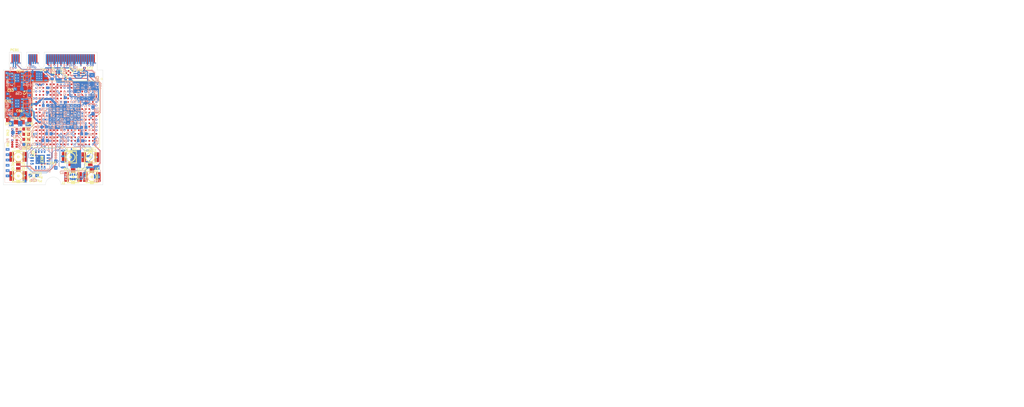
<source format=kicad_pcb>
(kicad_pcb (version 4) (host pcbnew 4.0.7-e2-6376~60~ubuntu17.10.1)
  (title_block (title PicoEVB) (rev D) (company "RHS Research LLC"))
  (layers (0 F.Cu signal) (1 In1.Cu signal hide) (2 In2.Cu signal hide) (31 B.Cu signal hide) (34 B.Paste user hide) (35 F.Paste user hide) (36 B.SilkS user hide) (37 F.SilkS user) (38 B.Mask user hide) (39 F.Mask user hide) (44 Edge.Cuts user))
  (net 0 "")
  (net 1 GND)
  (net 2 "Net-(C56-Pad1)")
  (net 3 "Net-(D1-Pad1)")
  (net 4 "Net-(D3-Pad1)")
  (net 5 "Net-(D4-Pad1)")
  (net 6 "Net-(U1-PadK16)")
  (net 7 "Net-(U1-PadL17)")
  (net 8 "Net-(U3-Pad2)")
  (net 9 "Net-(U6-Pad2)")
  (net 10 "Net-(U1-PadC3)")
  (net 11 "Net-(U1-PadC4)")
  (net 12 P1V0_MGTAVCC_B)
  (net 13 P1V0_VCC_FPGA_B)
  (net 14 P1V8_FPGA_VCCAUX_B)
  (net 15 P1V2_MGTAVTT_B)
  (net 16 MGT0_TX_B+)
  (net 17 MGT_REFCLK0_B+)
  (net 18 MGT0_TX_B-)
  (net 19 MGT_REFCLK0_B-)
  (net 20 PERST_2_L)
  (net 21 USB_2+)
  (net 22 USB_2-)
  (net 23 MGT0_RX_B+)
  (net 24 MGT0_RX_B-)
  (net 25 PE_CLKREQ_2_L)
  (net 26 FPGA_CCLK_0_B)
  (net 27 JTAG_TCK_B)
  (net 28 JTAG_TMS_B)
  (net 29 JTAG_TDO_B)
  (net 30 JTAG_TDI_B)
  (net 31 VCC_BANK14_B)
  (net 32 "/M2 edge/PETX0_2+")
  (net 33 "/M2 edge/PECLK_2+")
  (net 34 "/M2 edge/PETX0_2-")
  (net 35 "/M2 edge/PECLK_2-")
  (net 36 W_DISABLE_2)
  (net 37 W_DISABLE_1)
  (net 38 M2_LED_1)
  (net 39 M2_LED_2)
  (net 40 BUSY_LED_PU)
  (net 41 "Net-(D3-Pad2)")
  (net 42 "Net-(D4-Pad2)")
  (net 43 "Net-(RN3-Pad7)")
  (net 44 "Net-(RN3-Pad6)")
  (net 45 "Net-(RN3-Pad5)")
  (net 46 "/FPGA PCIe/UMGTCLK_0-")
  (net 47 "/FPGA PCIe/UMGTCLK_0+")
  (net 48 "/FPGA PCIe/UMGT0_TX+")
  (net 49 "/FPGA PCIe/UMGT0_TX-")
  (net 50 "/FPGA PCIe/UMGT0_RX+")
  (net 51 "/FPGA PCIe/UMGT0_RX-")
  (net 52 "Net-(D2-Pad2)")
  (net 53 "Net-(D2-Pad1)")
  (net 54 "Net-(P1-Pad4)")
  (net 55 "Net-(P1-Pad5)")
  (net 56 "Net-(P1-Pad1)")
  (net 57 "Net-(P1-Pad2)")
  (net 58 "Net-(R1-Pad1)")
  (net 59 "Net-(R2-Pad2)")
  (net 60 "Net-(R4-Pad2)")
  (net 61 "Net-(RN1-Pad7)")
  (net 62 "Net-(RN1-Pad6)")
  (module M2-Board:M.2-AE-22x30 (layer F.Cu) (at 66.27 54.07 180)
    (fp_text reference PCB1 (at 8.72 0.52 180) (layer F.SilkS) (effects (font (size 0.508 0.508) (thickness 0.127))))
    (fp_text value M.2-AE)
    (fp_line (start 2.025 0) (end -9.925 0) (layer Edge.Cuts) (width 0.05))
    (fp_line (start 6.025 0) (end 3.225 0) (layer Edge.Cuts) (width 0.05))
    (fp_line (start 9.925 0) (end 7.225 0) (layer Edge.Cuts) (width 0.05))
    (fp_line (start 2.025 0) (end 2.025 -2.9) (layer Edge.Cuts) (width 0.05))
    (fp_line (start 6.025 0) (end 6.025 -2.9) (layer Edge.Cuts) (width 0.05))
    (fp_arc (start 2.625 -2.9) (end 2.025 -2.9) (angle 90) (layer Edge.Cuts) (width 0.05))
    (fp_arc (start 2.625 -2.9) (end 2.625 -3.5) (angle 90) (layer Edge.Cuts) (width 0.05))
    (fp_line (start 7.225 0) (end 7.225 -2.9) (layer Edge.Cuts) (width 0.05))
    (fp_line (start 3.225 0) (end 3.225 -2.9) (layer Edge.Cuts) (width 0.05))
    (fp_arc (start 6.625 -2.9) (end 6.025 -2.9) (angle 90) (layer Edge.Cuts) (width 0.05))
    (fp_arc (start 6.625 -2.9) (end 6.625 -3.5) (angle 90) (layer Edge.Cuts) (width 0.05))
    (fp_line (start -9.925 0) (end -9.925 -4) (layer Edge.Cuts) (width 0.05))
    (fp_line (start -9.925 -4) (end -11.25 -4) (layer Edge.Cuts) (width 0.05))
    (fp_line (start -11.25 -4) (end -11.25 -30) (layer Edge.Cuts) (width 0.05))
    (fp_line (start 9.925 0) (end 9.925 -4) (layer Edge.Cuts) (width 0.05))
    (fp_line (start 9.925 -4) (end 11.25 -4) (layer Edge.Cuts) (width 0.05))
    (fp_line (start 11.25 -4) (end 11.25 -30) (layer Edge.Cuts) (width 0.05))
    (fp_arc (start 0 -30) (end 1.75 -30) (angle 90) (layer Edge.Cuts) (width 0.05))
    (fp_arc (start 0 -30) (end 0 -28.25) (angle 90) (layer Edge.Cuts) (width 0.05))
    (fp_line (start 11.25 -30) (end 1.75 -30) (layer Edge.Cuts) (width 0.05))
    (fp_line (start -11.25 -30) (end -1.75 -30) (layer Edge.Cuts) (width 0.05))
    (pad 2 smd rect (at 9 -1.55 180) (size 0.35 2.2) (layers B.Cu B.Mask) (net 31 VCC_BANK14_B))
    (pad 4 smd rect (at 8.5 -1.55 180) (size 0.35 2.2) (layers B.Cu B.Mask) (net 31 VCC_BANK14_B))
    (pad 6 smd rect (at 8 -1.55 180) (size 0.35 2.2) (layers B.Cu B.Mask) (net 38 M2_LED_1))
    (pad 16 smd rect (at 5.5 -1.55 180) (size 0.35 2.2) (layers B.Cu B.Mask) (net 39 M2_LED_2))
    (pad 18 smd rect (at 5 -1.55 180) (size 0.35 2.2) (layers B.Cu B.Mask) (net 1 GND))
    (pad 20 smd rect (at 4.5 -1.55 180) (size 0.35 2.2) (layers B.Cu B.Mask))
    (pad 22 smd rect (at 4 -1.55 180) (size 0.35 2.2) (layers B.Cu B.Mask))
    (pad 32 smd rect (at 1.5 -1.55 180) (size 0.35 2.2) (layers B.Cu B.Mask))
    (pad 34 smd rect (at 1 -1.55 180) (size 0.35 2.2) (layers B.Cu B.Mask))
    (pad 36 smd rect (at 0.5 -1.55 180) (size 0.35 2.2) (layers B.Cu B.Mask))
    (pad 38 smd rect (at 0 -1.55 180) (size 0.35 2.2) (layers B.Cu B.Mask))
    (pad 40 smd rect (at -0.5 -1.55 180) (size 0.35 2.2) (layers B.Cu B.Mask))
    (pad 42 smd rect (at -1 -1.55 180) (size 0.35 2.2) (layers B.Cu B.Mask))
    (pad 44 smd rect (at -1.5 -1.55 180) (size 0.35 2.2) (layers B.Cu B.Mask))
    (pad 46 smd rect (at -2 -1.55 180) (size 0.35 2.2) (layers B.Cu B.Mask))
    (pad 48 smd rect (at -2.5 -1.55 180) (size 0.35 2.2) (layers B.Cu B.Mask))
    (pad 50 smd rect (at -3 -1.55 180) (size 0.35 2.2) (layers B.Cu B.Mask))
    (pad 52 smd rect (at -3.5 -1.55 180) (size 0.35 2.2) (layers B.Cu B.Mask) (net 20 PERST_2_L))
    (pad 54 smd rect (at -4 -1.55 180) (size 0.35 2.2) (layers B.Cu B.Mask) (net 36 W_DISABLE_2))
    (pad 56 smd rect (at -4.5 -1.55 180) (size 0.35 2.2) (layers B.Cu B.Mask) (net 37 W_DISABLE_1))
    (pad 58 smd rect (at -5 -1.55 180) (size 0.35 2.2) (layers B.Cu B.Mask))
    (pad 60 smd rect (at -5.5 -1.55 180) (size 0.35 2.2) (layers B.Cu B.Mask))
    (pad 62 smd rect (at -6 -1.55 180) (size 0.35 2.2) (layers B.Cu B.Mask))
    (pad 64 smd rect (at -6.5 -1.55 180) (size 0.35 2.2) (layers B.Cu B.Mask))
    (pad 66 smd rect (at -7 -1.55 180) (size 0.35 2.2) (layers B.Cu B.Mask))
    (pad 68 smd rect (at -7.5 -1.55 180) (size 0.35 2.2) (layers B.Cu B.Mask))
    (pad 70 smd rect (at -8 -1.55 180) (size 0.35 2.2) (layers B.Cu B.Mask))
    (pad 72 smd rect (at -8.5 -1.55 180) (size 0.35 2.2) (layers B.Cu B.Mask) (net 31 VCC_BANK14_B))
    (pad 74 smd rect (at -9 -1.55 180) (size 0.35 2.2) (layers B.Cu B.Mask) (net 31 VCC_BANK14_B))
    (pad 1 smd rect (at 9.25 -1.3 180) (size 0.35 1.7) (layers F.Cu F.Mask) (net 1 GND))
    (pad 3 smd rect (at 8.75 -1.3 180) (size 0.35 1.7) (layers F.Cu F.Mask) (net 21 USB_2+))
    (pad 5 smd rect (at 8.25 -1.3 180) (size 0.35 1.7) (layers F.Cu F.Mask) (net 22 USB_2-))
    (pad 7 smd rect (at 7.75 -1.3 180) (size 0.35 1.7) (layers F.Cu F.Mask) (net 1 GND))
    (pad 17 smd rect (at 5.25 -1.3 180) (size 0.35 1.7) (layers F.Cu F.Mask) (net 1 GND))
    (pad 19 smd rect (at 4.75 -1.3 180) (size 0.35 1.7) (layers F.Cu F.Mask))
    (pad 21 smd rect (at 4.25 -1.3 180) (size 0.35 1.7) (layers F.Cu F.Mask))
    (pad 23 smd rect (at 3.75 -1.3 180) (size 0.35 1.7) (layers F.Cu F.Mask) (net 1 GND))
    (pad 33 smd rect (at 1.25 -1.3 180) (size 0.35 1.7) (layers F.Cu F.Mask) (net 1 GND))
    (pad 35 smd rect (at 0.75 -1.3 180) (size 0.35 1.7) (layers F.Cu F.Mask) (net 23 MGT0_RX_B+))
    (pad 37 smd rect (at 0.25 -1.3 180) (size 0.35 1.7) (layers F.Cu F.Mask) (net 24 MGT0_RX_B-))
    (pad 39 smd rect (at -0.25 -1.3 180) (size 0.35 1.7) (layers F.Cu F.Mask) (net 1 GND))
    (pad 41 smd rect (at -0.75 -1.3 180) (size 0.35 1.7) (layers F.Cu F.Mask) (net 32 "/M2 edge/PETX0_2+"))
    (pad 43 smd rect (at -1.25 -1.3 180) (size 0.35 1.7) (layers F.Cu F.Mask) (net 34 "/M2 edge/PETX0_2-"))
    (pad 45 smd rect (at -1.75 -1.3 180) (size 0.35 1.7) (layers F.Cu F.Mask) (net 1 GND))
    (pad 47 smd rect (at -2.25 -1.3 180) (size 0.35 1.7) (layers F.Cu F.Mask) (net 33 "/M2 edge/PECLK_2+"))
    (pad 49 smd rect (at -2.75 -1.3 180) (size 0.35 1.7) (layers F.Cu F.Mask) (net 35 "/M2 edge/PECLK_2-"))
    (pad 51 smd rect (at -3.25 -1.3 180) (size 0.35 1.7) (layers F.Cu F.Mask) (net 1 GND))
    (pad 53 smd rect (at -3.75 -1.3 180) (size 0.35 1.7) (layers F.Cu F.Mask) (net 25 PE_CLKREQ_2_L))
    (pad 55 smd rect (at -4.25 -1.3 180) (size 0.35 1.7) (layers F.Cu F.Mask))
    (pad 57 smd rect (at -4.75 -1.3 180) (size 0.35 1.7) (layers F.Cu F.Mask) (net 1 GND))
    (pad 59 smd rect (at -5.25 -1.3 180) (size 0.35 1.7) (layers F.Cu F.Mask))
    (pad 61 smd rect (at -5.75 -1.3 180) (size 0.35 1.7) (layers F.Cu F.Mask))
    (pad 63 smd rect (at -6.25 -1.3 180) (size 0.35 1.7) (layers F.Cu F.Mask) (net 1 GND))
    (pad 65 smd rect (at -6.75 -1.3 180) (size 0.35 1.7) (layers F.Cu F.Mask))
    (pad 67 smd rect (at -7.25 -1.3 180) (size 0.35 1.7) (layers F.Cu F.Mask))
    (pad 69 smd rect (at -7.75 -1.3 180) (size 0.35 1.7) (layers F.Cu F.Mask) (net 1 GND))
    (pad 71 smd rect (at -8.25 -1.3 180) (size 0.35 1.7) (layers F.Cu F.Mask))
    (pad 73 smd rect (at -8.75 -1.3 180) (size 0.35 1.7) (layers F.Cu F.Mask))
    (pad 75 smd rect (at -9.25 -1.3 180) (size 0.35 1.7) (layers F.Cu F.Mask) (net 1 GND))
  )
  (module SMT:U.FL-COAX (layer F.Cu) (at 75.02 82.3 270)
    (fp_text reference J3 (at -1.79 -1.04 360) (layer F.SilkS) (effects (font (size 0.508 0.508) (thickness 0.127))))
    (fp_text value CLKIN- (at -1.78 1.91 540) (layer F.SilkS) (effects (font (size 0.508 0.508) (thickness 0.127))))
    (pad 1 smd rect (at -1.5 0 270) (size 1 1) (layers F.Cu F.Paste F.Mask) (net 46 "/FPGA PCIe/UMGTCLK_0-"))
    (pad 2 smd rect (at 0 -1.5 270) (size 2.2 1) (layers F.Cu F.Paste F.Mask) (net 1 GND))
    (pad 2 smd rect (at 0 1.5 270) (size 2.2 1) (layers F.Cu F.Paste F.Mask) (net 1 GND))
  )
  (module SMT:U.FL-COAX (layer F.Cu) (at 74.66 77.83 90)
    (fp_text reference J4 (at -1.76 -0.94 180) (layer F.SilkS) (effects (font (size 0.508 0.508) (thickness 0.127))))
    (fp_text value CLKIN+ (at 1.74 0.016 180) (layer F.SilkS) (effects (font (size 0.508 0.508) (thickness 0.127))))
    (pad 1 smd rect (at -1.5 0 90) (size 1 1) (layers F.Cu F.Paste F.Mask) (net 47 "/FPGA PCIe/UMGTCLK_0+"))
    (pad 2 smd rect (at 0 -1.5 90) (size 2.2 1) (layers F.Cu F.Paste F.Mask) (net 1 GND))
    (pad 2 smd rect (at 0 1.5 90) (size 2.2 1) (layers F.Cu F.Paste F.Mask) (net 1 GND))
  )
  (module SMT:c_0201_least (layer B.Cu) (at 73.51 81.69 270)
    (fp_text reference C51 (at 1.08 -0.05 540) (layer B.SilkS) (effects (font (size 0.508 0.508) (thickness 0.127)) (justify mirror)))
    (fp_text value 0.1uf)
    (pad 1 smd rect (at -0.28 0 270) (size 0.36 0.32) (layers B.Cu B.Paste B.Mask) (net 31 VCC_BANK14_B))
    (pad 2 smd rect (at 0.28 0 270) (size 0.36 0.32) (layers B.Cu B.Paste B.Mask) (net 1 GND))
  )
  (module Housings_DFN_QFN:DFN-S-8-1EP_6x5mm_Pitch1.27mm (layer B.Cu) (at 71.37 78.2475)
    (fp_text reference U2 (at -3.13 3.0925) (layer B.SilkS) (effects (font (size 0.508 0.508) (thickness 0.127)) (justify mirror)))
    (fp_text value S25Q)
    (pad 1 smd oval (at -2.8 1.905) (size 1.1 0.45) (layers B.Cu B.Paste B.Mask) (net 45 "Net-(RN3-Pad5)"))
    (pad 2 smd oval (at -2.8 0.635) (size 1.1 0.45) (layers B.Cu B.Paste B.Mask) (net 7 "Net-(U1-PadL17)"))
    (pad 3 smd oval (at -2.8 -0.635) (size 1.1 0.45) (layers B.Cu B.Paste B.Mask) (net 44 "Net-(RN3-Pad6)"))
    (pad 4 smd oval (at -2.8 -1.905) (size 1.1 0.45) (layers B.Cu B.Paste B.Mask) (net 1 GND))
    (pad 5 smd oval (at 2.8 -1.905) (size 1.1 0.45) (layers B.Cu B.Paste B.Mask) (net 6 "Net-(U1-PadK16)"))
    (pad 6 smd oval (at 2.8 -0.635) (size 1.1 0.45) (layers B.Cu B.Paste B.Mask) (net 26 FPGA_CCLK_0_B))
    (pad 7 smd oval (at 2.8 0.635) (size 1.1 0.45) (layers B.Cu B.Paste B.Mask) (net 43 "Net-(RN3-Pad7)"))
    (pad 8 smd oval (at 2.8 1.905) (size 1.1 0.45) (layers B.Cu B.Paste B.Mask) (net 31 VCC_BANK14_B))
    (pad 9 smd rect (at 0.6 -1.5375) (size 1.2 1.025) (layers B.Cu B.Paste B.Mask) (net 1 GND))
    (pad 9 smd rect (at 0.6 -0.512499) (size 1.2 1.025) (layers B.Cu B.Paste B.Mask) (net 1 GND))
    (pad 9 smd rect (at 0.6 0.5125) (size 1.2 1.025) (layers B.Cu B.Paste B.Mask) (net 1 GND))
    (pad 9 smd rect (at 0.6 1.5375) (size 1.2 1.025) (layers B.Cu B.Paste B.Mask) (net 1 GND))
    (pad 9 smd rect (at -0.6 -1.5375) (size 1.2 1.025) (layers B.Cu B.Paste B.Mask) (net 1 GND))
    (pad 9 smd rect (at -0.6 -0.512499) (size 1.2 1.025) (layers B.Cu B.Paste B.Mask) (net 1 GND))
    (pad 9 smd rect (at -0.6 0.5125) (size 1.2 1.025) (layers B.Cu B.Paste B.Mask) (net 1 GND))
    (pad 9 smd rect (at -0.6 1.5375) (size 1.2 1.025) (layers B.Cu B.Paste B.Mask) (net 1 GND))
  )
  (module SMT:r_0201_least (layer B.Cu) (at 60.42 64.99 90)
    (fp_text reference R5 (at -0.08 0.69 270) (layer B.SilkS) (effects (font (size 0.508 0.508) (thickness 0.127)) (justify mirror)))
    (fp_text value 100k)
    (pad 1 smd rect (at -0.28 0 90) (size 0.36 0.32) (layers B.Cu B.Paste B.Mask) (net 60 "Net-(R4-Pad2)"))
    (pad 2 smd rect (at 0.28 0 90) (size 0.36 0.32) (layers B.Cu B.Paste B.Mask) (net 1 GND))
  )
  (module SMT:r_0201_least (layer B.Cu) (at 60.42 66.28 90)
    (fp_text reference R4 (at -0.34 0.7 90) (layer B.SilkS) (effects (font (size 0.508 0.508) (thickness 0.127)) (justify mirror)))
    (fp_text value 24.9k)
    (pad 1 smd rect (at -0.28 0 90) (size 0.36 0.32) (layers B.Cu B.Paste B.Mask) (net 13 P1V0_VCC_FPGA_B))
    (pad 2 smd rect (at 0.28 0 90) (size 0.36 0.32) (layers B.Cu B.Paste B.Mask) (net 60 "Net-(R4-Pad2)"))
  )
  (module LEDs:LED_0402 (layer F.Cu) (at 60.14 74.96 180)
    (fp_text reference D1 (at -0.26 -0.02 360) (layer F.SilkS) (effects (font (size 0.508 0.508) (thickness 0.127))))
    (fp_text value BUSY (at -0.03 -0.91 180) (layer F.SilkS) (effects (font (size 0.508 0.508) (thickness 0.127))))
    (pad 2 smd rect (at 0.55 0) (size 0.6 0.7) (layers F.Cu F.Paste F.Mask) (net 40 BUSY_LED_PU))
    (pad 1 smd rect (at -0.55 0) (size 0.6 0.7) (layers F.Cu F.Paste F.Mask) (net 3 "Net-(D1-Pad1)"))
  )
  (module SMT:r_0201_least (layer B.Cu) (at 60.39 60.09 90)
    (fp_text reference R2 (at -1.12 0.03 90) (layer B.SilkS) (effects (font (size 0.508 0.508) (thickness 0.127)) (justify mirror)))
    (fp_text value 124k)
    (pad 1 smd rect (at -0.28 0 90) (size 0.36 0.32) (layers B.Cu B.Paste B.Mask) (net 2 "Net-(C56-Pad1)"))
    (pad 2 smd rect (at 0.28 0 90) (size 0.36 0.32) (layers B.Cu B.Paste B.Mask) (net 59 "Net-(R2-Pad2)"))
  )
  (module SMT:r_0201_least (layer B.Cu) (at 60.39 58.72 90)
    (fp_text reference R3 (at 1.03 0.4 180) (layer B.SilkS) (effects (font (size 0.508 0.508) (thickness 0.127)) (justify mirror)))
    (fp_text value 100k)
    (pad 1 smd rect (at -0.28 0 90) (size 0.36 0.32) (layers B.Cu B.Paste B.Mask) (net 59 "Net-(R2-Pad2)"))
    (pad 2 smd rect (at 0.28 0 90) (size 0.36 0.32) (layers B.Cu B.Paste B.Mask) (net 1 GND))
  )
  (module SMT:c_0201_least (layer B.Cu) (at 75.63 74.12 270)
    (fp_text reference C39 (at 0.02 -0.69 270) (layer B.SilkS) (effects (font (size 0.508 0.508) (thickness 0.127)) (justify mirror)))
    (fp_text value 0.47uf)
    (pad 1 smd rect (at -0.28 0 270) (size 0.36 0.32) (layers B.Cu B.Paste B.Mask) (net 31 VCC_BANK14_B))
    (pad 2 smd rect (at 0.28 0 270) (size 0.36 0.32) (layers B.Cu B.Paste B.Mask) (net 1 GND))
  )
  (module XC7A50T-CSG325:CSG-324 (layer F.Cu) (at 69.24 68.12 270)
    (fp_text reference U1 (at -8.11 -7.04 540) (layer F.SilkS) (effects (font (size 0.508 0.508) (thickness 0.127))))
    (fp_text value XC7AxxT-xCSG325 hide)
    (pad A1 smd circle (at -6.8 -6.8 270) (size 0.4 0.4) (layers F.Cu F.Paste F.Mask) (net 1 GND))
    (pad A2 smd circle (at -6 -6.8 270) (size 0.4 0.4) (layers F.Cu F.Paste F.Mask) (net 15 P1V2_MGTAVTT_B))
    (pad A3 smd circle (at -5.2 -6.8 270) (size 0.4 0.4) (layers F.Cu F.Paste F.Mask) (net 1 GND))
    (pad A4 smd circle (at -4.4 -6.8 270) (size 0.4 0.4) (layers F.Cu F.Paste F.Mask) (net 1 GND))
    (pad A5 smd circle (at -3.6 -6.8 270) (size 0.4 0.4) (layers F.Cu F.Paste F.Mask) (net 1 GND))
    (pad A6 smd circle (at -2.8 -6.8 270) (size 0.4 0.4) (layers F.Cu F.Paste F.Mask) (net 58 "Net-(R1-Pad1)"))
    (pad A7 smd circle (at -2 -6.8 270) (size 0.4 0.4) (layers F.Cu F.Paste F.Mask) (net 1 GND))
    (pad A8 smd circle (at -1.2 -6.8 270) (size 0.4 0.4) (layers F.Cu F.Paste F.Mask) (net 1 GND))
    (pad A9 smd circle (at -0.4 -6.8 270) (size 0.4 0.4) (layers F.Cu F.Paste F.Mask) (net 25 PE_CLKREQ_2_L))
    (pad A10 smd circle (at 0.4 -6.8 270) (size 0.4 0.4) (layers F.Cu F.Paste F.Mask) (net 20 PERST_2_L))
    (pad A11 smd circle (at 1.2 -6.8 270) (size 0.4 0.4) (layers F.Cu F.Paste F.Mask) (net 1 GND))
    (pad A12 smd circle (at 2 -6.8 270) (size 0.4 0.4) (layers F.Cu F.Paste F.Mask) (net 55 "Net-(P1-Pad5)"))
    (pad A13 smd circle (at 2.8 -6.8 270) (size 0.4 0.4) (layers F.Cu F.Paste F.Mask) (net 57 "Net-(P1-Pad2)"))
    (pad A14 smd circle (at 3.6 -6.8 270) (size 0.4 0.4) (layers F.Cu F.Paste F.Mask) (net 56 "Net-(P1-Pad1)"))
    (pad A15 smd circle (at 4.4 -6.8 270) (size 0.4 0.4) (layers F.Cu F.Paste F.Mask))
    (pad A16 smd circle (at 5.2 -6.8 270) (size 0.4 0.4) (layers F.Cu F.Paste F.Mask) (net 31 VCC_BANK14_B))
    (pad A17 smd circle (at 6 -6.8 270) (size 0.4 0.4) (layers F.Cu F.Paste F.Mask))
    (pad A18 smd circle (at 6.8 -6.8 270) (size 0.4 0.4) (layers F.Cu F.Paste F.Mask) (net 1 GND))
    (pad B1 smd circle (at -6.8 -6 270) (size 0.4 0.4) (layers F.Cu F.Paste F.Mask) (net 18 MGT0_TX_B-))
    (pad B2 smd circle (at -6 -6 270) (size 0.4 0.4) (layers F.Cu F.Paste F.Mask) (net 16 MGT0_TX_B+))
    (pad B3 smd circle (at -5.2 -6 270) (size 0.4 0.4) (layers F.Cu F.Paste F.Mask) (net 1 GND))
    (pad B4 smd circle (at -4.4 -6 270) (size 0.4 0.4) (layers F.Cu F.Paste F.Mask) (net 12 P1V0_MGTAVCC_B))
    (pad B5 smd circle (at -3.6 -6 270) (size 0.4 0.4) (layers F.Cu F.Paste F.Mask) (net 19 MGT_REFCLK0_B-))
    (pad B6 smd circle (at -2.8 -6 270) (size 0.4 0.4) (layers F.Cu F.Paste F.Mask) (net 17 MGT_REFCLK0_B+))
    (pad B7 smd circle (at -2 -6 270) (size 0.4 0.4) (layers F.Cu F.Paste F.Mask) (net 1 GND))
    (pad B8 smd circle (at -1.2 -6 270) (size 0.4 0.4) (layers F.Cu F.Paste F.Mask) (net 1 GND))
    (pad B9 smd circle (at -0.4 -6 270) (size 0.4 0.4) (layers F.Cu F.Paste F.Mask))
    (pad B10 smd circle (at 0.4 -6 270) (size 0.4 0.4) (layers F.Cu F.Paste F.Mask))
    (pad B11 smd circle (at 1.2 -6 270) (size 0.4 0.4) (layers F.Cu F.Paste F.Mask))
    (pad B12 smd circle (at 2 -6 270) (size 0.4 0.4) (layers F.Cu F.Paste F.Mask) (net 54 "Net-(P1-Pad4)"))
    (pad B13 smd circle (at 2.8 -6 270) (size 0.4 0.4) (layers F.Cu F.Paste F.Mask) (net 31 VCC_BANK14_B))
    (pad B14 smd circle (at 3.6 -6 270) (size 0.4 0.4) (layers F.Cu F.Paste F.Mask))
    (pad B15 smd circle (at 4.4 -6 270) (size 0.4 0.4) (layers F.Cu F.Paste F.Mask))
    (pad B16 smd circle (at 5.2 -6 270) (size 0.4 0.4) (layers F.Cu F.Paste F.Mask))
    (pad B17 smd circle (at 6 -6 270) (size 0.4 0.4) (layers F.Cu F.Paste F.Mask))
    (pad B18 smd circle (at 6.8 -6 270) (size 0.4 0.4) (layers F.Cu F.Paste F.Mask) (net 1 GND))
    (pad C1 smd circle (at -6.8 -5.2 270) (size 0.4 0.4) (layers F.Cu F.Paste F.Mask) (net 15 P1V2_MGTAVTT_B))
    (pad C2 smd circle (at -6 -5.2 270) (size 0.4 0.4) (layers F.Cu F.Paste F.Mask) (net 1 GND))
    (pad C3 smd circle (at -5.2 -5.2 270) (size 0.4 0.4) (layers F.Cu F.Paste F.Mask) (net 10 "Net-(U1-PadC3)"))
    (pad C4 smd circle (at -4.4 -5.2 270) (size 0.4 0.4) (layers F.Cu F.Paste F.Mask) (net 11 "Net-(U1-PadC4)"))
    (pad C5 smd circle (at -3.6 -5.2 270) (size 0.4 0.4) (layers F.Cu F.Paste F.Mask) (net 12 P1V0_MGTAVCC_B))
    (pad C6 smd circle (at -2.8 -5.2 270) (size 0.4 0.4) (layers F.Cu F.Paste F.Mask) (net 1 GND))
    (pad C7 smd circle (at -2 -5.2 270) (size 0.4 0.4) (layers F.Cu F.Paste F.Mask) (net 1 GND))
    (pad C8 smd circle (at -1.2 -5.2 270) (size 0.4 0.4) (layers F.Cu F.Paste F.Mask))
    (pad C9 smd circle (at -0.4 -5.2 270) (size 0.4 0.4) (layers F.Cu F.Paste F.Mask))
    (pad C10 smd circle (at 0.4 -5.2 270) (size 0.4 0.4) (layers F.Cu F.Paste F.Mask) (net 31 VCC_BANK14_B))
    (pad C11 smd circle (at 1.2 -5.2 270) (size 0.4 0.4) (layers F.Cu F.Paste F.Mask))
    (pad C12 smd circle (at 2 -5.2 270) (size 0.4 0.4) (layers F.Cu F.Paste F.Mask))
    (pad C13 smd circle (at 2.8 -5.2 270) (size 0.4 0.4) (layers F.Cu F.Paste F.Mask))
    (pad C14 smd circle (at 3.6 -5.2 270) (size 0.4 0.4) (layers F.Cu F.Paste F.Mask))
    (pad C15 smd circle (at 4.4 -5.2 270) (size 0.4 0.4) (layers F.Cu F.Paste F.Mask) (net 1 GND))
    (pad C16 smd circle (at 5.2 -5.2 270) (size 0.4 0.4) (layers F.Cu F.Paste F.Mask))
    (pad C17 smd circle (at 6 -5.2 270) (size 0.4 0.4) (layers F.Cu F.Paste F.Mask))
    (pad C18 smd circle (at 6.8 -5.2 270) (size 0.4 0.4) (layers F.Cu F.Paste F.Mask))
    (pad D1 smd circle (at -6.8 -4.4 270) (size 0.4 0.4) (layers F.Cu F.Paste F.Mask) (net 10 "Net-(U1-PadC3)"))
    (pad D2 smd circle (at -6 -4.4 270) (size 0.4 0.4) (layers F.Cu F.Paste F.Mask) (net 11 "Net-(U1-PadC4)"))
    (pad D3 smd circle (at -5.2 -4.4 270) (size 0.4 0.4) (layers F.Cu F.Paste F.Mask) (net 1 GND))
    (pad D4 smd circle (at -4.4 -4.4 270) (size 0.4 0.4) (layers F.Cu F.Paste F.Mask) (net 1 GND))
    (pad D5 smd circle (at -3.6 -4.4 270) (size 0.4 0.4) (layers F.Cu F.Paste F.Mask) (net 46 "/FPGA PCIe/UMGTCLK_0-"))
    (pad D6 smd circle (at -2.8 -4.4 270) (size 0.4 0.4) (layers F.Cu F.Paste F.Mask) (net 47 "/FPGA PCIe/UMGTCLK_0+"))
    (pad D7 smd circle (at -2 -4.4 270) (size 0.4 0.4) (layers F.Cu F.Paste F.Mask) (net 1 GND))
    (pad D8 smd circle (at -1.2 -4.4 270) (size 0.4 0.4) (layers F.Cu F.Paste F.Mask))
    (pad D9 smd circle (at -0.4 -4.4 270) (size 0.4 0.4) (layers F.Cu F.Paste F.Mask))
    (pad D10 smd circle (at 0.4 -4.4 270) (size 0.4 0.4) (layers F.Cu F.Paste F.Mask))
    (pad D11 smd circle (at 1.2 -4.4 270) (size 0.4 0.4) (layers F.Cu F.Paste F.Mask))
    (pad D12 smd circle (at 2 -4.4 270) (size 0.4 0.4) (layers F.Cu F.Paste F.Mask) (net 1 GND))
    (pad D13 smd circle (at 2.8 -4.4 270) (size 0.4 0.4) (layers F.Cu F.Paste F.Mask))
    (pad D14 smd circle (at 3.6 -4.4 270) (size 0.4 0.4) (layers F.Cu F.Paste F.Mask))
    (pad D15 smd circle (at 4.4 -4.4 270) (size 0.4 0.4) (layers F.Cu F.Paste F.Mask))
    (pad D16 smd circle (at 5.2 -4.4 270) (size 0.4 0.4) (layers F.Cu F.Paste F.Mask))
    (pad D17 smd circle (at 6 -4.4 270) (size 0.4 0.4) (layers F.Cu F.Paste F.Mask) (net 31 VCC_BANK14_B))
    (pad D18 smd circle (at 6.8 -4.4 270) (size 0.4 0.4) (layers F.Cu F.Paste F.Mask))
    (pad E1 smd circle (at -6.8 -3.6 270) (size 0.4 0.4) (layers F.Cu F.Paste F.Mask) (net 15 P1V2_MGTAVTT_B))
    (pad E2 smd circle (at -6 -3.6 270) (size 0.4 0.4) (layers F.Cu F.Paste F.Mask) (net 1 GND))
    (pad E3 smd circle (at -5.2 -3.6 270) (size 0.4 0.4) (layers F.Cu F.Paste F.Mask) (net 51 "/FPGA PCIe/UMGT0_RX-"))
    (pad E4 smd circle (at -4.4 -3.6 270) (size 0.4 0.4) (layers F.Cu F.Paste F.Mask) (net 50 "/FPGA PCIe/UMGT0_RX+"))
    (pad E5 smd circle (at -3.6 -3.6 270) (size 0.4 0.4) (layers F.Cu F.Paste F.Mask) (net 12 P1V0_MGTAVCC_B))
    (pad E6 smd circle (at -2.8 -3.6 270) (size 0.4 0.4) (layers F.Cu F.Paste F.Mask) (net 1 GND))
    (pad E7 smd circle (at -2 -3.6 270) (size 0.4 0.4) (layers F.Cu F.Paste F.Mask) (net 1 GND))
    (pad E8 smd circle (at -1.2 -3.6 270) (size 0.4 0.4) (layers F.Cu F.Paste F.Mask) (net 26 FPGA_CCLK_0_B))
    (pad E9 smd circle (at -0.4 -3.6 270) (size 0.4 0.4) (layers F.Cu F.Paste F.Mask) (net 1 GND))
    (pad E10 smd circle (at 0.4 -3.6 270) (size 0.4 0.4) (layers F.Cu F.Paste F.Mask) (net 31 VCC_BANK14_B))
    (pad E11 smd circle (at 1.2 -3.6 270) (size 0.4 0.4) (layers F.Cu F.Paste F.Mask) (net 1 GND))
    (pad E12 smd circle (at 2 -3.6 270) (size 0.4 0.4) (layers F.Cu F.Paste F.Mask) (net 31 VCC_BANK14_B))
    (pad E13 smd circle (at 2.8 -3.6 270) (size 0.4 0.4) (layers F.Cu F.Paste F.Mask))
    (pad E14 smd circle (at 3.6 -3.6 270) (size 0.4 0.4) (layers F.Cu F.Paste F.Mask) (net 31 VCC_BANK14_B))
    (pad E15 smd circle (at 4.4 -3.6 270) (size 0.4 0.4) (layers F.Cu F.Paste F.Mask))
    (pad E16 smd circle (at 5.2 -3.6 270) (size 0.4 0.4) (layers F.Cu F.Paste F.Mask))
    (pad E17 smd circle (at 6 -3.6 270) (size 0.4 0.4) (layers F.Cu F.Paste F.Mask))
    (pad E18 smd circle (at 6.8 -3.6 270) (size 0.4 0.4) (layers F.Cu F.Paste F.Mask))
    (pad F1 smd circle (at -6.8 -2.8 270) (size 0.4 0.4) (layers F.Cu F.Paste F.Mask))
    (pad F2 smd circle (at -6 -2.8 270) (size 0.4 0.4) (layers F.Cu F.Paste F.Mask))
    (pad F3 smd circle (at -5.2 -2.8 270) (size 0.4 0.4) (layers F.Cu F.Paste F.Mask) (net 15 P1V2_MGTAVTT_B))
    (pad F4 smd circle (at -4.4 -2.8 270) (size 0.4 0.4) (layers F.Cu F.Paste F.Mask) (net 1 GND))
    (pad F5 smd circle (at -3.6 -2.8 270) (size 0.4 0.4) (layers F.Cu F.Paste F.Mask) (net 12 P1V0_MGTAVCC_B))
    (pad F6 smd circle (at -2.8 -2.8 270) (size 0.4 0.4) (layers F.Cu F.Paste F.Mask) (net 1 GND))
    (pad F7 smd circle (at -2 -2.8 270) (size 0.4 0.4) (layers F.Cu F.Paste F.Mask) (net 13 P1V0_VCC_FPGA_B))
    (pad F8 smd circle (at -1.2 -2.8 270) (size 0.4 0.4) (layers F.Cu F.Paste F.Mask) (net 27 JTAG_TCK_B))
    (pad F9 smd circle (at -0.4 -2.8 270) (size 0.4 0.4) (layers F.Cu F.Paste F.Mask) (net 13 P1V0_VCC_FPGA_B))
    (pad F10 smd circle (at 0.4 -2.8 270) (size 0.4 0.4) (layers F.Cu F.Paste F.Mask) (net 1 GND))
    (pad F11 smd circle (at 1.2 -2.8 270) (size 0.4 0.4) (layers F.Cu F.Paste F.Mask) (net 13 P1V0_VCC_FPGA_B))
    (pad F12 smd circle (at 2 -2.8 270) (size 0.4 0.4) (layers F.Cu F.Paste F.Mask) (net 3 "Net-(D1-Pad1)"))
    (pad F13 smd circle (at 2.8 -2.8 270) (size 0.4 0.4) (layers F.Cu F.Paste F.Mask) (net 1 GND))
    (pad F14 smd circle (at 3.6 -2.8 270) (size 0.4 0.4) (layers F.Cu F.Paste F.Mask))
    (pad F15 smd circle (at 4.4 -2.8 270) (size 0.4 0.4) (layers F.Cu F.Paste F.Mask))
    (pad F16 smd circle (at 5.2 -2.8 270) (size 0.4 0.4) (layers F.Cu F.Paste F.Mask) (net 1 GND))
    (pad F17 smd circle (at 6 -2.8 270) (size 0.4 0.4) (layers F.Cu F.Paste F.Mask))
    (pad F18 smd circle (at 6.8 -2.8 270) (size 0.4 0.4) (layers F.Cu F.Paste F.Mask))
    (pad G1 smd circle (at -6.8 -2 270) (size 0.4 0.4) (layers F.Cu F.Paste F.Mask) (net 1 GND))
    (pad G2 smd circle (at -6 -2 270) (size 0.4 0.4) (layers F.Cu F.Paste F.Mask) (net 15 P1V2_MGTAVTT_B))
    (pad G3 smd circle (at -5.2 -2 270) (size 0.4 0.4) (layers F.Cu F.Paste F.Mask) (net 24 MGT0_RX_B-))
    (pad G4 smd circle (at -4.4 -2 270) (size 0.4 0.4) (layers F.Cu F.Paste F.Mask) (net 23 MGT0_RX_B+))
    (pad G5 smd circle (at -3.6 -2 270) (size 0.4 0.4) (layers F.Cu F.Paste F.Mask) (net 1 GND))
    (pad G6 smd circle (at -2.8 -2 270) (size 0.4 0.4) (layers F.Cu F.Paste F.Mask) (net 1 GND))
    (pad G7 smd circle (at -2 -2 270) (size 0.4 0.4) (layers F.Cu F.Paste F.Mask) (net 1 GND))
    (pad G8 smd circle (at -1.2 -2 270) (size 0.4 0.4) (layers F.Cu F.Paste F.Mask) (net 13 P1V0_VCC_FPGA_B))
    (pad G9 smd circle (at -0.4 -2 270) (size 0.4 0.4) (layers F.Cu F.Paste F.Mask) (net 1 GND))
    (pad G10 smd circle (at 0.4 -2 270) (size 0.4 0.4) (layers F.Cu F.Paste F.Mask) (net 13 P1V0_VCC_FPGA_B))
    (pad G11 smd circle (at 1.2 -2 270) (size 0.4 0.4) (layers F.Cu F.Paste F.Mask) (net 1 GND))
    (pad G12 smd circle (at 2 -2 270) (size 0.4 0.4) (layers F.Cu F.Paste F.Mask) (net 14 P1V8_FPGA_VCCAUX_B))
    (pad G13 smd circle (at 2.8 -2 270) (size 0.4 0.4) (layers F.Cu F.Paste F.Mask) (net 1 GND))
    (pad G14 smd circle (at 3.6 -2 270) (size 0.4 0.4) (layers F.Cu F.Paste F.Mask))
    (pad G15 smd circle (at 4.4 -2 270) (size 0.4 0.4) (layers F.Cu F.Paste F.Mask))
    (pad G16 smd circle (at 5.2 -2 270) (size 0.4 0.4) (layers F.Cu F.Paste F.Mask))
    (pad G17 smd circle (at 6 -2 270) (size 0.4 0.4) (layers F.Cu F.Paste F.Mask))
    (pad G18 smd circle (at 6.8 -2 270) (size 0.4 0.4) (layers F.Cu F.Paste F.Mask) (net 31 VCC_BANK14_B))
    (pad H1 smd circle (at -6.8 -1.2 270) (size 0.4 0.4) (layers F.Cu F.Paste F.Mask) (net 49 "/FPGA PCIe/UMGT0_TX-"))
    (pad H2 smd circle (at -6 -1.2 270) (size 0.4 0.4) (layers F.Cu F.Paste F.Mask) (net 48 "/FPGA PCIe/UMGT0_TX+"))
    (pad H3 smd circle (at -5.2 -1.2 270) (size 0.4 0.4) (layers F.Cu F.Paste F.Mask) (net 1 GND))
    (pad H4 smd circle (at -4.4 -1.2 270) (size 0.4 0.4) (layers F.Cu F.Paste F.Mask) (net 1 GND))
    (pad H5 smd circle (at -3.6 -1.2 270) (size 0.4 0.4) (layers F.Cu F.Paste F.Mask) (net 1 GND))
    (pad H6 smd circle (at -2.8 -1.2 270) (size 0.4 0.4) (layers F.Cu F.Paste F.Mask) (net 1 GND))
    (pad H7 smd circle (at -2 -1.2 270) (size 0.4 0.4) (layers F.Cu F.Paste F.Mask) (net 13 P1V0_VCC_FPGA_B))
    (pad H8 smd circle (at -1.2 -1.2 270) (size 0.4 0.4) (layers F.Cu F.Paste F.Mask) (net 1 GND))
    (pad H9 smd circle (at -0.4 -1.2 270) (size 0.4 0.4) (layers F.Cu F.Paste F.Mask) (net 13 P1V0_VCC_FPGA_B))
    (pad H10 smd circle (at 0.4 -1.2 270) (size 0.4 0.4) (layers F.Cu F.Paste F.Mask) (net 1 GND))
    (pad H11 smd circle (at 1.2 -1.2 270) (size 0.4 0.4) (layers F.Cu F.Paste F.Mask) (net 13 P1V0_VCC_FPGA_B))
    (pad H12 smd circle (at 2 -1.2 270) (size 0.4 0.4) (layers F.Cu F.Paste F.Mask) (net 1 GND))
    (pad H13 smd circle (at 2.8 -1.2 270) (size 0.4 0.4) (layers F.Cu F.Paste F.Mask) (net 14 P1V8_FPGA_VCCAUX_B))
    (pad H14 smd circle (at 3.6 -1.2 270) (size 0.4 0.4) (layers F.Cu F.Paste F.Mask))
    (pad H15 smd circle (at 4.4 -1.2 270) (size 0.4 0.4) (layers F.Cu F.Paste F.Mask) (net 31 VCC_BANK14_B))
    (pad H16 smd circle (at 5.2 -1.2 270) (size 0.4 0.4) (layers F.Cu F.Paste F.Mask))
    (pad H17 smd circle (at 6 -1.2 270) (size 0.4 0.4) (layers F.Cu F.Paste F.Mask))
    (pad H18 smd circle (at 6.8 -1.2 270) (size 0.4 0.4) (layers F.Cu F.Paste F.Mask))
    (pad J1 smd circle (at -6.8 -0.4 270) (size 0.4 0.4) (layers F.Cu F.Paste F.Mask) (net 1 GND))
    (pad J2 smd circle (at -6 -0.4 270) (size 0.4 0.4) (layers F.Cu F.Paste F.Mask) (net 1 GND))
    (pad J3 smd circle (at -5.2 -0.4 270) (size 0.4 0.4) (layers F.Cu F.Paste F.Mask) (net 1 GND))
    (pad J4 smd circle (at -4.4 -0.4 270) (size 0.4 0.4) (layers F.Cu F.Paste F.Mask))
    (pad J5 smd circle (at -3.6 -0.4 270) (size 0.4 0.4) (layers F.Cu F.Paste F.Mask))
    (pad J6 smd circle (at -2.8 -0.4 270) (size 0.4 0.4) (layers F.Cu F.Paste F.Mask))
    (pad J7 smd circle (at -2 -0.4 270) (size 0.4 0.4) (layers F.Cu F.Paste F.Mask) (net 1 GND))
    (pad J8 smd circle (at -1.2 -0.4 270) (size 0.4 0.4) (layers F.Cu F.Paste F.Mask) (net 13 P1V0_VCC_FPGA_B))
    (pad J9 smd circle (at -0.4 -0.4 270) (size 0.4 0.4) (layers F.Cu F.Paste F.Mask) (net 1 GND))
    (pad J10 smd circle (at 0.4 -0.4 270) (size 0.4 0.4) (layers F.Cu F.Paste F.Mask) (net 14 P1V8_FPGA_VCCAUX_B))
    (pad J11 smd circle (at 1.2 -0.4 270) (size 0.4 0.4) (layers F.Cu F.Paste F.Mask) (net 1 GND))
    (pad J12 smd circle (at 2 -0.4 270) (size 0.4 0.4) (layers F.Cu F.Paste F.Mask) (net 13 P1V0_VCC_FPGA_B))
    (pad J13 smd circle (at 2.8 -0.4 270) (size 0.4 0.4) (layers F.Cu F.Paste F.Mask) (net 1 GND))
    (pad J14 smd circle (at 3.6 -0.4 270) (size 0.4 0.4) (layers F.Cu F.Paste F.Mask))
    (pad J15 smd circle (at 4.4 -0.4 270) (size 0.4 0.4) (layers F.Cu F.Paste F.Mask) (net 44 "Net-(RN3-Pad6)"))
    (pad J16 smd circle (at 5.2 -0.4 270) (size 0.4 0.4) (layers F.Cu F.Paste F.Mask) (net 43 "Net-(RN3-Pad7)"))
    (pad J17 smd circle (at 6 -0.4 270) (size 0.4 0.4) (layers F.Cu F.Paste F.Mask) (net 1 GND))
    (pad J18 smd circle (at 6.8 -0.4 270) (size 0.4 0.4) (layers F.Cu F.Paste F.Mask) (net 31 VCC_BANK14_B))
    (pad K1 smd circle (at -6.8 0.4 270) (size 0.4 0.4) (layers F.Cu F.Paste F.Mask) (net 36 W_DISABLE_2))
    (pad K2 smd circle (at -6 0.4 270) (size 0.4 0.4) (layers F.Cu F.Paste F.Mask) (net 37 W_DISABLE_1))
    (pad K3 smd circle (at -5.2 0.4 270) (size 0.4 0.4) (layers F.Cu F.Paste F.Mask))
    (pad K4 smd circle (at -4.4 0.4 270) (size 0.4 0.4) (layers F.Cu F.Paste F.Mask) (net 1 GND))
    (pad K5 smd circle (at -3.6 0.4 270) (size 0.4 0.4) (layers F.Cu F.Paste F.Mask))
    (pad K6 smd circle (at -2.8 0.4 270) (size 0.4 0.4) (layers F.Cu F.Paste F.Mask))
    (pad K7 smd circle (at -2 0.4 270) (size 0.4 0.4) (layers F.Cu F.Paste F.Mask) (net 13 P1V0_VCC_FPGA_B))
    (pad K8 smd circle (at -1.2 0.4 270) (size 0.4 0.4) (layers F.Cu F.Paste F.Mask) (net 1 GND))
    (pad K9 smd circle (at -0.4 0.4 270) (size 0.4 0.4) (layers F.Cu F.Paste F.Mask) (net 1 GND))
    (pad K10 smd circle (at 0.4 0.4 270) (size 0.4 0.4) (layers F.Cu F.Paste F.Mask) (net 1 GND))
    (pad K11 smd circle (at 1.2 0.4 270) (size 0.4 0.4) (layers F.Cu F.Paste F.Mask) (net 13 P1V0_VCC_FPGA_B))
    (pad K12 smd circle (at 2 0.4 270) (size 0.4 0.4) (layers F.Cu F.Paste F.Mask) (net 1 GND))
    (pad K13 smd circle (at 2.8 0.4 270) (size 0.4 0.4) (layers F.Cu F.Paste F.Mask) (net 14 P1V8_FPGA_VCCAUX_B))
    (pad K14 smd circle (at 3.6 0.4 270) (size 0.4 0.4) (layers F.Cu F.Paste F.Mask) (net 1 GND))
    (pad K15 smd circle (at 4.4 0.4 270) (size 0.4 0.4) (layers F.Cu F.Paste F.Mask))
    (pad K16 smd circle (at 5.2 0.4 270) (size 0.4 0.4) (layers F.Cu F.Paste F.Mask) (net 6 "Net-(U1-PadK16)"))
    (pad K17 smd circle (at 6 0.4 270) (size 0.4 0.4) (layers F.Cu F.Paste F.Mask))
    (pad K18 smd circle (at 6.8 0.4 270) (size 0.4 0.4) (layers F.Cu F.Paste F.Mask))
    (pad L1 smd circle (at -6.8 1.2 270) (size 0.4 0.4) (layers F.Cu F.Paste F.Mask) (net 1 GND))
    (pad L2 smd circle (at -6 1.2 270) (size 0.4 0.4) (layers F.Cu F.Paste F.Mask))
    (pad L3 smd circle (at -5.2 1.2 270) (size 0.4 0.4) (layers F.Cu F.Paste F.Mask))
    (pad L4 smd circle (at -4.4 1.2 270) (size 0.4 0.4) (layers F.Cu F.Paste F.Mask))
    (pad L5 smd circle (at -3.6 1.2 270) (size 0.4 0.4) (layers F.Cu F.Paste F.Mask))
    (pad L6 smd circle (at -2.8 1.2 270) (size 0.4 0.4) (layers F.Cu F.Paste F.Mask) (net 31 VCC_BANK14_B))
    (pad L7 smd circle (at -2 1.2 270) (size 0.4 0.4) (layers F.Cu F.Paste F.Mask) (net 1 GND))
    (pad L8 smd circle (at -1.2 1.2 270) (size 0.4 0.4) (layers F.Cu F.Paste F.Mask) (net 13 P1V0_VCC_FPGA_B))
    (pad L9 smd circle (at -0.4 1.2 270) (size 0.4 0.4) (layers F.Cu F.Paste F.Mask) (net 1 GND))
    (pad L10 smd circle (at 0.4 1.2 270) (size 0.4 0.4) (layers F.Cu F.Paste F.Mask) (net 1 GND))
    (pad L11 smd circle (at 1.2 1.2 270) (size 0.4 0.4) (layers F.Cu F.Paste F.Mask) (net 1 GND))
    (pad L12 smd circle (at 2 1.2 270) (size 0.4 0.4) (layers F.Cu F.Paste F.Mask) (net 13 P1V0_VCC_FPGA_B))
    (pad L13 smd circle (at 2.8 1.2 270) (size 0.4 0.4) (layers F.Cu F.Paste F.Mask) (net 1 GND))
    (pad L14 smd circle (at 3.6 1.2 270) (size 0.4 0.4) (layers F.Cu F.Paste F.Mask))
    (pad L15 smd circle (at 4.4 1.2 270) (size 0.4 0.4) (layers F.Cu F.Paste F.Mask) (net 45 "Net-(RN3-Pad5)"))
    (pad L16 smd circle (at 5.2 1.2 270) (size 0.4 0.4) (layers F.Cu F.Paste F.Mask) (net 31 VCC_BANK14_B))
    (pad L17 smd circle (at 6 1.2 270) (size 0.4 0.4) (layers F.Cu F.Paste F.Mask) (net 7 "Net-(U1-PadL17)"))
    (pad L18 smd circle (at 6.8 1.2 270) (size 0.4 0.4) (layers F.Cu F.Paste F.Mask))
    (pad M1 smd circle (at -6.8 2 270) (size 0.4 0.4) (layers F.Cu F.Paste F.Mask))
    (pad M2 smd circle (at -6 2 270) (size 0.4 0.4) (layers F.Cu F.Paste F.Mask))
    (pad M3 smd circle (at -5.2 2 270) (size 0.4 0.4) (layers F.Cu F.Paste F.Mask) (net 31 VCC_BANK14_B))
    (pad M4 smd circle (at -4.4 2 270) (size 0.4 0.4) (layers F.Cu F.Paste F.Mask))
    (pad M5 smd circle (at -3.6 2 270) (size 0.4 0.4) (layers F.Cu F.Paste F.Mask))
    (pad M6 smd circle (at -2.8 2 270) (size 0.4 0.4) (layers F.Cu F.Paste F.Mask))
    (pad M7 smd circle (at -2 2 270) (size 0.4 0.4) (layers F.Cu F.Paste F.Mask) (net 13 P1V0_VCC_FPGA_B))
    (pad M8 smd circle (at -1.2 2 270) (size 0.4 0.4) (layers F.Cu F.Paste F.Mask) (net 1 GND))
    (pad M9 smd circle (at -0.4 2 270) (size 0.4 0.4) (layers F.Cu F.Paste F.Mask) (net 1 GND))
    (pad M10 smd circle (at 0.4 2 270) (size 0.4 0.4) (layers F.Cu F.Paste F.Mask) (net 1 GND))
    (pad M11 smd circle (at 1.2 2 270) (size 0.4 0.4) (layers F.Cu F.Paste F.Mask) (net 13 P1V0_VCC_FPGA_B))
    (pad M12 smd circle (at 2 2 270) (size 0.4 0.4) (layers F.Cu F.Paste F.Mask) (net 1 GND))
    (pad M13 smd circle (at 2.8 2 270) (size 0.4 0.4) (layers F.Cu F.Paste F.Mask) (net 14 P1V8_FPGA_VCCAUX_B))
    (pad M14 smd circle (at 3.6 2 270) (size 0.4 0.4) (layers F.Cu F.Paste F.Mask))
    (pad M15 smd circle (at 4.4 2 270) (size 0.4 0.4) (layers F.Cu F.Paste F.Mask))
    (pad M16 smd circle (at 5.2 2 270) (size 0.4 0.4) (layers F.Cu F.Paste F.Mask))
    (pad M17 smd circle (at 6 2 270) (size 0.4 0.4) (layers F.Cu F.Paste F.Mask))
    (pad M18 smd circle (at 6.8 2 270) (size 0.4 0.4) (layers F.Cu F.Paste F.Mask) (net 1 GND))
    (pad N1 smd circle (at -6.8 2.8 270) (size 0.4 0.4) (layers F.Cu F.Paste F.Mask))
    (pad N2 smd circle (at -6 2.8 270) (size 0.4 0.4) (layers F.Cu F.Paste F.Mask))
    (pad N3 smd circle (at -5.2 2.8 270) (size 0.4 0.4) (layers F.Cu F.Paste F.Mask))
    (pad N4 smd circle (at -4.4 2.8 270) (size 0.4 0.4) (layers F.Cu F.Paste F.Mask))
    (pad N5 smd circle (at -3.6 2.8 270) (size 0.4 0.4) (layers F.Cu F.Paste F.Mask) (net 1 GND))
    (pad N6 smd circle (at -2.8 2.8 270) (size 0.4 0.4) (layers F.Cu F.Paste F.Mask))
    (pad N7 smd circle (at -2 2.8 270) (size 0.4 0.4) (layers F.Cu F.Paste F.Mask) (net 1 GND))
    (pad N8 smd circle (at -1.2 2.8 270) (size 0.4 0.4) (layers F.Cu F.Paste F.Mask) (net 13 P1V0_VCC_FPGA_B))
    (pad N9 smd circle (at -0.4 2.8 270) (size 0.4 0.4) (layers F.Cu F.Paste F.Mask) (net 1 GND))
    (pad N10 smd circle (at 0.4 2.8 270) (size 0.4 0.4) (layers F.Cu F.Paste F.Mask) (net 13 P1V0_VCC_FPGA_B))
    (pad N11 smd circle (at 1.2 2.8 270) (size 0.4 0.4) (layers F.Cu F.Paste F.Mask) (net 1 GND))
    (pad N12 smd circle (at 2 2.8 270) (size 0.4 0.4) (layers F.Cu F.Paste F.Mask) (net 13 P1V0_VCC_FPGA_B))
    (pad N13 smd circle (at 2.8 2.8 270) (size 0.4 0.4) (layers F.Cu F.Paste F.Mask) (net 1 GND))
    (pad N14 smd circle (at 3.6 2.8 270) (size 0.4 0.4) (layers F.Cu F.Paste F.Mask))
    (pad N15 smd circle (at 4.4 2.8 270) (size 0.4 0.4) (layers F.Cu F.Paste F.Mask) (net 1 GND))
    (pad N16 smd circle (at 5.2 2.8 270) (size 0.4 0.4) (layers F.Cu F.Paste F.Mask))
    (pad N17 smd circle (at 6 2.8 270) (size 0.4 0.4) (layers F.Cu F.Paste F.Mask))
    (pad N18 smd circle (at 6.8 2.8 270) (size 0.4 0.4) (layers F.Cu F.Paste F.Mask))
    (pad P1 smd circle (at -6.8 3.6 270) (size 0.4 0.4) (layers F.Cu F.Paste F.Mask))
    (pad P2 smd circle (at -6 3.6 270) (size 0.4 0.4) (layers F.Cu F.Paste F.Mask) (net 1 GND))
    (pad P3 smd circle (at -5.2 3.6 270) (size 0.4 0.4) (layers F.Cu F.Paste F.Mask))
    (pad P4 smd circle (at -4.4 3.6 270) (size 0.4 0.4) (layers F.Cu F.Paste F.Mask))
    (pad P5 smd circle (at -3.6 3.6 270) (size 0.4 0.4) (layers F.Cu F.Paste F.Mask))
    (pad P6 smd circle (at -2.8 3.6 270) (size 0.4 0.4) (layers F.Cu F.Paste F.Mask))
    (pad P7 smd circle (at -2 3.6 270) (size 0.4 0.4) (layers F.Cu F.Paste F.Mask) (net 31 VCC_BANK14_B))
    (pad P8 smd circle (at -1.2 3.6 270) (size 0.4 0.4) (layers F.Cu F.Paste F.Mask) (net 1 GND))
    (pad P9 smd circle (at -0.4 3.6 270) (size 0.4 0.4) (layers F.Cu F.Paste F.Mask) (net 13 P1V0_VCC_FPGA_B))
    (pad P10 smd circle (at 0.4 3.6 270) (size 0.4 0.4) (layers F.Cu F.Paste F.Mask) (net 62 "Net-(RN1-Pad6)"))
    (pad P11 smd circle (at 1.2 3.6 270) (size 0.4 0.4) (layers F.Cu F.Paste F.Mask) (net 13 P1V0_VCC_FPGA_B))
    (pad P12 smd circle (at 2 3.6 270) (size 0.4 0.4) (layers F.Cu F.Paste F.Mask) (net 1 GND))
    (pad P13 smd circle (at 2.8 3.6 270) (size 0.4 0.4) (layers F.Cu F.Paste F.Mask) (net 14 P1V8_FPGA_VCCAUX_B))
    (pad P14 smd circle (at 3.6 3.6 270) (size 0.4 0.4) (layers F.Cu F.Paste F.Mask))
    (pad P15 smd circle (at 4.4 3.6 270) (size 0.4 0.4) (layers F.Cu F.Paste F.Mask))
    (pad P16 smd circle (at 5.2 3.6 270) (size 0.4 0.4) (layers F.Cu F.Paste F.Mask))
    (pad P17 smd circle (at 6 3.6 270) (size 0.4 0.4) (layers F.Cu F.Paste F.Mask) (net 31 VCC_BANK14_B))
    (pad P18 smd circle (at 6.8 3.6 270) (size 0.4 0.4) (layers F.Cu F.Paste F.Mask))
    (pad R1 smd circle (at -6.8 4.4 270) (size 0.4 0.4) (layers F.Cu F.Paste F.Mask))
    (pad R2 smd circle (at -6 4.4 270) (size 0.4 0.4) (layers F.Cu F.Paste F.Mask))
    (pad R3 smd circle (at -5.2 4.4 270) (size 0.4 0.4) (layers F.Cu F.Paste F.Mask))
    (pad R4 smd circle (at -4.4 4.4 270) (size 0.4 0.4) (layers F.Cu F.Paste F.Mask) (net 31 VCC_BANK14_B))
    (pad R5 smd circle (at -3.6 4.4 270) (size 0.4 0.4) (layers F.Cu F.Paste F.Mask))
    (pad R6 smd circle (at -2.8 4.4 270) (size 0.4 0.4) (layers F.Cu F.Paste F.Mask))
    (pad R7 smd circle (at -2 4.4 270) (size 0.4 0.4) (layers F.Cu F.Paste F.Mask))
    (pad R8 smd circle (at -1.2 4.4 270) (size 0.4 0.4) (layers F.Cu F.Paste F.Mask) (net 28 JTAG_TMS_B))
    (pad R9 smd circle (at -0.4 4.4 270) (size 0.4 0.4) (layers F.Cu F.Paste F.Mask) (net 1 GND))
    (pad R10 smd circle (at 0.4 4.4 270) (size 0.4 0.4) (layers F.Cu F.Paste F.Mask) (net 31 VCC_BANK14_B))
    (pad R11 smd circle (at 1.2 4.4 270) (size 0.4 0.4) (layers F.Cu F.Paste F.Mask) (net 1 GND))
    (pad R12 smd circle (at 2 4.4 270) (size 0.4 0.4) (layers F.Cu F.Paste F.Mask) (net 31 VCC_BANK14_B))
    (pad R13 smd circle (at 2.8 4.4 270) (size 0.4 0.4) (layers F.Cu F.Paste F.Mask))
    (pad R14 smd circle (at 3.6 4.4 270) (size 0.4 0.4) (layers F.Cu F.Paste F.Mask) (net 31 VCC_BANK14_B))
    (pad R15 smd circle (at 4.4 4.4 270) (size 0.4 0.4) (layers F.Cu F.Paste F.Mask))
    (pad R16 smd circle (at 5.2 4.4 270) (size 0.4 0.4) (layers F.Cu F.Paste F.Mask))
    (pad R17 smd circle (at 6 4.4 270) (size 0.4 0.4) (layers F.Cu F.Paste F.Mask))
    (pad R18 smd circle (at 6.8 4.4 270) (size 0.4 0.4) (layers F.Cu F.Paste F.Mask))
    (pad T1 smd circle (at -6.8 5.2 270) (size 0.4 0.4) (layers F.Cu F.Paste F.Mask) (net 31 VCC_BANK14_B))
    (pad T2 smd circle (at -6 5.2 270) (size 0.4 0.4) (layers F.Cu F.Paste F.Mask))
    (pad T3 smd circle (at -5.2 5.2 270) (size 0.4 0.4) (layers F.Cu F.Paste F.Mask))
    (pad T4 smd circle (at -4.4 5.2 270) (size 0.4 0.4) (layers F.Cu F.Paste F.Mask))
    (pad T5 smd circle (at -3.6 5.2 270) (size 0.4 0.4) (layers F.Cu F.Paste F.Mask))
    (pad T6 smd circle (at -2.8 5.2 270) (size 0.4 0.4) (layers F.Cu F.Paste F.Mask) (net 1 GND))
    (pad T7 smd circle (at -2 5.2 270) (size 0.4 0.4) (layers F.Cu F.Paste F.Mask))
    (pad T8 smd circle (at -1.2 5.2 270) (size 0.4 0.4) (layers F.Cu F.Paste F.Mask) (net 29 JTAG_TDO_B))
    (pad T9 smd circle (at -0.4 5.2 270) (size 0.4 0.4) (layers F.Cu F.Paste F.Mask) (net 30 JTAG_TDI_B))
    (pad T10 smd circle (at 0.4 5.2 270) (size 0.4 0.4) (layers F.Cu F.Paste F.Mask) (net 61 "Net-(RN1-Pad7)"))
    (pad T11 smd circle (at 1.2 5.2 270) (size 0.4 0.4) (layers F.Cu F.Paste F.Mask) (net 31 VCC_BANK14_B))
    (pad T12 smd circle (at 2 5.2 270) (size 0.4 0.4) (layers F.Cu F.Paste F.Mask))
    (pad T13 smd circle (at 2.8 5.2 270) (size 0.4 0.4) (layers F.Cu F.Paste F.Mask))
    (pad T14 smd circle (at 3.6 5.2 270) (size 0.4 0.4) (layers F.Cu F.Paste F.Mask))
    (pad T15 smd circle (at 4.4 5.2 270) (size 0.4 0.4) (layers F.Cu F.Paste F.Mask))
    (pad T16 smd circle (at 5.2 5.2 270) (size 0.4 0.4) (layers F.Cu F.Paste F.Mask) (net 1 GND))
    (pad T17 smd circle (at 6 5.2 270) (size 0.4 0.4) (layers F.Cu F.Paste F.Mask))
    (pad T18 smd circle (at 6.8 5.2 270) (size 0.4 0.4) (layers F.Cu F.Paste F.Mask))
    (pad U1 smd circle (at -6.8 6 270) (size 0.4 0.4) (layers F.Cu F.Paste F.Mask))
    (pad U2 smd circle (at -6 6 270) (size 0.4 0.4) (layers F.Cu F.Paste F.Mask))
    (pad U3 smd circle (at -5.2 6 270) (size 0.4 0.4) (layers F.Cu F.Paste F.Mask) (net 1 GND))
    (pad U4 smd circle (at -4.4 6 270) (size 0.4 0.4) (layers F.Cu F.Paste F.Mask))
    (pad U5 smd circle (at -3.6 6 270) (size 0.4 0.4) (layers F.Cu F.Paste F.Mask))
    (pad U6 smd circle (at -2.8 6 270) (size 0.4 0.4) (layers F.Cu F.Paste F.Mask))
    (pad U7 smd circle (at -2 6 270) (size 0.4 0.4) (layers F.Cu F.Paste F.Mask))
    (pad U8 smd circle (at -1.2 6 270) (size 0.4 0.4) (layers F.Cu F.Paste F.Mask) (net 31 VCC_BANK14_B))
    (pad U9 smd circle (at -0.4 6 270) (size 0.4 0.4) (layers F.Cu F.Paste F.Mask))
    (pad U10 smd circle (at 0.4 6 270) (size 0.4 0.4) (layers F.Cu F.Paste F.Mask))
    (pad U11 smd circle (at 1.2 6 270) (size 0.4 0.4) (layers F.Cu F.Paste F.Mask))
    (pad U12 smd circle (at 2 6 270) (size 0.4 0.4) (layers F.Cu F.Paste F.Mask))
    (pad U13 smd circle (at 2.8 6 270) (size 0.4 0.4) (layers F.Cu F.Paste F.Mask) (net 1 GND))
    (pad U14 smd circle (at 3.6 6 270) (size 0.4 0.4) (layers F.Cu F.Paste F.Mask))
    (pad U15 smd circle (at 4.4 6 270) (size 0.4 0.4) (layers F.Cu F.Paste F.Mask))
    (pad U16 smd circle (at 5.2 6 270) (size 0.4 0.4) (layers F.Cu F.Paste F.Mask))
    (pad U17 smd circle (at 6 6 270) (size 0.4 0.4) (layers F.Cu F.Paste F.Mask))
    (pad U18 smd circle (at 6.8 6 270) (size 0.4 0.4) (layers F.Cu F.Paste F.Mask) (net 31 VCC_BANK14_B))
    (pad V1 smd circle (at -6.8 6.8 270) (size 0.4 0.4) (layers F.Cu F.Paste F.Mask) (net 1 GND))
    (pad V2 smd circle (at -6 6.8 270) (size 0.4 0.4) (layers F.Cu F.Paste F.Mask) (net 38 M2_LED_1))
    (pad V3 smd circle (at -5.2 6.8 270) (size 0.4 0.4) (layers F.Cu F.Paste F.Mask) (net 39 M2_LED_2))
    (pad V4 smd circle (at -4.4 6.8 270) (size 0.4 0.4) (layers F.Cu F.Paste F.Mask))
    (pad V5 smd circle (at -3.6 6.8 270) (size 0.4 0.4) (layers F.Cu F.Paste F.Mask) (net 31 VCC_BANK14_B))
    (pad V6 smd circle (at -2.8 6.8 270) (size 0.4 0.4) (layers F.Cu F.Paste F.Mask))
    (pad V7 smd circle (at -2 6.8 270) (size 0.4 0.4) (layers F.Cu F.Paste F.Mask))
    (pad V8 smd circle (at -1.2 6.8 270) (size 0.4 0.4) (layers F.Cu F.Paste F.Mask))
    (pad V9 smd circle (at -0.4 6.8 270) (size 0.4 0.4) (layers F.Cu F.Paste F.Mask))
    (pad V10 smd circle (at 0.4 6.8 270) (size 0.4 0.4) (layers F.Cu F.Paste F.Mask) (net 1 GND))
    (pad V11 smd circle (at 1.2 6.8 270) (size 0.4 0.4) (layers F.Cu F.Paste F.Mask))
    (pad V12 smd circle (at 2 6.8 270) (size 0.4 0.4) (layers F.Cu F.Paste F.Mask) (net 4 "Net-(D3-Pad1)"))
    (pad V13 smd circle (at 2.8 6.8 270) (size 0.4 0.4) (layers F.Cu F.Paste F.Mask) (net 5 "Net-(D4-Pad1)"))
    (pad V14 smd circle (at 3.6 6.8 270) (size 0.4 0.4) (layers F.Cu F.Paste F.Mask) (net 53 "Net-(D2-Pad1)"))
    (pad V15 smd circle (at 4.4 6.8 270) (size 0.4 0.4) (layers F.Cu F.Paste F.Mask) (net 31 VCC_BANK14_B))
    (pad V16 smd circle (at 5.2 6.8 270) (size 0.4 0.4) (layers F.Cu F.Paste F.Mask))
    (pad V17 smd circle (at 6 6.8 270) (size 0.4 0.4) (layers F.Cu F.Paste F.Mask))
    (pad V18 smd circle (at 6.8 6.8 270) (size 0.4 0.4) (layers F.Cu F.Paste F.Mask) (net 1 GND))
  )
  (module LEDs:LED_0402 (layer F.Cu) (at 60.15 72.64 180)
    (fp_text reference D4 (at -0.25 0.03 180) (layer F.SilkS) (effects (font (size 0.508 0.508) (thickness 0.127))))
    (fp_text value C (at 1.21 -0.02 180) (layer F.SilkS) (effects (font (size 0.508 0.508) (thickness 0.127))))
    (pad 2 smd rect (at 0.55 0) (size 0.6 0.7) (layers F.Cu F.Paste F.Mask) (net 42 "Net-(D4-Pad2)"))
    (pad 1 smd rect (at -0.55 0) (size 0.6 0.7) (layers F.Cu F.Paste F.Mask) (net 5 "Net-(D4-Pad1)"))
  )
  (module LEDs:LED_0402 (layer F.Cu) (at 60.14 71.46 180)
    (fp_text reference D3 (at -0.24 0.02 180) (layer F.SilkS) (effects (font (size 0.508 0.508) (thickness 0.127))))
    (fp_text value B (at 1.21 0 180) (layer F.SilkS) (effects (font (size 0.508 0.508) (thickness 0.127))))
    (pad 2 smd rect (at 0.55 0) (size 0.6 0.7) (layers F.Cu F.Paste F.Mask) (net 41 "Net-(D3-Pad2)"))
    (pad 1 smd rect (at -0.55 0) (size 0.6 0.7) (layers F.Cu F.Paste F.Mask) (net 4 "Net-(D3-Pad1)"))
  )
  (module LEDs:LED_0402 (layer F.Cu) (at 60.16 73.8 180)
    (fp_text reference D2 (at -0.28 0.02 180) (layer F.SilkS) (effects (font (size 0.508 0.508) (thickness 0.127))))
    (fp_text value A (at 1.25 0.01 180) (layer F.SilkS) (effects (font (size 0.508 0.508) (thickness 0.127))))
    (pad 2 smd rect (at 0.55 0) (size 0.6 0.7) (layers F.Cu F.Paste F.Mask) (net 52 "Net-(D2-Pad2)"))
    (pad 1 smd rect (at -0.55 0) (size 0.6 0.7) (layers F.Cu F.Paste F.Mask) (net 53 "Net-(D2-Pad1)"))
  )
  (module Capacitors_SMD:C_0603 (layer B.Cu) (at 58.47 68.1 180)
    (fp_text reference C64 (at 2 0.06 180) (layer B.SilkS) (effects (font (size 0.508 0.508) (thickness 0.127)) (justify mirror)))
    (fp_text value 22uf)
    (pad 1 smd rect (at -0.75 0 180) (size 0.8 0.75) (layers B.Cu B.Paste B.Mask) (net 13 P1V0_VCC_FPGA_B))
    (pad 2 smd rect (at 0.75 0 180) (size 0.8 0.75) (layers B.Cu B.Paste B.Mask) (net 1 GND))
  )
  (module Capacitors_SMD:C_0603 (layer B.Cu) (at 58.44 62.38 180)
    (fp_text reference C56 (at -0.01 -1.05 180) (layer B.SilkS) (effects (font (size 0.508 0.508) (thickness 0.127)) (justify mirror)))
    (fp_text value 22uf)
    (pad 1 smd rect (at -0.75 0 180) (size 0.8 0.75) (layers B.Cu B.Paste B.Mask) (net 2 "Net-(C56-Pad1)"))
    (pad 2 smd rect (at 0.75 0 180) (size 0.8 0.75) (layers B.Cu B.Paste B.Mask) (net 1 GND))
  )
  (module Capacitors_SMD:C_0603 (layer B.Cu) (at 75.27 67.25 90)
    (fp_text reference C30 (at 0.01 1.08 90) (layer B.SilkS) (effects (font (size 0.508 0.508) (thickness 0.127)) (justify mirror)))
    (fp_text value 47uf)
    (pad 1 smd rect (at -0.75 0 90) (size 0.8 0.75) (layers B.Cu B.Paste B.Mask) (net 31 VCC_BANK14_B))
    (pad 2 smd rect (at 0.75 0 90) (size 0.8 0.75) (layers B.Cu B.Paste B.Mask) (net 1 GND))
  )
  (module Capacitors_SMD:C_0603 (layer B.Cu) (at 66.87 79.5 90)
    (fp_text reference C29 (at 2.05 0.02 90) (layer B.SilkS) (effects (font (size 0.508 0.508) (thickness 0.127)) (justify mirror)))
    (fp_text value 47uf)
    (pad 1 smd rect (at -0.75 0 90) (size 0.8 0.75) (layers B.Cu B.Paste B.Mask) (net 31 VCC_BANK14_B))
    (pad 2 smd rect (at 0.75 0 90) (size 0.8 0.75) (layers B.Cu B.Paste B.Mask) (net 1 GND))
  )
  (module Capacitors_SMD:C_0603 (layer B.Cu) (at 61.86 81.97 180)
    (fp_text reference C28 (at -0.03 -1.12 180) (layer B.SilkS) (effects (font (size 0.508 0.508) (thickness 0.127)) (justify mirror)))
    (fp_text value 47uf)
    (pad 1 smd rect (at -0.75 0 180) (size 0.8 0.75) (layers B.Cu B.Paste B.Mask) (net 31 VCC_BANK14_B))
    (pad 2 smd rect (at 0.75 0 180) (size 0.8 0.75) (layers B.Cu B.Paste B.Mask) (net 1 GND))
  )
  (module Capacitors_SMD:C_0603 (layer B.Cu) (at 57.91 72.24)
    (fp_text reference C27 (at -0.06 1.05) (layer B.SilkS) (effects (font (size 0.508 0.508) (thickness 0.127)) (justify mirror)))
    (fp_text value 47uf)
    (pad 1 smd rect (at -0.75 0) (size 0.8 0.75) (layers B.Cu B.Paste B.Mask) (net 31 VCC_BANK14_B))
    (pad 2 smd rect (at 0.75 0) (size 0.8 0.75) (layers B.Cu B.Paste B.Mask) (net 1 GND))
  )
  (module Capacitors_SMD:C_0603 (layer F.Cu) (at 60.87 63.04 90)
    (fp_text reference C4 (at -0.16 -1.1 270) (layer F.SilkS) (effects (font (size 0.508 0.508) (thickness 0.127))))
    (fp_text value 47uf)
    (pad 1 smd rect (at -0.75 0 90) (size 0.8 0.75) (layers F.Cu F.Paste F.Mask) (net 14 P1V8_FPGA_VCCAUX_B))
    (pad 2 smd rect (at 0.75 0 90) (size 0.8 0.75) (layers F.Cu F.Paste F.Mask) (net 1 GND))
  )
  (module SMT:c_0201_least (layer F.Cu) (at 69.46 58.98 315)
    (fp_text reference C71 (at 0.021213 0.700036 495) (layer F.SilkS) (effects (font (size 0.508 0.508) (thickness 0.127))))
    (fp_text value 0.1uf)
    (pad 1 smd rect (at -0.28 0 315) (size 0.36 0.32) (layers F.Cu F.Paste F.Mask) (net 33 "/M2 edge/PECLK_2+"))
    (pad 2 smd rect (at 0.28 0 315) (size 0.36 0.32) (layers F.Cu F.Paste F.Mask) (net 17 MGT_REFCLK0_B+))
  )
  (module SMT:c_0201_least (layer B.Cu) (at 68.84 71.2 270)
    (fp_text reference C21 (at 0.06 0.71 270) (layer B.SilkS) (effects (font (size 0.508 0.508) (thickness 0.127)) (justify mirror)))
    (fp_text value 0.47uf)
    (pad 1 smd rect (at -0.28 0 270) (size 0.36 0.32) (layers B.Cu B.Paste B.Mask) (net 14 P1V8_FPGA_VCCAUX_B))
    (pad 2 smd rect (at 0.28 0 270) (size 0.36 0.32) (layers B.Cu B.Paste B.Mask) (net 1 GND))
  )
  (module SMT:c_0201_least (layer F.Cu) (at 69.96 58.48 315)
    (fp_text reference C73 (at 0.014142 -0.692965 315) (layer F.SilkS) (effects (font (size 0.508 0.508) (thickness 0.127))))
    (fp_text value 0.1uf)
    (pad 1 smd rect (at -0.28 0 315) (size 0.36 0.32) (layers F.Cu F.Paste F.Mask) (net 35 "/M2 edge/PECLK_2-"))
    (pad 2 smd rect (at 0.28 0 315) (size 0.36 0.32) (layers F.Cu F.Paste F.Mask) (net 19 MGT_REFCLK0_B-))
  )
  (module SMT:c_0201_least (layer F.Cu) (at 67.6 58.76 90)
    (fp_text reference C72 (at 0.55 0.71 270) (layer F.SilkS) (effects (font (size 0.508 0.508) (thickness 0.127))))
    (fp_text value 0.1uf)
    (pad 1 smd rect (at -0.28 0 90) (size 0.36 0.32) (layers F.Cu F.Paste F.Mask) (net 18 MGT0_TX_B-))
    (pad 2 smd rect (at 0.28 0 90) (size 0.36 0.32) (layers F.Cu F.Paste F.Mask) (net 34 "/M2 edge/PETX0_2-"))
  )
  (module SMT:c_0201_least (layer F.Cu) (at 66.94 58.76 90)
    (fp_text reference C70 (at 0.52 -0.7 90) (layer F.SilkS) (effects (font (size 0.508 0.508) (thickness 0.127))))
    (fp_text value 0.1uf)
    (pad 1 smd rect (at -0.28 0 90) (size 0.36 0.32) (layers F.Cu F.Paste F.Mask) (net 16 MGT0_TX_B+))
    (pad 2 smd rect (at 0.28 0 90) (size 0.36 0.32) (layers F.Cu F.Paste F.Mask) (net 32 "/M2 edge/PETX0_2+"))
  )
  (module SMT:c_0201_least (layer F.Cu) (at 62.36 77.09 270)
    (fp_text reference C69 (at -0.06 0.67 270) (layer F.SilkS) (effects (font (size 0.508 0.508) (thickness 0.127))))
    (fp_text value 0.1uf)
    (pad 1 smd rect (at -0.28 0 270) (size 0.36 0.32) (layers F.Cu F.Paste F.Mask) (net 31 VCC_BANK14_B))
    (pad 2 smd rect (at 0.28 0 270) (size 0.36 0.32) (layers F.Cu F.Paste F.Mask) (net 1 GND))
  )
  (module SMT:c_0201_least (layer F.Cu) (at 63.67 79.63 90)
    (fp_text reference C68 (at 1.4 0.1 90) (layer F.SilkS) (effects (font (size 0.508 0.508) (thickness 0.127))))
    (fp_text value 0.1uf)
    (pad 1 smd rect (at -0.28 0 90) (size 0.36 0.32) (layers F.Cu F.Paste F.Mask) (net 31 VCC_BANK14_B))
    (pad 2 smd rect (at 0.28 0 90) (size 0.36 0.32) (layers F.Cu F.Paste F.Mask) (net 1 GND))
  )
  (module SMT:c_0201_least (layer F.Cu) (at 64.65 79.31 180)
    (fp_text reference C67 (at -1.6 0.13 180) (layer F.SilkS) (effects (font (size 0.508 0.508) (thickness 0.127))))
    (fp_text value 0.1uf)
    (pad 1 smd rect (at -0.28 0 180) (size 0.36 0.32) (layers F.Cu F.Paste F.Mask) (net 31 VCC_BANK14_B))
    (pad 2 smd rect (at 0.28 0 180) (size 0.36 0.32) (layers F.Cu F.Paste F.Mask) (net 1 GND))
  )
  (module SMT:c_0201_least (layer F.Cu) (at 72.84 58.77 180)
    (fp_text reference C59 (at 0.55 0.71 180) (layer F.SilkS) (effects (font (size 0.508 0.508) (thickness 0.127))))
    (fp_text value 0.1uf)
    (pad 1 smd rect (at -0.28 0 180) (size 0.36 0.32) (layers F.Cu F.Paste F.Mask) (net 31 VCC_BANK14_B))
    (pad 2 smd rect (at 0.28 0 180) (size 0.36 0.32) (layers F.Cu F.Paste F.Mask) (net 1 GND))
  )
  (module SMT:c_0201_least (layer B.Cu) (at 71.24 69.83 90)
    (fp_text reference C19 (at -1.39 0 90) (layer B.SilkS) (effects (font (size 0.508 0.508) (thickness 0.127)) (justify mirror)))
    (fp_text value 0.47uf)
    (pad 1 smd rect (at -0.28 0 90) (size 0.36 0.32) (layers B.Cu B.Paste B.Mask) (net 14 P1V8_FPGA_VCCAUX_B))
    (pad 2 smd rect (at 0.28 0 90) (size 0.36 0.32) (layers B.Cu B.Paste B.Mask) (net 1 GND))
  )
  (module SMT:c_0201_least (layer B.Cu) (at 71.24 68.24 90)
    (fp_text reference C17 (at 0.53 -0.63 90) (layer B.SilkS) (effects (font (size 0.508 0.508) (thickness 0.127)) (justify mirror)))
    (fp_text value 0.47uf)
    (pad 1 smd rect (at -0.28 0 90) (size 0.36 0.32) (layers B.Cu B.Paste B.Mask) (net 13 P1V0_VCC_FPGA_B))
    (pad 2 smd rect (at 0.28 0 90) (size 0.36 0.32) (layers B.Cu B.Paste B.Mask) (net 1 GND))
  )
  (module SMT:c_0201_least (layer B.Cu) (at 72.03 64.81 270)
    (fp_text reference C13 (at -1.35 0.05 270) (layer B.SilkS) (effects (font (size 0.508 0.508) (thickness 0.127)) (justify mirror)))
    (fp_text value 0.1uf)
    (pad 1 smd rect (at -0.28 0 270) (size 0.36 0.32) (layers B.Cu B.Paste B.Mask) (net 12 P1V0_MGTAVCC_B))
    (pad 2 smd rect (at 0.28 0 270) (size 0.36 0.32) (layers B.Cu B.Paste B.Mask) (net 1 GND))
  )
  (module SMT:c_0201_least (layer B.Cu) (at 67.44201 63.11201 315)
    (fp_text reference C50 (at 0.025442 0.678823 315) (layer B.SilkS) (effects (font (size 0.508 0.508) (thickness 0.127)) (justify mirror)))
    (fp_text value 0.47uf)
    (pad 1 smd rect (at -0.28 0 315) (size 0.36 0.32) (layers B.Cu B.Paste B.Mask) (net 31 VCC_BANK14_B))
    (pad 2 smd rect (at 0.28 0 315) (size 0.36 0.32) (layers B.Cu B.Paste B.Mask) (net 1 GND))
  )
  (module SMT:c_0201_least (layer B.Cu) (at 74.64 68.72 315)
    (fp_text reference C49 (at -1.378858 -0.091924 315) (layer B.SilkS) (effects (font (size 0.508 0.508) (thickness 0.127)) (justify mirror)))
    (fp_text value 0.47uf)
    (pad 1 smd rect (at -0.28 0 315) (size 0.36 0.32) (layers B.Cu B.Paste B.Mask) (net 31 VCC_BANK14_B))
    (pad 2 smd rect (at 0.28 0 315) (size 0.36 0.32) (layers B.Cu B.Paste B.Mask) (net 1 GND))
  )
  (module SMT:c_0201_least (layer B.Cu) (at 62.15 72.52 180)
    (fp_text reference C48 (at -0.02 -0.72 180) (layer B.SilkS) (effects (font (size 0.508 0.508) (thickness 0.127)) (justify mirror)))
    (fp_text value 0.47uf)
    (pad 1 smd rect (at -0.28 0 180) (size 0.36 0.32) (layers B.Cu B.Paste B.Mask) (net 31 VCC_BANK14_B))
    (pad 2 smd rect (at 0.28 0 180) (size 0.36 0.32) (layers B.Cu B.Paste B.Mask) (net 1 GND))
  )
  (module SMT:c_0201_least (layer B.Cu) (at 63.24 61.52 180)
    (fp_text reference C47 (at 0.03 -0.7 180) (layer B.SilkS) (effects (font (size 0.508 0.508) (thickness 0.127)) (justify mirror)))
    (fp_text value 0.47uf)
    (pad 1 smd rect (at -0.28 0 180) (size 0.36 0.32) (layers B.Cu B.Paste B.Mask) (net 31 VCC_BANK14_B))
    (pad 2 smd rect (at 0.28 0 180) (size 0.36 0.32) (layers B.Cu B.Paste B.Mask) (net 1 GND))
  )
  (module SMT:c_0201_least (layer B.Cu) (at 75.04201 70.72201 135)
    (fp_text reference C46 (at -0.053726 0.692965 135) (layer B.SilkS) (effects (font (size 0.508 0.508) (thickness 0.127)) (justify mirror)))
    (fp_text value 0.47uf)
    (pad 1 smd rect (at -0.28 0 135) (size 0.36 0.32) (layers B.Cu B.Paste B.Mask) (net 31 VCC_BANK14_B))
    (pad 2 smd rect (at 0.28 0 135) (size 0.36 0.32) (layers B.Cu B.Paste B.Mask) (net 1 GND))
  )
  (module SMT:c_0201_least (layer B.Cu) (at 67.78 73.06 135)
    (fp_text reference C45 (at -1.400071 0.070711 135) (layer B.SilkS) (effects (font (size 0.508 0.508) (thickness 0.127)) (justify mirror)))
    (fp_text value 0.47uf)
    (pad 1 smd rect (at -0.28 0 135) (size 0.36 0.32) (layers B.Cu B.Paste B.Mask) (net 31 VCC_BANK14_B))
    (pad 2 smd rect (at 0.28 0 135) (size 0.36 0.32) (layers B.Cu B.Paste B.Mask) (net 1 GND))
  )
  (module SMT:c_0201_least (layer B.Cu) (at 64.83 68.11 90)
    (fp_text reference C41 (at -0.02 -0.67 90) (layer B.SilkS) (effects (font (size 0.508 0.508) (thickness 0.127)) (justify mirror)))
    (fp_text value 0.47uf)
    (pad 1 smd rect (at -0.28 0 90) (size 0.36 0.32) (layers B.Cu B.Paste B.Mask) (net 31 VCC_BANK14_B))
    (pad 2 smd rect (at 0.28 0 90) (size 0.36 0.32) (layers B.Cu B.Paste B.Mask) (net 1 GND))
  )
  (module SMT:c_0201_least (layer B.Cu) (at 62.16 64.52 180)
    (fp_text reference C44 (at -1.37 0.01 180) (layer B.SilkS) (effects (font (size 0.508 0.508) (thickness 0.127)) (justify mirror)))
    (fp_text value 0.47uf)
    (pad 1 smd rect (at -0.28 0 180) (size 0.36 0.32) (layers B.Cu B.Paste B.Mask) (net 31 VCC_BANK14_B))
    (pad 2 smd rect (at 0.28 0 180) (size 0.36 0.32) (layers B.Cu B.Paste B.Mask) (net 1 GND))
  )
  (module SMT:c_0201_least (layer B.Cu) (at 70.64 72.72 315)
    (fp_text reference C43 (at -0.056569 0.707107 315) (layer B.SilkS) (effects (font (size 0.508 0.508) (thickness 0.127)) (justify mirror)))
    (fp_text value 0.47uf)
    (pad 1 smd rect (at -0.28 0 315) (size 0.36 0.32) (layers B.Cu B.Paste B.Mask) (net 31 VCC_BANK14_B))
    (pad 2 smd rect (at 0.28 0 315) (size 0.36 0.32) (layers B.Cu B.Paste B.Mask) (net 1 GND))
  )
  (module SMT:c_0201_least (layer B.Cu) (at 62.96 74.92 180)
    (fp_text reference C42 (at 1.38 0.01 180) (layer B.SilkS) (effects (font (size 0.508 0.508) (thickness 0.127)) (justify mirror)))
    (fp_text value 0.47uf)
    (pad 1 smd rect (at -0.28 0 180) (size 0.36 0.32) (layers B.Cu B.Paste B.Mask) (net 31 VCC_BANK14_B))
    (pad 2 smd rect (at 0.28 0 180) (size 0.36 0.32) (layers B.Cu B.Paste B.Mask) (net 1 GND))
  )
  (module SMT:c_0201_least (layer B.Cu) (at 68.04 65.6 270)
    (fp_text reference C40 (at -0.19 0.71 270) (layer B.SilkS) (effects (font (size 0.508 0.508) (thickness 0.127)) (justify mirror)))
    (fp_text value 0.47uf)
    (pad 1 smd rect (at -0.28 0 270) (size 0.36 0.32) (layers B.Cu B.Paste B.Mask) (net 31 VCC_BANK14_B))
    (pad 2 smd rect (at 0.28 0 270) (size 0.36 0.32) (layers B.Cu B.Paste B.Mask) (net 1 GND))
  )
  (module SMT:c_0201_least (layer B.Cu) (at 64.32 69.32)
    (fp_text reference C38 (at -0.06 0.69) (layer B.SilkS) (effects (font (size 0.508 0.508) (thickness 0.127)) (justify mirror)))
    (fp_text value 0.47uf)
    (pad 1 smd rect (at -0.28 0) (size 0.36 0.32) (layers B.Cu B.Paste B.Mask) (net 31 VCC_BANK14_B))
    (pad 2 smd rect (at 0.28 0) (size 0.36 0.32) (layers B.Cu B.Paste B.Mask) (net 1 GND))
  )
  (module SMT:c_0201_least (layer B.Cu) (at 72.84 68.23 90)
    (fp_text reference C37 (at -0.81 0.69 90) (layer B.SilkS) (effects (font (size 0.508 0.508) (thickness 0.127)) (justify mirror)))
    (fp_text value 0.47uf)
    (pad 1 smd rect (at -0.28 0 90) (size 0.36 0.32) (layers B.Cu B.Paste B.Mask) (net 31 VCC_BANK14_B))
    (pad 2 smd rect (at 0.28 0 90) (size 0.36 0.32) (layers B.Cu B.Paste B.Mask) (net 1 GND))
  )
  (module SMT:c_0201_least (layer B.Cu) (at 70.35 66.5 270)
    (fp_text reference C25 (at 0.06 0.72 270) (layer B.SilkS) (effects (font (size 0.508 0.508) (thickness 0.127)) (justify mirror)))
    (fp_text value 0.47uf)
    (pad 1 smd rect (at -0.28 0 270) (size 0.36 0.32) (layers B.Cu B.Paste B.Mask) (net 13 P1V0_VCC_FPGA_B))
    (pad 2 smd rect (at 0.28 0 270) (size 0.36 0.32) (layers B.Cu B.Paste B.Mask) (net 1 GND))
  )
  (module SMT:c_0201_least (layer B.Cu) (at 67.37 69.03 90)
    (fp_text reference C24 (at -1.37 0.01 90) (layer B.SilkS) (effects (font (size 0.508 0.508) (thickness 0.127)) (justify mirror)))
    (fp_text value 0.47uf)
    (pad 1 smd rect (at -0.28 0 90) (size 0.36 0.32) (layers B.Cu B.Paste B.Mask) (net 13 P1V0_VCC_FPGA_B))
    (pad 2 smd rect (at 0.28 0 90) (size 0.36 0.32) (layers B.Cu B.Paste B.Mask) (net 1 GND))
  )
  (module SMT:c_0201_least (layer B.Cu) (at 72.05 68 270)
    (fp_text reference C22 (at -0.99 0.07 360) (layer B.SilkS) (effects (font (size 0.508 0.508) (thickness 0.127)) (justify mirror)))
    (fp_text value 0.47uf)
    (pad 1 smd rect (at -0.28 0 270) (size 0.36 0.32) (layers B.Cu B.Paste B.Mask) (net 13 P1V0_VCC_FPGA_B))
    (pad 2 smd rect (at 0.28 0 270) (size 0.36 0.32) (layers B.Cu B.Paste B.Mask) (net 1 GND))
  )
  (module SMT:c_0201_least (layer B.Cu) (at 66.44 67.2 270)
    (fp_text reference C20 (at 0.11 0.71 270) (layer B.SilkS) (effects (font (size 0.508 0.508) (thickness 0.127)) (justify mirror)))
    (fp_text value 0.47uf)
    (pad 1 smd rect (at -0.28 0 270) (size 0.36 0.32) (layers B.Cu B.Paste B.Mask) (net 13 P1V0_VCC_FPGA_B))
    (pad 2 smd rect (at 0.28 0 270) (size 0.36 0.32) (layers B.Cu B.Paste B.Mask) (net 1 GND))
  )
  (module SMT:c_0201_least (layer B.Cu) (at 68.04 67.2 270)
    (fp_text reference C18 (at 0.06 0.71 270) (layer B.SilkS) (effects (font (size 0.508 0.508) (thickness 0.127)) (justify mirror)))
    (fp_text value 0.47uf)
    (pad 1 smd rect (at -0.28 0 270) (size 0.36 0.32) (layers B.Cu B.Paste B.Mask) (net 13 P1V0_VCC_FPGA_B))
    (pad 2 smd rect (at 0.28 0 270) (size 0.36 0.32) (layers B.Cu B.Paste B.Mask) (net 1 GND))
  )
  (module SMT:c_0201_least (layer B.Cu) (at 72.32 69.31)
    (fp_text reference C12 (at 0.06 0.65) (layer B.SilkS) (effects (font (size 0.508 0.508) (thickness 0.127)) (justify mirror)))
    (fp_text value 0.47uf)
    (pad 1 smd rect (at -0.28 0) (size 0.36 0.32) (layers B.Cu B.Paste B.Mask) (net 13 P1V0_VCC_FPGA_B))
    (pad 2 smd rect (at 0.28 0) (size 0.36 0.32) (layers B.Cu B.Paste B.Mask) (net 1 GND))
  )
  (module SMT:c_0201_least (layer B.Cu) (at 76.26 61.6 90)
    (fp_text reference C14 (at -0.07 0.69 90) (layer B.SilkS) (effects (font (size 0.508 0.508) (thickness 0.127)) (justify mirror)))
    (fp_text value 0.1uf)
    (pad 1 smd rect (at -0.28 0 90) (size 0.36 0.32) (layers B.Cu B.Paste B.Mask) (net 15 P1V2_MGTAVTT_B))
    (pad 2 smd rect (at 0.28 0 90) (size 0.36 0.32) (layers B.Cu B.Paste B.Mask) (net 1 GND))
  )
  (module SMT:c_0201_least (layer B.Cu) (at 65.64 70.64 90)
    (fp_text reference C16 (at -0.08 0.72 90) (layer B.SilkS) (effects (font (size 0.508 0.508) (thickness 0.127)) (justify mirror)))
    (fp_text value 0.47uf)
    (pad 1 smd rect (at -0.28 0 90) (size 0.36 0.32) (layers B.Cu B.Paste B.Mask) (net 14 P1V8_FPGA_VCCAUX_B))
    (pad 2 smd rect (at 0.28 0 90) (size 0.36 0.32) (layers B.Cu B.Paste B.Mask) (net 1 GND))
  )
  (module SMT:c_0201_least (layer B.Cu) (at 71.23 61.83 90)
    (fp_text reference C10 (at 0.07 0.65 90) (layer B.SilkS) (effects (font (size 0.508 0.508) (thickness 0.127)) (justify mirror)))
    (fp_text value 0.1uf)
    (pad 1 smd rect (at -0.28 0 90) (size 0.36 0.32) (layers B.Cu B.Paste B.Mask) (net 15 P1V2_MGTAVTT_B))
    (pad 2 smd rect (at 0.28 0 90) (size 0.36 0.32) (layers B.Cu B.Paste B.Mask) (net 1 GND))
  )
  (module SMT:c_0201_least (layer B.Cu) (at 70.44 69.05 90)
    (fp_text reference C7 (at -1.15 0 90) (layer B.SilkS) (effects (font (size 0.508 0.508) (thickness 0.127)) (justify mirror)))
    (fp_text value 0.47uf)
    (pad 1 smd rect (at -0.28 0 90) (size 0.36 0.32) (layers B.Cu B.Paste B.Mask) (net 13 P1V0_VCC_FPGA_B))
    (pad 2 smd rect (at 0.28 0 90) (size 0.36 0.32) (layers B.Cu B.Paste B.Mask) (net 1 GND))
  )
  (module SMT:c_0201_least (layer B.Cu) (at 75.24 63.43 90)
    (fp_text reference C9 (at 0 0.69 90) (layer B.SilkS) (effects (font (size 0.508 0.508) (thickness 0.127)) (justify mirror)))
    (fp_text value 0.1uf)
    (pad 1 smd rect (at -0.28 0 90) (size 0.36 0.32) (layers B.Cu B.Paste B.Mask) (net 12 P1V0_MGTAVCC_B))
    (pad 2 smd rect (at 0.28 0 90) (size 0.36 0.32) (layers B.Cu B.Paste B.Mask) (net 1 GND))
  )
  (module SMT:c_0201_least (layer B.Cu) (at 68.84 69.6 270)
    (fp_text reference C26 (at 0.04 0.67 270) (layer B.SilkS) (effects (font (size 0.508 0.508) (thickness 0.127)) (justify mirror)))
    (fp_text value 0.47uf)
    (pad 1 smd rect (at -0.28 0 270) (size 0.36 0.32) (layers B.Cu B.Paste B.Mask) (net 13 P1V0_VCC_FPGA_B))
    (pad 2 smd rect (at 0.28 0 270) (size 0.36 0.32) (layers B.Cu B.Paste B.Mask) (net 1 GND))
  )
  (module SMT:c_0402 (layer B.Cu) (at 65.01 62.62 90)
    (fp_text reference C33 (at 0.5 0.92 90) (layer B.SilkS) (effects (font (size 0.508 0.508) (thickness 0.127)) (justify mirror)))
    (fp_text value 4.7uf hide)
    (pad 1 smd rect (at -0.5 0 90) (size 0.6 0.7) (layers B.Cu B.Paste B.Mask) (net 31 VCC_BANK14_B))
    (pad 2 smd rect (at 0.5 0 90) (size 0.6 0.7) (layers B.Cu B.Paste B.Mask) (net 1 GND))
  )
  (module SMT:c_0402 (layer B.Cu) (at 64.26 70.99 180)
    (fp_text reference C11 (at 1.8 -0.01 180) (layer B.SilkS) (effects (font (size 0.508 0.508) (thickness 0.127)) (justify mirror)))
    (fp_text value 4.7uf hide)
    (pad 1 smd rect (at -0.5 0 180) (size 0.6 0.7) (layers B.Cu B.Paste B.Mask) (net 14 P1V8_FPGA_VCCAUX_B))
    (pad 2 smd rect (at 0.5 0 180) (size 0.6 0.7) (layers B.Cu B.Paste B.Mask) (net 1 GND))
  )
  (module SMT:c_0402 (layer B.Cu) (at 73.65 62.42 270)
    (fp_text reference C2 (at 0.14 -0.89 270) (layer B.SilkS) (effects (font (size 0.508 0.508) (thickness 0.127)) (justify mirror)))
    (fp_text value 4.7uf hide)
    (pad 1 smd rect (at -0.5 0 270) (size 0.6 0.7) (layers B.Cu B.Paste B.Mask) (net 15 P1V2_MGTAVTT_B))
    (pad 2 smd rect (at 0.5 0 270) (size 0.6 0.7) (layers B.Cu B.Paste B.Mask) (net 1 GND))
  )
  (module SMT:c_0402 (layer B.Cu) (at 69.03 64.86 90)
    (fp_text reference C5 (at 1.5 -0.1 90) (layer B.SilkS) (effects (font (size 0.508 0.508) (thickness 0.127)) (justify mirror)))
    (fp_text value 4.7uf hide)
    (pad 1 smd rect (at -0.5 0 90) (size 0.6 0.7) (layers B.Cu B.Paste B.Mask) (net 13 P1V0_VCC_FPGA_B))
    (pad 2 smd rect (at 0.5 0 90) (size 0.6 0.7) (layers B.Cu B.Paste B.Mask) (net 1 GND))
  )
  (module SMT:c_0402 (layer B.Cu) (at 73.2 71.08)
    (fp_text reference C6 (at 1.54 0.53) (layer B.SilkS) (effects (font (size 0.508 0.508) (thickness 0.127)) (justify mirror)))
    (fp_text value 4.7uf hide)
    (pad 1 smd rect (at -0.5 0) (size 0.6 0.7) (layers B.Cu B.Paste B.Mask) (net 14 P1V8_FPGA_VCCAUX_B))
    (pad 2 smd rect (at 0.5 0) (size 0.6 0.7) (layers B.Cu B.Paste B.Mask) (net 1 GND))
  )
  (module SMT:c_0402 (layer B.Cu) (at 66 69.32)
    (fp_text reference C8 (at 0.13 -0.91) (layer B.SilkS) (effects (font (size 0.508 0.508) (thickness 0.127)) (justify mirror)))
    (fp_text value 4.7uf hide)
    (pad 1 smd rect (at -0.5 0) (size 0.6 0.7) (layers B.Cu B.Paste B.Mask) (net 13 P1V0_VCC_FPGA_B))
    (pad 2 smd rect (at 0.5 0) (size 0.6 0.7) (layers B.Cu B.Paste B.Mask) (net 1 GND))
  )
  (module SMT:c_0402 (layer B.Cu) (at 71.69 66.12 180)
    (fp_text reference C15 (at 0.86 0.91 180) (layer B.SilkS) (effects (font (size 0.508 0.508) (thickness 0.127)) (justify mirror)))
    (fp_text value 4.7uf hide)
    (pad 1 smd rect (at -0.5 0 180) (size 0.6 0.7) (layers B.Cu B.Paste B.Mask) (net 13 P1V0_VCC_FPGA_B))
    (pad 2 smd rect (at 0.5 0 180) (size 0.6 0.7) (layers B.Cu B.Paste B.Mask) (net 1 GND))
  )
  (module SMT:c_0402 (layer B.Cu) (at 65.27 72.52)
    (fp_text reference C31 (at 1.02 0.9) (layer B.SilkS) (effects (font (size 0.508 0.508) (thickness 0.127)) (justify mirror)))
    (fp_text value 4.7uf hide)
    (pad 1 smd rect (at -0.5 0) (size 0.6 0.7) (layers B.Cu B.Paste B.Mask) (net 31 VCC_BANK14_B))
    (pad 2 smd rect (at 0.5 0) (size 0.6 0.7) (layers B.Cu B.Paste B.Mask) (net 1 GND))
  )
  (module SMT:c_0402 (layer B.Cu) (at 72.41 74.11 180)
    (fp_text reference C32 (at -0.01 -0.92 180) (layer B.SilkS) (effects (font (size 0.508 0.508) (thickness 0.127)) (justify mirror)))
    (fp_text value 4.7uf hide)
    (pad 1 smd rect (at -0.5 0 180) (size 0.6 0.7) (layers B.Cu B.Paste B.Mask) (net 31 VCC_BANK14_B))
    (pad 2 smd rect (at 0.5 0 180) (size 0.6 0.7) (layers B.Cu B.Paste B.Mask) (net 1 GND))
  )
  (module SMT:c_0402 (layer B.Cu) (at 64.41 74.05 180)
    (fp_text reference C34 (at -0.31 -0.94 180) (layer B.SilkS) (effects (font (size 0.508 0.508) (thickness 0.127)) (justify mirror)))
    (fp_text value 4.7uf hide)
    (pad 1 smd rect (at -0.5 0 180) (size 0.6 0.7) (layers B.Cu B.Paste B.Mask) (net 31 VCC_BANK14_B))
    (pad 2 smd rect (at 0.5 0 180) (size 0.6 0.7) (layers B.Cu B.Paste B.Mask) (net 1 GND))
  )
  (module SMT:c_0402 (layer B.Cu) (at 73.22 72.53)
    (fp_text reference C35 (at 1.76 0.18) (layer B.SilkS) (effects (font (size 0.508 0.508) (thickness 0.127)) (justify mirror)))
    (fp_text value 4.7uf hide)
    (pad 1 smd rect (at -0.5 0) (size 0.6 0.7) (layers B.Cu B.Paste B.Mask) (net 31 VCC_BANK14_B))
    (pad 2 smd rect (at 0.5 0) (size 0.6 0.7) (layers B.Cu B.Paste B.Mask) (net 1 GND))
  )
  (module SMT:c_0402 (layer B.Cu) (at 64.54 66.12 180)
    (fp_text reference C36 (at 0.34 -0.9 180) (layer B.SilkS) (effects (font (size 0.508 0.508) (thickness 0.127)) (justify mirror)))
    (fp_text value 4.7uf hide)
    (pad 1 smd rect (at -0.5 0 180) (size 0.6 0.7) (layers B.Cu B.Paste B.Mask) (net 31 VCC_BANK14_B))
    (pad 2 smd rect (at 0.5 0 180) (size 0.6 0.7) (layers B.Cu B.Paste B.Mask) (net 1 GND))
  )
  (module SMT:c_0402 (layer B.Cu) (at 55.88 59.25 270)
    (fp_text reference C52 (at 1.84 -0.08 270) (layer B.SilkS) (effects (font (size 0.508 0.508) (thickness 0.127)) (justify mirror)))
    (fp_text value 10uf hide)
    (pad 1 smd rect (at -0.5 0 270) (size 0.6 0.7) (layers B.Cu B.Paste B.Mask) (net 31 VCC_BANK14_B))
    (pad 2 smd rect (at 0.5 0 270) (size 0.6 0.7) (layers B.Cu B.Paste B.Mask) (net 1 GND))
  )
  (module SMT:c_0402 (layer B.Cu) (at 55.97 63.98 90)
    (fp_text reference C58 (at -1.87 0.05 90) (layer B.SilkS) (effects (font (size 0.508 0.508) (thickness 0.127)) (justify mirror)))
    (fp_text value 10uf hide)
    (pad 1 smd rect (at -0.5 0 90) (size 0.6 0.7) (layers B.Cu B.Paste B.Mask) (net 31 VCC_BANK14_B))
    (pad 2 smd rect (at 0.5 0 90) (size 0.6 0.7) (layers B.Cu B.Paste B.Mask) (net 1 GND))
  )
  (module SMT:c_0402 (layer B.Cu) (at 66.07 59.59 270)
    (fp_text reference C60 (at -1.38 0.09 360) (layer B.SilkS) (effects (font (size 0.508 0.508) (thickness 0.127)) (justify mirror)))
    (fp_text value 10uf hide)
    (pad 1 smd rect (at -0.5 0 270) (size 0.6 0.7) (layers B.Cu B.Paste B.Mask) (net 12 P1V0_MGTAVCC_B))
    (pad 2 smd rect (at 0.5 0 270) (size 0.6 0.7) (layers B.Cu B.Paste B.Mask) (net 1 GND))
  )
  (module SMT:c_0402 (layer B.Cu) (at 69.57 60.12 180)
    (fp_text reference C61 (at 0.01 -0.91 180) (layer B.SilkS) (effects (font (size 0.508 0.508) (thickness 0.127)) (justify mirror)))
    (fp_text value 10uf hide)
    (pad 1 smd rect (at -0.5 0 180) (size 0.6 0.7) (layers B.Cu B.Paste B.Mask) (net 15 P1V2_MGTAVTT_B))
    (pad 2 smd rect (at 0.5 0 180) (size 0.6 0.7) (layers B.Cu B.Paste B.Mask) (net 1 GND))
  )
  (module SMT:c_0402 (layer B.Cu) (at 73.62 65.06 270)
    (fp_text reference C1 (at 1.5 -0.01 270) (layer B.SilkS) (effects (font (size 0.508 0.508) (thickness 0.127)) (justify mirror)))
    (fp_text value 4.7uf hide)
    (pad 1 smd rect (at -0.5 0 270) (size 0.6 0.7) (layers B.Cu B.Paste B.Mask) (net 12 P1V0_MGTAVCC_B))
    (pad 2 smd rect (at 0.5 0 270) (size 0.6 0.7) (layers B.Cu B.Paste B.Mask) (net 1 GND))
  )
  (module SMT:r_0402 (layer B.Cu) (at 60.87 63.3 90)
    (fp_text reference L1 (at 0.49 0.9 270) (layer B.SilkS) (effects (font (size 0.508 0.508) (thickness 0.127)) (justify mirror)))
    (fp_text value 330 hide)
    (pad 1 smd rect (at -0.5 0 90) (size 0.6 0.7) (layers B.Cu B.Paste B.Mask) (net 14 P1V8_FPGA_VCCAUX_B))
    (pad 2 smd rect (at 0.5 0 90) (size 0.6 0.7) (layers B.Cu B.Paste B.Mask) (net 2 "Net-(C56-Pad1)"))
  )
  (module SMT:r_0201_least (layer B.Cu) (at 76.24 65.12 45)
    (fp_text reference R1 (at -0.141421 -0.721249 45) (layer B.SilkS) (effects (font (size 0.508 0.508) (thickness 0.127)) (justify mirror)))
    (fp_text value 100)
    (pad 1 smd rect (at -0.28 0 45) (size 0.36 0.32) (layers B.Cu B.Paste B.Mask) (net 58 "Net-(R1-Pad1)"))
    (pad 2 smd rect (at 0.28 0 45) (size 0.36 0.32) (layers B.Cu B.Paste B.Mask) (net 15 P1V2_MGTAVTT_B))
  )
  (module fp_archive:TPS82084SILR (layer B.Cu) (at 58.09 59.89)
    (fp_text reference U3 (at -1.15 -2.15) (layer B.SilkS) (effects (font (size 0.508 0.508) (thickness 0.127)) (justify mirror)))
    (fp_text value TPS82085SIL hide)
    (pad 1 smd rect (at -1.1 0.974999) (size 0.599999 0.499999) (layers B.Cu) (net 31 VCC_BANK14_B))
    (pad 2 smd rect (at -1.1 0.325001) (size 0.599999 0.499999) (layers B.Cu) (net 8 "Net-(U3-Pad2)"))
    (pad 3 smd rect (at -1.1 -0.325001) (size 0.599999 0.499999) (layers B.Cu) (net 31 VCC_BANK14_B))
    (pad 4 smd rect (at -1.1 -0.974999) (size 0.599999 0.499999) (layers B.Cu) (net 31 VCC_BANK14_B))
    (pad 5 smd rect (at 1.1 -0.974999) (size 0.599999 0.499999) (layers B.Cu) (net 1 GND))
    (pad 6 smd rect (at 1.1 -0.325001) (size 0.599999 0.499999) (layers B.Cu) (net 1 GND))
    (pad 7 smd rect (at 1.1 0.325001) (size 0.599999 0.499999) (layers B.Cu) (net 59 "Net-(R2-Pad2)"))
    (pad 8 smd rect (at 1.1 0.974999) (size 0.599999 0.499999) (layers B.Cu) (net 2 "Net-(C56-Pad1)"))
    (pad 9 smd rect (at 0 0) (size 1.2 2.000001) (layers B.Cu) (net 1 GND))
  )
  (module fp_archive:TPS82084SILR (layer B.Cu) (at 58.12 65.66)
    (fp_text reference U6 (at -2.22 1.52) (layer B.SilkS) (effects (font (size 0.508 0.508) (thickness 0.127)) (justify mirror)))
    (fp_text value TPS82085SIL hide)
    (pad 1 smd rect (at -1.1 0.974999) (size 0.599999 0.499999) (layers B.Cu) (net 31 VCC_BANK14_B))
    (pad 2 smd rect (at -1.1 0.325001) (size 0.599999 0.499999) (layers B.Cu) (net 9 "Net-(U6-Pad2)"))
    (pad 3 smd rect (at -1.1 -0.325001) (size 0.599999 0.499999) (layers B.Cu) (net 31 VCC_BANK14_B))
    (pad 4 smd rect (at -1.1 -0.974999) (size 0.599999 0.499999) (layers B.Cu) (net 31 VCC_BANK14_B))
    (pad 5 smd rect (at 1.1 -0.974999) (size 0.599999 0.499999) (layers B.Cu) (net 1 GND))
    (pad 6 smd rect (at 1.1 -0.325001) (size 0.599999 0.499999) (layers B.Cu) (net 1 GND))
    (pad 7 smd rect (at 1.1 0.325001) (size 0.599999 0.499999) (layers B.Cu) (net 60 "Net-(R4-Pad2)"))
    (pad 8 smd rect (at 1.1 0.974999) (size 0.599999 0.499999) (layers B.Cu) (net 13 P1V0_VCC_FPGA_B))
    (pad 9 smd rect (at 0 0) (size 1.2 2.000001) (layers B.Cu) (net 1 GND))
  )
  (module Capacitors_SMD:C_0805 (layer F.Cu) (at 60.33 66.22 90)
    (fp_text reference C66 (at -1.124 -1.704 180) (layer F.SilkS) (effects (font (size 0.508 0.508) (thickness 0.127))))
    (fp_text value 100uf)
    (pad 1 smd rect (at -1 0 90) (size 1 1.25) (layers F.Cu F.Paste F.Mask) (net 13 P1V0_VCC_FPGA_B))
    (pad 2 smd rect (at 1 0 90) (size 1 1.25) (layers F.Cu F.Paste F.Mask) (net 1 GND))
  )
  (module Capacitors_SMD:C_0805 (layer F.Cu) (at 56.26 67.17 90)
    (fp_text reference C65 (at 2.08 -0.22 360) (layer F.SilkS) (effects (font (size 0.508 0.508) (thickness 0.127))))
    (fp_text value 100uf)
    (pad 1 smd rect (at -1 0 90) (size 1 1.25) (layers F.Cu F.Paste F.Mask) (net 13 P1V0_VCC_FPGA_B))
    (pad 2 smd rect (at 1 0 90) (size 1 1.25) (layers F.Cu F.Paste F.Mask) (net 1 GND))
  )
  (module Capacitors_SMD:C_0805 (layer B.Cu) (at 75.04 60.24 90)
    (fp_text reference C63 (at 0.1 1.29 90) (layer B.SilkS) (effects (font (size 0.508 0.508) (thickness 0.127)) (justify mirror)))
    (fp_text value 100uf)
    (pad 1 smd rect (at -1 0 90) (size 1 1.25) (layers B.Cu B.Paste B.Mask) (net 15 P1V2_MGTAVTT_B))
    (pad 2 smd rect (at 1 0 90) (size 1 1.25) (layers B.Cu B.Paste B.Mask) (net 1 GND))
  )
  (module Capacitors_SMD:C_0805 (layer B.Cu) (at 67.58 59.45 90)
    (fp_text reference C62 (at 1.08 1.29 90) (layer B.SilkS) (effects (font (size 0.508 0.508) (thickness 0.127)) (justify mirror)))
    (fp_text value 100uf)
    (pad 1 smd rect (at -1 0 90) (size 1 1.25) (layers B.Cu B.Paste B.Mask) (net 12 P1V0_MGTAVCC_B))
    (pad 2 smd rect (at 1 0 90) (size 1 1.25) (layers B.Cu B.Paste B.Mask) (net 1 GND))
  )
  (module Capacitors_SMD:C_0805 (layer F.Cu) (at 60.37 59.89 90)
    (fp_text reference C57 (at 1.57 -1.68 180) (layer F.SilkS) (effects (font (size 0.508 0.508) (thickness 0.127))))
    (fp_text value 100uf)
    (pad 1 smd rect (at -1 0 90) (size 1 1.25) (layers F.Cu F.Paste F.Mask) (net 2 "Net-(C56-Pad1)"))
    (pad 2 smd rect (at 1 0 90) (size 1 1.25) (layers F.Cu F.Paste F.Mask) (net 1 GND))
  )
  (module Capacitors_SMD:C_0805 (layer B.Cu) (at 57.81 70.2 180)
    (fp_text reference C55 (at 0.79 1.25 180) (layer B.SilkS) (effects (font (size 0.508 0.508) (thickness 0.127)) (justify mirror)))
    (fp_text value 100uf)
    (pad 1 smd rect (at -1 0 180) (size 1 1.25) (layers B.Cu B.Paste B.Mask) (net 31 VCC_BANK14_B))
    (pad 2 smd rect (at 1 0 180) (size 1 1.25) (layers B.Cu B.Paste B.Mask) (net 1 GND))
  )
  (module Capacitors_SMD:C_0805 (layer B.Cu) (at 76.11 81.17 270)
    (fp_text reference C54 (at 2.1 -0.01 360) (layer B.SilkS) (effects (font (size 0.508 0.508) (thickness 0.127)) (justify mirror)))
    (fp_text value 100uf)
    (pad 1 smd rect (at -1 0 270) (size 1 1.25) (layers B.Cu B.Paste B.Mask) (net 31 VCC_BANK14_B))
    (pad 2 smd rect (at 1 0 270) (size 1 1.25) (layers B.Cu B.Paste B.Mask) (net 1 GND))
  )
  (module Capacitors_SMD:C_0805 (layer F.Cu) (at 56.72 60.63 270)
    (fp_text reference C53 (at 2.08 0.09 360) (layer F.SilkS) (effects (font (size 0.508 0.508) (thickness 0.127))))
    (fp_text value 100uf)
    (pad 1 smd rect (at -1 0 270) (size 1 1.25) (layers F.Cu F.Paste F.Mask) (net 31 VCC_BANK14_B))
    (pad 2 smd rect (at 1 0 270) (size 1 1.25) (layers F.Cu F.Paste F.Mask) (net 1 GND))
  )
  (module Capacitors_SMD:C_0805 (layer B.Cu) (at 60.63 69.31 270)
    (fp_text reference C3 (at 2.08 -0.02 540) (layer B.SilkS) (effects (font (size 0.508 0.508) (thickness 0.127)) (justify mirror)))
    (fp_text value 100uf)
    (pad 1 smd rect (at -1 0 270) (size 1 1.25) (layers B.Cu B.Paste B.Mask) (net 13 P1V0_VCC_FPGA_B))
    (pad 2 smd rect (at 1 0 270) (size 1 1.25) (layers B.Cu B.Paste B.Mask) (net 1 GND))
  )
  (module SMT:c_0201_least (layer B.Cu) (at 69.64 68.12 90)
    (fp_text reference C23 (at 0.09 -0.66 90) (layer B.SilkS) (effects (font (size 0.508 0.508) (thickness 0.127)) (justify mirror)))
    (fp_text value 0.47uf)
    (pad 1 smd rect (at -0.28 0 90) (size 0.36 0.32) (layers B.Cu B.Paste B.Mask) (net 14 P1V8_FPGA_VCCAUX_B))
    (pad 2 smd rect (at 0.28 0 90) (size 0.36 0.32) (layers B.Cu B.Paste B.Mask) (net 1 GND))
  )
  (module Wire_Pads:SolderWirePad_single_SMD_1x1mm (layer F.Cu) (at 57.864 69.884 180)
    (fp_text reference J7 hide)
    (fp_text value 3P3 (at -0.046 0.824 180) (layer F.SilkS) (effects (font (size 0.508 0.508) (thickness 0.127))))
    (pad 1 smd rect (at 0 0 180) (size 1 1) (layers F.Cu F.Mask) (net 31 VCC_BANK14_B))
  )
  (module Wire_Pads:SolderWirePad_single_SMD_1x1mm (layer F.Cu) (at 60.912 69.376 180)
    (fp_text reference J8 hide)
    (fp_text value 1P8 (at 0.032 -0.894 180) (layer F.SilkS) (effects (font (size 0.508 0.508) (thickness 0.127))))
    (pad 1 smd rect (at 0 0 180) (size 1 1) (layers F.Cu F.Mask) (net 14 P1V8_FPGA_VCCAUX_B))
  )
  (module Wire_Pads:SolderWirePad_single_SMD_1x1mm (layer F.Cu) (at 56.086 69.376 180)
    (fp_text reference J11 hide)
    (fp_text value 1P0 (at -0.024 -0.894 180) (layer F.SilkS) (effects (font (size 0.508 0.508) (thickness 0.127))))
    (pad 1 smd rect (at 0 0 180) (size 1 1) (layers F.Cu F.Mask) (net 13 P1V0_VCC_FPGA_B))
  )
  (module Wire_Pads:SolderWirePad_single_SMD_1x1mm (layer F.Cu) (at 59.388 69.884 180)
    (fp_text reference J12 hide)
    (fp_text value GND (at -0.192 0.864 180) (layer F.SilkS) (effects (font (size 0.508 0.508) (thickness 0.127))))
    (pad 1 smd rect (at 0 0 180) (size 1 1) (layers F.Cu F.Mask) (net 1 GND))
  )
  (module Wire_Pads:Pad_SMD_0.5x0.5mm (layer F.Cu) (at 73.33 57.64 180)
    (fp_text reference J10 hide)
    (fp_text value 1P2 (at -1.18 -0.04 180) (layer F.SilkS) (effects (font (size 0.508 0.508) (thickness 0.127))))
    (pad 1 smd rect (at 0 0 180) (size 0.6 0.5) (layers F.Cu F.Mask) (net 15 P1V2_MGTAVTT_B))
  )
  (module Wire_Pads:Pad_SMD_0.5x0.5mm (layer F.Cu) (at 65.01 58.05 180)
    (fp_text reference J9 hide)
    (fp_text value 1P0 (at 1.09 -0.02 180) (layer F.SilkS) (effects (font (size 0.508 0.508) (thickness 0.127))))
    (pad 1 smd rect (at 0 0 180) (size 0.6 0.5) (layers F.Cu F.Mask) (net 12 P1V0_MGTAVCC_B))
  )
  (module MIC47050:MIC47050-DFN-6-2MM (layer B.Cu) (at 72.05 58.87 90)
    (fp_text reference U5 (at 1.36 -0.73 360) (layer B.SilkS) (effects (font (size 0.508 0.508) (thickness 0.127)) (justify mirror)))
    (fp_text value MIC47050-1.2YML hide)
    (pad 5 smd rect (at 0 0.91) (size 0.675 0.25) (layers B.Cu B.Paste B.Mask))
    (pad 6 smd rect (at -0.5 0.91) (size 0.675 0.25) (layers B.Cu B.Paste B.Mask) (net 31 VCC_BANK14_B))
    (pad 4 smd rect (at 0.51 0.91) (size 0.675 0.25) (layers B.Cu B.Paste B.Mask) (net 15 P1V2_MGTAVTT_B))
    (pad 1 smd rect (at -0.5 -0.91) (size 0.675 0.25) (layers B.Cu B.Paste B.Mask) (net 31 VCC_BANK14_B))
    (pad 2 smd rect (at 0 -0.91) (size 0.675 0.25) (layers B.Cu B.Paste B.Mask) (net 1 GND))
    (pad 3 smd rect (at 0.5 -0.91) (size 0.675 0.25) (layers B.Cu B.Paste B.Mask) (net 2 "Net-(C56-Pad1)"))
    (pad 7 smd rect (at 0 0) (size 0.61 1.42) (layers B.Cu B.Paste B.Mask) (net 1 GND))
  )
  (module conn:pico-ezmate-6 (layer B.Cu) (at 57.8475 79.06 270)
    (fp_text reference P1 (at -5.02 1.8375 270) (layer B.SilkS) (effects (font (size 0.508 0.508) (thickness 0.127)) (justify mirror)))
    (fp_text value CONN_01X06)
    (pad 3 smd rect (at -0.6 1.8875 270) (size 0.6 0.85) (layers B.Cu B.Paste B.Mask) (net 1 GND))
    (pad 4 smd rect (at 0.6 1.8875 270) (size 0.6 0.85) (layers B.Cu B.Paste B.Mask) (net 54 "Net-(P1-Pad4)"))
    (pad 5 smd rect (at 1.8 1.8875 270) (size 0.6 0.85) (layers B.Cu B.Paste B.Mask) (net 55 "Net-(P1-Pad5)"))
    (pad 1 smd rect (at -3 1.8875 270) (size 0.6 0.85) (layers B.Cu B.Paste B.Mask) (net 56 "Net-(P1-Pad1)"))
    (pad 2 smd rect (at -1.8 1.8875 270) (size 0.6 0.85) (layers B.Cu B.Paste B.Mask) (net 57 "Net-(P1-Pad2)"))
    (pad 6 smd rect (at 3 1.8875 270) (size 0.6 0.85) (layers B.Cu B.Paste B.Mask) (net 31 VCC_BANK14_B))
    (pad P smd rect (at -4.15 -1.8875 270) (size 0.7 0.8) (layers B.Cu B.Paste B.Mask))
    (pad P smd rect (at 4.15 -2 270) (size 0.7 0.8) (layers B.Cu B.Paste B.Mask))
  )
  (module Housings_DFN_QFN:QFN-16-1EP_4x4mm_Pitch0.65mm_2 (layer B.Cu) (at 63.34 78.33 270)
    (fp_text reference U7 (at 2.67 -1.85 360) (layer B.SilkS) (effects (font (size 0.508 0.508) (thickness 0.127)) (justify mirror)))
    (fp_text value FT230XQ)
    (pad 1 smd rect (at -1.85 0.975 270) (size 0.8 0.35) (layers B.Cu B.Paste B.Mask) (net 31 VCC_BANK14_B))
    (pad 2 smd rect (at -1.85 0.325 270) (size 0.8 0.35) (layers B.Cu B.Paste B.Mask) (net 30 JTAG_TDI_B))
    (pad 3 smd rect (at -1.85 -0.325 270) (size 0.8 0.35) (layers B.Cu B.Paste B.Mask) (net 1 GND))
    (pad 4 smd rect (at -1.85 -0.975 270) (size 0.8 0.35) (layers B.Cu B.Paste B.Mask) (net 28 JTAG_TMS_B))
    (pad 5 smd rect (at -0.975 -1.85 180) (size 0.8 0.35) (layers B.Cu B.Paste B.Mask))
    (pad 6 smd rect (at -0.325 -1.85 180) (size 0.8 0.35) (layers B.Cu B.Paste B.Mask) (net 21 USB_2+))
    (pad 7 smd rect (at 0.325 -1.85 180) (size 0.8 0.35) (layers B.Cu B.Paste B.Mask) (net 22 USB_2-))
    (pad 8 smd rect (at 0.975 -1.85 180) (size 0.8 0.35) (layers B.Cu B.Paste B.Mask) (net 31 VCC_BANK14_B))
    (pad 9 smd rect (at 1.85 -0.975 270) (size 0.8 0.35) (layers B.Cu B.Paste B.Mask) (net 31 VCC_BANK14_B))
    (pad 10 smd rect (at 1.85 -0.325 270) (size 0.8 0.35) (layers B.Cu B.Paste B.Mask) (net 31 VCC_BANK14_B))
    (pad 11 smd rect (at 1.85 0.325 270) (size 0.8 0.35) (layers B.Cu B.Paste B.Mask))
    (pad 12 smd rect (at 1.85 0.975 270) (size 0.8 0.35) (layers B.Cu B.Paste B.Mask))
    (pad 13 smd rect (at 0.975 1.85 180) (size 0.8 0.35) (layers B.Cu B.Paste B.Mask) (net 1 GND))
    (pad 14 smd rect (at 0.325 1.85 180) (size 0.8 0.35) (layers B.Cu B.Paste B.Mask))
    (pad 15 smd rect (at -0.325 1.85 180) (size 0.8 0.35) (layers B.Cu B.Paste B.Mask) (net 27 JTAG_TCK_B))
    (pad 16 smd rect (at -0.975 1.85 180) (size 0.8 0.35) (layers B.Cu B.Paste B.Mask) (net 29 JTAG_TDO_B))
    (pad 17 smd rect (at 0.525 -0.525 270) (size 1.05 1.05) (layers B.Cu B.Paste B.Mask) (net 1 GND))
    (pad 17 smd rect (at 0.525 0.525 270) (size 1.05 1.05) (layers B.Cu B.Paste B.Mask) (net 1 GND))
    (pad 17 smd rect (at -0.525 -0.525 270) (size 1.05 1.05) (layers B.Cu B.Paste B.Mask) (net 1 GND))
    (pad 17 smd rect (at -0.525 0.525 270) (size 1.05 1.05) (layers B.Cu B.Paste B.Mask) (net 1 GND))
  )
  (module MAX1589A:MAX1589AETT100T (layer B.Cu) (at 63.1 59.48 180)
    (fp_text reference U4 (at 1.58 -2.03 180) (layer B.SilkS) (effects (font (size 0.508 0.508) (thickness 0.127)) (justify mirror)))
    (fp_text value MAX1589AETT100T hide)
    (pad 1 smd rect (at -1.5018 0.9398 180) (size 0.7048 0.4572) (layers B.Cu B.Paste B.Mask) (net 12 P1V0_MGTAVCC_B))
    (pad 2 smd rect (at -1.5018 0 180) (size 0.7048 0.4572) (layers B.Cu B.Paste B.Mask))
    (pad 3 smd rect (at -1.5018 -0.9398 180) (size 0.7048 0.4572) (layers B.Cu B.Paste B.Mask))
    (pad 4 smd rect (at 1.5018 -0.9398 180) (size 0.7048 0.4572) (layers B.Cu B.Paste B.Mask) (net 1 GND))
    (pad 5 smd rect (at 1.5018 0 180) (size 0.7048 0.4572) (layers B.Cu B.Paste B.Mask) (net 2 "Net-(C56-Pad1)"))
    (pad 6 smd rect (at 1.5018 0.9398 180) (size 0.7048 0.4572) (layers B.Cu B.Paste B.Mask) (net 2 "Net-(C56-Pad1)"))
    (pad 7 smd rect (at 0 0 180) (size 1.6002 2.3876) (layers B.Cu B.Paste B.Mask) (net 1 GND))
  )
  (module Resistors_SMD:R_Array_Convex_4x0402 (layer F.Cu) (at 57.52 72.21)
    (fp_text reference RN2 (at -1.48 0.09 90) (layer F.SilkS) (effects (font (size 0.508 0.508) (thickness 0.127))))
    (fp_text value 681)
    (pad 1 smd rect (at -0.5 -0.75) (size 0.5 0.4) (layers F.Cu F.Paste F.Mask) (net 31 VCC_BANK14_B))
    (pad 3 smd rect (at -0.5 0.25) (size 0.5 0.3) (layers F.Cu F.Paste F.Mask) (net 31 VCC_BANK14_B))
    (pad 2 smd rect (at -0.5 -0.25) (size 0.5 0.3) (layers F.Cu F.Paste F.Mask) (net 31 VCC_BANK14_B))
    (pad 4 smd rect (at -0.5 0.75) (size 0.5 0.4) (layers F.Cu F.Paste F.Mask) (net 31 VCC_BANK14_B))
    (pad 7 smd rect (at 0.5 -0.25) (size 0.5 0.3) (layers F.Cu F.Paste F.Mask) (net 42 "Net-(D4-Pad2)"))
    (pad 8 smd rect (at 0.5 -0.75) (size 0.5 0.4) (layers F.Cu F.Paste F.Mask) (net 41 "Net-(D3-Pad2)"))
    (pad 6 smd rect (at 0.5 0.25) (size 0.5 0.3) (layers F.Cu F.Paste F.Mask) (net 52 "Net-(D2-Pad2)"))
    (pad 5 smd rect (at 0.5 0.75) (size 0.5 0.4) (layers F.Cu F.Paste F.Mask) (net 40 BUSY_LED_PU))
  )
  (module Resistors_SMD:R_Array_Convex_4x0402 (layer F.Cu) (at 57.52 74.72)
    (fp_text reference RN1 (at -1.46 -0.03 90) (layer F.SilkS) (effects (font (size 0.508 0.508) (thickness 0.127))))
    (fp_text value 4.7K)
    (pad 1 smd rect (at -0.5 -0.75) (size 0.5 0.4) (layers F.Cu F.Paste F.Mask) (net 31 VCC_BANK14_B))
    (pad 3 smd rect (at -0.5 0.25) (size 0.5 0.3) (layers F.Cu F.Paste F.Mask) (net 31 VCC_BANK14_B))
    (pad 2 smd rect (at -0.5 -0.25) (size 0.5 0.3) (layers F.Cu F.Paste F.Mask) (net 31 VCC_BANK14_B))
    (pad 4 smd rect (at -0.5 0.75) (size 0.5 0.4) (layers F.Cu F.Paste F.Mask) (net 31 VCC_BANK14_B))
    (pad 7 smd rect (at 0.5 -0.25) (size 0.5 0.3) (layers F.Cu F.Paste F.Mask) (net 61 "Net-(RN1-Pad7)"))
    (pad 8 smd rect (at 0.5 -0.75) (size 0.5 0.4) (layers F.Cu F.Paste F.Mask) (net 3 "Net-(D1-Pad1)"))
    (pad 6 smd rect (at 0.5 0.25) (size 0.5 0.3) (layers F.Cu F.Paste F.Mask) (net 62 "Net-(RN1-Pad6)"))
    (pad 5 smd rect (at 0.5 0.75) (size 0.5 0.4) (layers F.Cu F.Paste F.Mask))
  )
  (module Resistors_SMD:R_Array_Convex_4x0402 (layer B.Cu) (at 70.87 82.28 90)
    (fp_text reference RN3 (at -0.01 -1.56 90) (layer B.SilkS) (effects (font (size 0.508 0.508) (thickness 0.127)) (justify mirror)))
    (fp_text value 4.7K)
    (pad 1 smd rect (at -0.5 0.75 90) (size 0.5 0.4) (layers B.Cu B.Paste B.Mask) (net 31 VCC_BANK14_B))
    (pad 3 smd rect (at -0.5 -0.25 90) (size 0.5 0.3) (layers B.Cu B.Paste B.Mask) (net 31 VCC_BANK14_B))
    (pad 2 smd rect (at -0.5 0.25 90) (size 0.5 0.3) (layers B.Cu B.Paste B.Mask) (net 31 VCC_BANK14_B))
    (pad 4 smd rect (at -0.5 -0.75 90) (size 0.5 0.4) (layers B.Cu B.Paste B.Mask) (net 31 VCC_BANK14_B))
    (pad 7 smd rect (at 0.5 0.25 90) (size 0.5 0.3) (layers B.Cu B.Paste B.Mask) (net 43 "Net-(RN3-Pad7)"))
    (pad 8 smd rect (at 0.5 0.75 90) (size 0.5 0.4) (layers B.Cu B.Paste B.Mask))
    (pad 6 smd rect (at 0.5 -0.25 90) (size 0.5 0.3) (layers B.Cu B.Paste B.Mask) (net 44 "Net-(RN3-Pad6)"))
    (pad 5 smd rect (at 0.5 -0.75 90) (size 0.5 0.4) (layers B.Cu B.Paste B.Mask) (net 45 "Net-(RN3-Pad5)"))
  )
  (module SMT:U.FL-COAX (layer F.Cu) (at 70.21 77.8272 90)
    (fp_text reference J1 (at 1.7472 -0.86 180) (layer F.SilkS) (effects (font (size 0.508 0.508) (thickness 0.127))))
    (fp_text value RX- (at 1.7272 1.22 180) (layer F.SilkS) (effects (font (size 0.508 0.508) (thickness 0.127))))
    (pad 1 smd rect (at -1.5 0 90) (size 1 1) (layers F.Cu F.Paste F.Mask) (net 51 "/FPGA PCIe/UMGT0_RX-"))
    (pad 2 smd rect (at 0 -1.5 90) (size 2.2 1) (layers F.Cu F.Paste F.Mask) (net 1 GND))
    (pad 2 smd rect (at 0 1.5 90) (size 2.2 1) (layers F.Cu F.Paste F.Mask) (net 1 GND))
  )
  (module SMT:U.FL-COAX (layer F.Cu) (at 70.78 82.29 270)
    (fp_text reference J2 (at 1.38 2.22 360) (layer F.SilkS) (effects (font (size 0.508 0.508) (thickness 0.127))))
    (fp_text value RX+ (at -1.73 1.35 540) (layer F.SilkS) (effects (font (size 0.508 0.508) (thickness 0.127))))
    (pad 1 smd rect (at -1.5 0 270) (size 1 1) (layers F.Cu F.Paste F.Mask) (net 50 "/FPGA PCIe/UMGT0_RX+"))
    (pad 2 smd rect (at 0 -1.5 270) (size 2.2 1) (layers F.Cu F.Paste F.Mask) (net 1 GND))
    (pad 2 smd rect (at 0 1.5 270) (size 2.2 1) (layers F.Cu F.Paste F.Mask) (net 1 GND))
  )
  (module SMT:U.FL-COAX (layer F.Cu) (at 58.38 77.75 90)
    (fp_text reference J6 (at -1.78 -1.3 180) (layer F.SilkS) (effects (font (size 0.508 0.508) (thickness 0.127))))
    (fp_text value TX- (at -1.8 1.44 180) (layer F.SilkS) (effects (font (size 0.508 0.508) (thickness 0.127))))
    (pad 1 smd rect (at -1.5 0 90) (size 1 1) (layers F.Cu F.Paste F.Mask) (net 49 "/FPGA PCIe/UMGT0_TX-"))
    (pad 2 smd rect (at 0 -1.5 90) (size 2.2 1) (layers F.Cu F.Paste F.Mask) (net 1 GND))
    (pad 2 smd rect (at 0 1.5 90) (size 2.2 1) (layers F.Cu F.Paste F.Mask) (net 1 GND))
  )
  (module SMT:U.FL-COAX (layer F.Cu) (at 58.38 82.08 270)
    (fp_text reference J5 (at -1.74 1.3 360) (layer F.SilkS) (effects (font (size 0.508 0.508) (thickness 0.127))))
    (fp_text value TX+ (at -1.73 -1.45 360) (layer F.SilkS) (effects (font (size 0.508 0.508) (thickness 0.127))))
    (pad 1 smd rect (at -1.5 0 270) (size 1 1) (layers F.Cu F.Paste F.Mask) (net 48 "/FPGA PCIe/UMGT0_TX+"))
    (pad 2 smd rect (at 0 -1.5 270) (size 2.2 1) (layers F.Cu F.Paste F.Mask) (net 1 GND))
    (pad 2 smd rect (at 0 1.5 270) (size 2.2 1) (layers F.Cu F.Paste F.Mask) (net 1 GND))
  )
  (gr_text RoHS (at 62.3 81.45 180) (layer F.SilkS) (effects (font (size 0.75 0.75) (thickness 0.1))))
  (gr_text "PicoEVB\nRev D-3" (at 62.29 82.76 180) (layer F.SilkS) (effects (font (size 0.5 0.5) (thickness 0.1))))
  (segment (start 73.49 82.4) (end 73.49 81.99) (width 0.254) (layer B.Cu) (net 1))
  (segment (start 73.49 81.99) (end 73.51 81.97) (width 0.254) (layer B.Cu) (net 1))
  (via (at 72.91 77.83) (size 0.4064) (drill 0.2032) (layers F.Cu B.Cu) (net 1))
  (via (at 61.11 81.97) (size 0.4064) (drill 0.2032) (layers F.Cu B.Cu) (net 1))
  (segment (start 76.12 77.79) (end 76.16 77.83) (width 0.254) (layer B.Cu) (net 1))
  (via (at 76.16 77.83) (size 0.4064) (drill 0.2032) (layers F.Cu B.Cu) (net 1))
  (via (at 72.54 82.29) (size 0.4064) (drill 0.2032) (layers F.Cu B.Cu) (net 1))
  (via (at 76.66 82.3) (size 0.4064) (drill 0.2032) (layers F.Cu B.Cu) (net 1))
  (via (at 73.49 82.4) (size 0.4064) (drill 0.2032) (layers F.Cu B.Cu) (net 1))
  (via (at 69.01 82.3) (size 0.4064) (drill 0.2032) (layers F.Cu B.Cu) (net 1))
  (via (at 71.71 77.37) (size 0.4064) (drill 0.2032) (layers F.Cu B.Cu) (net 1))
  (segment (start 68.57 76.3425) (end 68.57 77.23) (width 0.254) (layer F.Cu) (net 1))
  (segment (start 68.57 77.23) (end 68.71 77.37) (width 0.254) (layer F.Cu) (net 1))
  (segment (start 66.87 78.75) (end 67.26 78.75) (width 0.254) (layer B.Cu) (net 1))
  (segment (start 67.26 78.75) (end 67.27 78.74) (width 0.254) (layer B.Cu) (net 1))
  (via (at 67.27 78.74) (size 0.4064) (drill 0.2032) (layers F.Cu B.Cu) (net 1))
  (segment (start 71.97 77.735001) (end 71.97 76.71) (width 0.254) (layer B.Cu) (net 1))
  (segment (start 71.97 78.76) (end 71.97 77.735001) (width 0.254) (layer B.Cu) (net 1))
  (segment (start 71.97 79.785) (end 71.97 78.76) (width 0.254) (layer B.Cu) (net 1))
  (segment (start 70.77 79.785) (end 71.97 79.785) (width 0.254) (layer B.Cu) (net 1))
  (segment (start 70.77 78.76) (end 70.77 79.785) (width 0.254) (layer B.Cu) (net 1))
  (segment (start 70.77 77.735001) (end 70.77 78.76) (width 0.254) (layer B.Cu) (net 1))
  (segment (start 70.77 76.71) (end 70.77 77.735001) (width 0.254) (layer B.Cu) (net 1))
  (segment (start 70.4 75.87) (end 70.4 76.34) (width 0.254) (layer B.Cu) (net 1))
  (segment (start 70.4 76.34) (end 70.77 76.71) (width 0.254) (layer B.Cu) (net 1))
  (via (at 68.57 76.3425) (size 0.4064) (drill 0.2032) (layers F.Cu B.Cu) (net 1))
  (via (at 56.88 81.98) (size 0.4064) (drill 0.2032) (layers F.Cu B.Cu) (net 1))
  (via (at 59.88 81.98) (size 0.4064) (drill 0.2032) (layers F.Cu B.Cu) (net 1))
  (via (at 59.88 77.75) (size 0.4064) (drill 0.2032) (layers F.Cu B.Cu) (net 1))
  (via (at 56.88 77.75) (size 0.4064) (drill 0.2032) (layers F.Cu B.Cu) (net 1))
  (via (at 74.84402 70.52402) (size 0.4064) (drill 0.2032) (layers F.Cu B.Cu) (net 1))
  (via (at 74.83799 68.91799) (size 0.4064) (drill 0.2032) (layers F.Cu B.Cu) (net 1))
  (segment (start 61.02 55.37) (end 61.02 56.82) (width 0.254) (layer F.Cu) (net 1))
  (segment (start 61.02 56.82) (end 61.27 57.07) (width 0.254) (layer F.Cu) (net 1))
  (segment (start 61.27 55.62) (end 61.27 57.07) (width 0.254) (layer B.Cu) (net 1))
  (via (at 61.27 57.07) (size 0.4064) (drill 0.2032) (layers F.Cu B.Cu) (net 1))
  (via (at 55.96 78.46) (size 0.4064) (drill 0.2032) (layers F.Cu B.Cu) (net 1))
  (segment (start 61.34 79.305) (end 61.49 79.305) (width 0.254) (layer B.Cu) (net 1))
  (segment (start 63.665 76.33) (end 63.665 76.48) (width 0.254) (layer B.Cu) (net 1))
  (segment (start 75.24 66.92) (end 75.24 66.53) (width 0.254) (layer B.Cu) (net 1))
  (segment (start 75.24 66.53) (end 75.27 66.5) (width 0.254) (layer B.Cu) (net 1))
  (segment (start 75.24 66.12) (end 75.24 66.47) (width 0.254) (layer B.Cu) (net 1))
  (segment (start 75.24 66.47) (end 75.27 66.5) (width 0.254) (layer B.Cu) (net 1))
  (segment (start 76.26 61.32) (end 76.04 61.32) (width 0.254) (layer B.Cu) (net 1))
  (via (at 76.04 61.32) (size 0.4064) (drill 0.2032) (layers F.Cu B.Cu) (net 1))
  (segment (start 60.42 64.71) (end 59.244999 64.71) (width 0.254) (layer B.Cu) (net 1))
  (segment (start 59.244999 64.71) (end 59.22 64.685001) (width 0.254) (layer B.Cu) (net 1))
  (segment (start 59.388 69.884) (end 59.388 69.768) (width 0.254) (layer F.Cu) (net 1))
  (segment (start 59.388 69.768) (end 57.72 68.1) (width 0.254) (layer F.Cu) (net 1))
  (segment (start 72.84 67.95) (end 72.84 67.72) (width 0.254) (layer B.Cu) (net 1))
  (via (at 58.66 72.24) (size 0.4064) (drill 0.2032) (layers F.Cu B.Cu) (net 1))
  (segment (start 72.56 58.77) (end 72.15 58.77) (width 0.254) (layer F.Cu) (net 1))
  (segment (start 72.15 58.77) (end 72.05 58.87) (width 0.254) (layer F.Cu) (net 1))
  (segment (start 67.58 58.45) (end 67.71 58.45) (width 0.254) (layer B.Cu) (net 1))
  (via (at 68.43 59.17) (size 0.4064) (drill 0.2032) (layers F.Cu B.Cu) (net 1))
  (segment (start 67.71 58.45) (end 68.43 59.17) (width 0.254) (layer B.Cu) (net 1))
  (via (at 57.8 59.24) (size 0.4064) (drill 0.2032) (layers F.Cu B.Cu) (net 1))
  (via (at 57.79 59.89) (size 0.4064) (drill 0.2032) (layers F.Cu B.Cu) (net 1))
  (via (at 57.8 60.49) (size 0.4064) (drill 0.2032) (layers F.Cu B.Cu) (net 1))
  (via (at 56.77 70.2) (size 0.4064) (drill 0.2032) (layers F.Cu B.Cu) (net 1))
  (via (at 55.97 63.48) (size 0.4064) (drill 0.2032) (layers F.Cu B.Cu) (net 1))
  (via (at 58.36 65.02) (size 0.4064) (drill 0.2032) (layers F.Cu B.Cu) (net 1))
  (via (at 58.36 65.67) (size 0.4064) (drill 0.2032) (layers F.Cu B.Cu) (net 1))
  (via (at 57.85 65.02) (size 0.4064) (drill 0.2032) (layers F.Cu B.Cu) (net 1))
  (via (at 57.84 65.66) (size 0.4064) (drill 0.2032) (layers F.Cu B.Cu) (net 1))
  (via (at 57.85 66.32) (size 0.4064) (drill 0.2032) (layers F.Cu B.Cu) (net 1))
  (via (at 58.36 66.32) (size 0.4064) (drill 0.2032) (layers F.Cu B.Cu) (net 1))
  (segment (start 59.22 64.685001) (end 59.22 65.334999) (width 0.254) (layer F.Cu) (net 1))
  (segment (start 60.33 65.22) (end 59.334999 65.22) (width 0.254) (layer F.Cu) (net 1))
  (segment (start 59.334999 65.22) (end 59.22 65.334999) (width 0.254) (layer F.Cu) (net 1))
  (via (at 58.35 59.24) (size 0.4064) (drill 0.2032) (layers F.Cu B.Cu) (net 1))
  (via (at 58.35 60.49) (size 0.4064) (drill 0.2032) (layers F.Cu B.Cu) (net 1))
  (via (at 63.59 58.97) (size 0.4064) (drill 0.2032) (layers F.Cu B.Cu) (net 1))
  (via (at 62.6 58.97) (size 0.4064) (drill 0.2032) (layers F.Cu B.Cu) (net 1))
  (via (at 62.6 59.49) (size 0.4064) (drill 0.2032) (layers F.Cu B.Cu) (net 1))
  (via (at 62.6 60) (size 0.4064) (drill 0.2032) (layers F.Cu B.Cu) (net 1))
  (via (at 63.59 59.99) (size 0.4064) (drill 0.2032) (layers F.Cu B.Cu) (net 1))
  (via (at 63.59 59.48) (size 0.4064) (drill 0.2032) (layers F.Cu B.Cu) (net 1))
  (via (at 63.1 58.97) (size 0.4064) (drill 0.2032) (layers F.Cu B.Cu) (net 1))
  (segment (start 62.36 77.37) (end 62.38 77.37) (width 0.254) (layer F.Cu) (net 1))
  (segment (start 62.38 77.37) (end 62.715 77.705) (width 0.254) (layer F.Cu) (net 1))
  (segment (start 64.37 79.31) (end 64.32 79.31) (width 0.254) (layer F.Cu) (net 1))
  (segment (start 64.32 79.31) (end 63.965 78.955) (width 0.254) (layer F.Cu) (net 1))
  (segment (start 63.965 78.955) (end 63.965 79.055) (width 0.254) (layer F.Cu) (net 1))
  (segment (start 63.965 79.055) (end 63.67 79.35) (width 0.254) (layer F.Cu) (net 1))
  (via (at 75.04 59.22) (size 0.4064) (drill 0.2032) (layers F.Cu B.Cu) (net 1))
  (segment (start 60.09 58.44) (end 59.614999 58.915001) (width 0.254) (layer B.Cu) (net 1))
  (segment (start 59.614999 58.915001) (end 59.19 58.915001) (width 0.254) (layer B.Cu) (net 1))
  (segment (start 60.39 58.44) (end 60.09 58.44) (width 0.254) (layer B.Cu) (net 1))
  (via (at 56.99 61.564999) (size 0.4064) (drill 0.2032) (layers F.Cu B.Cu) (net 1))
  (via (at 60.63 70.31) (size 0.4064) (drill 0.2032) (layers F.Cu B.Cu) (net 1))
  (via (at 61.88 64.52) (size 0.4064) (drill 0.2032) (layers F.Cu B.Cu) (net 1))
  (via (at 57.72 68.1) (size 0.4064) (drill 0.2032) (layers F.Cu B.Cu) (net 1))
  (via (at 57.69 62.38) (size 0.4064) (drill 0.2032) (layers F.Cu B.Cu) (net 1))
  (via (at 59.22 65.334999) (size 0.4064) (drill 0.2032) (layers F.Cu B.Cu) (net 1))
  (via (at 59.22 64.685001) (size 0.4064) (drill 0.2032) (layers F.Cu B.Cu) (net 1))
  (via (at 55.74 59.74) (size 0.4064) (drill 0.2032) (layers F.Cu B.Cu) (net 1))
  (via (at 58.35 59.89) (size 0.4064) (drill 0.2032) (layers F.Cu B.Cu) (net 1))
  (via (at 59.19 58.915001) (size 0.4064) (drill 0.2032) (layers F.Cu B.Cu) (net 1))
  (via (at 59.19 59.564999) (size 0.4064) (drill 0.2032) (layers F.Cu B.Cu) (net 1))
  (segment (start 69.07 59.57) (end 68.97 59.47) (width 0.254) (layer B.Cu) (net 1))
  (via (at 68.97 59.47) (size 0.4064) (drill 0.2032) (layers F.Cu B.Cu) (net 1))
  (segment (start 69.07 60.12) (end 69.07 59.57) (width 0.254) (layer B.Cu) (net 1))
  (via (at 63.1 59.99) (size 0.4064) (drill 0.2032) (layers F.Cu B.Cu) (net 1))
  (via (at 63.1 59.48) (size 0.4064) (drill 0.2032) (layers F.Cu B.Cu) (net 1))
  (via (at 61.5982 60.4198) (size 0.4064) (drill 0.2032) (layers F.Cu B.Cu) (net 1))
  (segment (start 66.07 60.09) (end 65.58 60.09) (width 0.2286) (layer B.Cu) (net 1))
  (segment (start 65.58 60.09) (end 65.4 60.27) (width 0.2286) (layer B.Cu) (net 1))
  (via (at 65.4 60.27) (size 0.4064) (drill 0.2032) (layers F.Cu B.Cu) (net 1))
  (segment (start 62.44 61.32) (end 62.76 61.32) (width 0.254) (layer B.Cu) (net 1))
  (segment (start 62.76 61.32) (end 62.96 61.52) (width 0.254) (layer B.Cu) (net 1))
  (segment (start 71.14 58.87) (end 72.05 58.87) (width 0.254) (layer B.Cu) (net 1))
  (via (at 72.05 58.87) (size 0.4064) (drill 0.2032) (layers F.Cu B.Cu) (net 1))
  (via (at 62.715 77.705) (size 0.4064) (drill 0.2032) (layers F.Cu B.Cu) (net 1))
  (via (at 63.965 77.705) (size 0.4064) (drill 0.2032) (layers F.Cu B.Cu) (net 1))
  (via (at 62.715 78.955) (size 0.4064) (drill 0.2032) (layers F.Cu B.Cu) (net 1))
  (via (at 63.965 78.955) (size 0.4064) (drill 0.2032) (layers F.Cu B.Cu) (net 1))
  (via (at 61.34 79.305) (size 0.4064) (drill 0.2032) (layers F.Cu B.Cu) (net 1))
  (via (at 63.665 76.33) (size 0.4064) (drill 0.2032) (layers F.Cu B.Cu) (net 1))
  (via (at 63.2 70.99) (size 0.4064) (drill 0.2032) (layers F.Cu B.Cu) (net 1))
  (segment (start 63.2 70.99) (end 63.21 71) (width 0.254) (layer B.Cu) (net 1))
  (segment (start 63.21 71) (end 63.91 71) (width 0.254) (layer B.Cu) (net 1))
  (segment (start 67.37 68.75) (end 67.37 68.65) (width 0.254) (layer B.Cu) (net 1))
  (segment (start 67.37 68.65) (end 67.24 68.52) (width 0.254) (layer B.Cu) (net 1))
  (segment (start 70.44 66.92) (end 70.44 66.87) (width 0.254) (layer B.Cu) (net 1))
  (segment (start 70.44 66.87) (end 70.35 66.78) (width 0.254) (layer B.Cu) (net 1))
  (segment (start 75.63 74.4) (end 75.63 74.53) (width 0.254) (layer B.Cu) (net 1))
  (segment (start 75.63 74.53) (end 75.24 74.92) (width 0.254) (layer B.Cu) (net 1))
  (segment (start 68.84 63.72) (end 68.84 64.17) (width 0.254) (layer B.Cu) (net 1))
  (segment (start 68.84 64.17) (end 69.03 64.36) (width 0.254) (layer B.Cu) (net 1))
  (segment (start 76.04 63.72) (end 76.04 64.52) (width 0.254) (layer F.Cu) (net 1))
  (segment (start 73.64 70.12) (end 73.64 71.02) (width 0.254) (layer B.Cu) (net 1))
  (segment (start 73.64 71.02) (end 73.7 71.08) (width 0.254) (layer B.Cu) (net 1))
  (segment (start 73.62 65.56) (end 73.88 65.56) (width 0.254) (layer B.Cu) (net 1))
  (segment (start 73.62 65.56) (end 73.4 65.56) (width 0.254) (layer B.Cu) (net 1))
  (segment (start 73.4 65.56) (end 72.84 66.12) (width 0.254) (layer B.Cu) (net 1))
  (segment (start 73.62 65.56) (end 73.62 66.1) (width 0.254) (layer B.Cu) (net 1))
  (segment (start 73.62 66.1) (end 73.64 66.12) (width 0.254) (layer B.Cu) (net 1))
  (segment (start 73.62 65.56) (end 73.08 65.56) (width 0.254) (layer B.Cu) (net 1))
  (segment (start 73.08 65.56) (end 72.84 65.32) (width 0.254) (layer B.Cu) (net 1))
  (segment (start 73.62 65.56) (end 74.2 65.56) (width 0.254) (layer B.Cu) (net 1))
  (segment (start 74.2 65.56) (end 74.44 65.32) (width 0.254) (layer B.Cu) (net 1))
  (segment (start 64.04 73.32) (end 64.04 73.92) (width 0.254) (layer B.Cu) (net 1))
  (segment (start 64.04 73.92) (end 63.91 74.05) (width 0.254) (layer B.Cu) (net 1))
  (segment (start 66.44 72.52) (end 65.77 72.52) (width 0.254) (layer B.Cu) (net 1))
  (segment (start 71.91 74.11) (end 71.91 73.45) (width 0.254) (layer B.Cu) (net 1))
  (segment (start 71.91 73.45) (end 72.04 73.32) (width 0.254) (layer B.Cu) (net 1))
  (segment (start 73.72 72.53) (end 74.43 72.53) (width 0.254) (layer B.Cu) (net 1))
  (segment (start 74.43 72.53) (end 74.44 72.52) (width 0.254) (layer B.Cu) (net 1))
  (segment (start 64.04 65.32) (end 64.04 66.12) (width 0.254) (layer B.Cu) (net 1))
  (segment (start 65.01 62.12) (end 65.64 62.12) (width 0.254) (layer B.Cu) (net 1))
  (via (at 67.64 63.31) (size 0.4064) (drill 0.2032) (layers F.Cu B.Cu) (net 1))
  (segment (start 68.04 66.12) (end 68.04 65.88) (width 0.254) (layer B.Cu) (net 1))
  (via (at 70.83799 72.91799) (size 0.4064) (drill 0.2032) (layers F.Cu B.Cu) (net 1))
  (segment (start 61.87 72.52) (end 61.87 73.04) (width 0.254) (layer B.Cu) (net 1))
  (segment (start 61.87 73.04) (end 61.89 73.06) (width 0.254) (layer B.Cu) (net 1))
  (via (at 61.89 73.06) (size 0.4064) (drill 0.2032) (layers F.Cu B.Cu) (net 1))
  (via (at 67.64201 72.92201) (size 0.4064) (drill 0.2032) (layers F.Cu B.Cu) (net 1))
  (segment (start 64.6 69.32) (end 64.84 69.32) (width 0.254) (layer B.Cu) (net 1))
  (segment (start 62.44 74.92) (end 62.68 74.92) (width 0.254) (layer B.Cu) (net 1))
  (segment (start 64.85 67.96) (end 64.85 67.73) (width 0.254) (layer B.Cu) (net 1))
  (segment (start 64.85 67.73) (end 64.84 67.72) (width 0.254) (layer B.Cu) (net 1))
  (segment (start 70.44 68.52) (end 70.44 68.77) (width 0.254) (layer B.Cu) (net 1))
  (segment (start 72.84 69.32) (end 72.61 69.32) (width 0.254) (layer B.Cu) (net 1))
  (segment (start 72.61 69.32) (end 72.6 69.31) (width 0.254) (layer B.Cu) (net 1))
  (segment (start 71.24 67.72) (end 71.24 67.96) (width 0.254) (layer B.Cu) (net 1))
  (segment (start 68.84 71.48) (end 68.84 71.72) (width 0.254) (layer B.Cu) (net 1))
  (segment (start 71.24 69.32) (end 71.24 69.55) (width 0.254) (layer B.Cu) (net 1))
  (segment (start 65.64 70.12) (end 65.64 70.36) (width 0.254) (layer B.Cu) (net 1))
  (segment (start 68.84 70.12) (end 68.84 69.88) (width 0.254) (layer B.Cu) (net 1))
  (segment (start 72.04 68.52) (end 72.04 68.29) (width 0.254) (layer B.Cu) (net 1))
  (segment (start 72.04 68.29) (end 72.05 68.28) (width 0.254) (layer B.Cu) (net 1))
  (segment (start 66.44 67.72) (end 66.44 67.48) (width 0.254) (layer B.Cu) (net 1))
  (segment (start 68.04 67.72) (end 68.04 67.48) (width 0.254) (layer B.Cu) (net 1))
  (segment (start 71.24 61.32) (end 71.24 61.54) (width 0.254) (layer B.Cu) (net 1))
  (segment (start 71.24 61.54) (end 71.23 61.55) (width 0.254) (layer B.Cu) (net 1))
  (segment (start 75.24 63.15) (end 75.24 62.92) (width 0.254) (layer B.Cu) (net 1))
  (segment (start 72.03 65.09) (end 72.03 65.31) (width 0.254) (layer B.Cu) (net 1))
  (segment (start 72.03 65.31) (end 72.04 65.32) (width 0.254) (layer B.Cu) (net 1))
  (via (at 76.04 62.92) (size 0.4064) (drill 0.2032) (layers F.Cu B.Cu) (net 1))
  (via (at 65.34 57.07) (size 0.4064) (drill 0.2032) (layers F.Cu B.Cu) (net 1))
  (segment (start 65.02 56.75) (end 65.02 55.35) (width 0.254) (layer F.Cu) (net 1))
  (segment (start 65.34 57.07) (end 65.02 56.75) (width 0.254) (layer F.Cu) (net 1))
  (segment (start 66.52 55.35) (end 66.52 57) (width 0.254) (layer F.Cu) (net 1))
  (segment (start 66.52 57) (end 66.59 57.07) (width 0.254) (layer F.Cu) (net 1))
  (via (at 66.59 57.07) (size 0.4064) (drill 0.2032) (layers F.Cu B.Cu) (net 1))
  (segment (start 75.52 55.35) (end 75.52 56.3) (width 0.254) (layer F.Cu) (net 1))
  (segment (start 75.52 56.3) (end 75.74 56.52) (width 0.254) (layer F.Cu) (net 1))
  (via (at 75.74 56.52) (size 0.4064) (drill 0.2032) (layers F.Cu B.Cu) (net 1))
  (via (at 72.54 57.02) (size 0.4064) (drill 0.2032) (layers F.Cu B.Cu) (net 1))
  (segment (start 72.52 55.35) (end 72.52 57) (width 0.254) (layer F.Cu) (net 1))
  (segment (start 72.52 57) (end 72.54 57.02) (width 0.254) (layer F.Cu) (net 1))
  (segment (start 74.02 55.35) (end 74.02 57) (width 0.254) (layer F.Cu) (net 1))
  (segment (start 74.02 57) (end 74.04 57.02) (width 0.254) (layer F.Cu) (net 1))
  (via (at 74.04 57.02) (size 0.4064) (drill 0.2032) (layers F.Cu B.Cu) (net 1))
  (segment (start 71.02 55.35) (end 71.02 56.95) (width 0.254) (layer F.Cu) (net 1))
  (segment (start 71.02 56.95) (end 71.09 57.02) (width 0.254) (layer F.Cu) (net 1))
  (via (at 71.09 57.02) (size 0.4064) (drill 0.2032) (layers F.Cu B.Cu) (net 1))
  (via (at 68.04 57.07) (size 0.4064) (drill 0.2032) (layers F.Cu B.Cu) (net 1))
  (segment (start 68.04 57.07) (end 68.02 57.05) (width 0.254) (layer F.Cu) (net 1))
  (segment (start 68.02 57.05) (end 68.02 55.35) (width 0.254) (layer F.Cu) (net 1))
  (segment (start 69.52 55.35) (end 69.52 56.89) (width 0.254) (layer F.Cu) (net 1))
  (via (at 69.34 57.07) (size 0.4064) (drill 0.2032) (layers F.Cu B.Cu) (net 1))
  (segment (start 69.52 56.89) (end 69.34 57.07) (width 0.254) (layer F.Cu) (net 1))
  (segment (start 62.52 55.35) (end 62.52 56.25) (width 0.254) (layer F.Cu) (net 1))
  (segment (start 62.52 56.25) (end 62.79 56.52) (width 0.254) (layer F.Cu) (net 1))
  (via (at 62.79 56.52) (size 0.4064) (drill 0.2032) (layers F.Cu B.Cu) (net 1))
  (segment (start 57.02 55.35) (end 57.02 56.29) (width 0.254) (layer F.Cu) (net 1))
  (segment (start 57.02 56.29) (end 56.79 56.52) (width 0.254) (layer F.Cu) (net 1))
  (via (at 56.79 56.52) (size 0.4064) (drill 0.2032) (layers F.Cu B.Cu) (net 1))
  (segment (start 58.52 55.35) (end 58.52 56.3) (width 0.254) (layer F.Cu) (net 1))
  (segment (start 58.52 56.3) (end 58.74 56.52) (width 0.254) (layer F.Cu) (net 1))
  (via (at 58.74 56.52) (size 0.4064) (drill 0.2032) (layers F.Cu B.Cu) (net 1))
  (via (at 66.44 72.52) (size 0.4064) (drill 0.2032) (layers F.Cu B.Cu) (net 1))
  (via (at 64.04 73.32) (size 0.4064) (drill 0.2032) (layers F.Cu B.Cu) (net 1))
  (via (at 69.64 74.12) (size 0.4064) (drill 0.2032) (layers F.Cu B.Cu) (net 1))
  (via (at 67.24 74.92) (size 0.4064) (drill 0.2032) (layers F.Cu B.Cu) (net 1))
  (via (at 62.44 74.92) (size 0.4064) (drill 0.2032) (layers F.Cu B.Cu) (net 1))
  (via (at 62.44 68.52) (size 0.4064) (drill 0.2032) (layers F.Cu B.Cu) (net 1))
  (via (at 64.84 69.32) (size 0.4064) (drill 0.2032) (layers F.Cu B.Cu) (net 1))
  (via (at 66.44 69.32) (size 0.4064) (drill 0.2032) (layers F.Cu B.Cu) (net 1))
  (via (at 66.44 70.92) (size 0.4064) (drill 0.2032) (layers F.Cu B.Cu) (net 1))
  (via (at 65.64 70.12) (size 0.4064) (drill 0.2032) (layers F.Cu B.Cu) (net 1))
  (via (at 67.24 70.12) (size 0.4064) (drill 0.2032) (layers F.Cu B.Cu) (net 1))
  (via (at 70.44 70.12) (size 0.4064) (drill 0.2032) (layers F.Cu B.Cu) (net 1))
  (via (at 68.84 71.72) (size 0.4064) (drill 0.2032) (layers F.Cu B.Cu) (net 1))
  (via (at 68.04 70.92) (size 0.4064) (drill 0.2032) (layers F.Cu B.Cu) (net 1))
  (via (at 68.84 70.12) (size 0.4064) (drill 0.2032) (layers F.Cu B.Cu) (net 1))
  (via (at 69.64 70.92) (size 0.4064) (drill 0.2032) (layers F.Cu B.Cu) (net 1))
  (via (at 71.24 70.92) (size 0.4064) (drill 0.2032) (layers F.Cu B.Cu) (net 1))
  (via (at 72.04 70.92) (size 0.4064) (drill 0.2032) (layers F.Cu B.Cu) (net 1))
  (via (at 72.04 73.32) (size 0.4064) (drill 0.2032) (layers F.Cu B.Cu) (net 1))
  (via (at 69.64 69.32) (size 0.4064) (drill 0.2032) (layers F.Cu B.Cu) (net 1))
  (via (at 68.04 69.32) (size 0.4064) (drill 0.2032) (layers F.Cu B.Cu) (net 1))
  (via (at 67.24 68.52) (size 0.4064) (drill 0.2032) (layers F.Cu B.Cu) (net 1))
  (via (at 68.04 68.52) (size 0.4064) (drill 0.2032) (layers F.Cu B.Cu) (net 1))
  (via (at 68.84 68.52) (size 0.4064) (drill 0.2032) (layers F.Cu B.Cu) (net 1))
  (via (at 64.84 67.72) (size 0.4064) (drill 0.2032) (layers F.Cu B.Cu) (net 1))
  (via (at 65.64 66.92) (size 0.4064) (drill 0.2032) (layers F.Cu B.Cu) (net 1))
  (via (at 66.44 67.72) (size 0.4064) (drill 0.2032) (layers F.Cu B.Cu) (net 1))
  (via (at 67.24 67.72) (size 0.4064) (drill 0.2032) (layers F.Cu B.Cu) (net 1))
  (via (at 68.04 67.72) (size 0.4064) (drill 0.2032) (layers F.Cu B.Cu) (net 1))
  (via (at 68.84 67.72) (size 0.4064) (drill 0.2032) (layers F.Cu B.Cu) (net 1))
  (via (at 67.24 66.92) (size 0.4064) (drill 0.2032) (layers F.Cu B.Cu) (net 1))
  (via (at 68.84 66.92) (size 0.4064) (drill 0.2032) (layers F.Cu B.Cu) (net 1))
  (via (at 68.04 66.12) (size 0.4064) (drill 0.2032) (layers F.Cu B.Cu) (net 1))
  (via (at 66.44 66.12) (size 0.4064) (drill 0.2032) (layers F.Cu B.Cu) (net 1))
  (via (at 64.04 65.32) (size 0.4064) (drill 0.2032) (layers F.Cu B.Cu) (net 1))
  (via (at 66.44 64.52) (size 0.4064) (drill 0.2032) (layers F.Cu B.Cu) (net 1))
  (via (at 71.24 69.32) (size 0.4064) (drill 0.2032) (layers F.Cu B.Cu) (net 1))
  (via (at 70.44 68.52) (size 0.4064) (drill 0.2032) (layers F.Cu B.Cu) (net 1))
  (via (at 70.44 66.92) (size 0.4064) (drill 0.2032) (layers F.Cu B.Cu) (net 1))
  (via (at 71.24 67.72) (size 0.4064) (drill 0.2032) (layers F.Cu B.Cu) (net 1))
  (via (at 72.04 68.52) (size 0.4064) (drill 0.2032) (layers F.Cu B.Cu) (net 1))
  (via (at 72.84 67.72) (size 0.4064) (drill 0.2032) (layers F.Cu B.Cu) (net 1))
  (via (at 69.64 66.12) (size 0.4064) (drill 0.2032) (layers F.Cu B.Cu) (net 1))
  (via (at 71.24 66.12) (size 0.4064) (drill 0.2032) (layers F.Cu B.Cu) (net 1))
  (via (at 70.44 65.32) (size 0.4064) (drill 0.2032) (layers F.Cu B.Cu) (net 1))
  (via (at 71.24 65.32) (size 0.4064) (drill 0.2032) (layers F.Cu B.Cu) (net 1))
  (via (at 72.04 65.32) (size 0.4064) (drill 0.2032) (layers F.Cu B.Cu) (net 1))
  (via (at 70.44 64.52) (size 0.4064) (drill 0.2032) (layers F.Cu B.Cu) (net 1))
  (via (at 71.24 64.52) (size 0.4064) (drill 0.2032) (layers F.Cu B.Cu) (net 1))
  (via (at 68.84 63.72) (size 0.4064) (drill 0.2032) (layers F.Cu B.Cu) (net 1))
  (via (at 70.44 63.72) (size 0.4064) (drill 0.2032) (layers F.Cu B.Cu) (net 1))
  (via (at 72.04 63.72) (size 0.4064) (drill 0.2032) (layers F.Cu B.Cu) (net 1))
  (via (at 72.84 62.12) (size 0.4064) (drill 0.2032) (layers F.Cu B.Cu) (net 1))
  (via (at 72.84 65.32) (size 0.4064) (drill 0.2032) (layers F.Cu B.Cu) (net 1))
  (via (at 74.44 65.32) (size 0.4064) (drill 0.2032) (layers F.Cu B.Cu) (net 1))
  (via (at 72.84 66.12) (size 0.4064) (drill 0.2032) (layers F.Cu B.Cu) (net 1))
  (via (at 73.64 66.12) (size 0.4064) (drill 0.2032) (layers F.Cu B.Cu) (net 1))
  (via (at 74.44 66.12) (size 0.4064) (drill 0.2032) (layers F.Cu B.Cu) (net 1))
  (via (at 72.84 69.32) (size 0.4064) (drill 0.2032) (layers F.Cu B.Cu) (net 1))
  (via (at 73.64 70.12) (size 0.4064) (drill 0.2032) (layers F.Cu B.Cu) (net 1))
  (via (at 74.44 72.52) (size 0.4064) (drill 0.2032) (layers F.Cu B.Cu) (net 1))
  (via (at 75.24 74.92) (size 0.4064) (drill 0.2032) (layers F.Cu B.Cu) (net 1))
  (via (at 76.04 74.92) (size 0.4064) (drill 0.2032) (layers F.Cu B.Cu) (net 1))
  (via (at 76.04 69.32) (size 0.4064) (drill 0.2032) (layers F.Cu B.Cu) (net 1))
  (via (at 75.24 66.92) (size 0.4064) (drill 0.2032) (layers F.Cu B.Cu) (net 1))
  (via (at 76.04 66.92) (size 0.4064) (drill 0.2032) (layers F.Cu B.Cu) (net 1))
  (via (at 75.24 66.12) (size 0.4064) (drill 0.2032) (layers F.Cu B.Cu) (net 1))
  (via (at 76.04 66.12) (size 0.4064) (drill 0.2032) (layers F.Cu B.Cu) (net 1))
  (via (at 76.04 64.52) (size 0.4064) (drill 0.2032) (layers F.Cu B.Cu) (net 1))
  (via (at 73.64 63.72) (size 0.4064) (drill 0.2032) (layers F.Cu B.Cu) (net 1))
  (via (at 73.64 62.92) (size 0.4064) (drill 0.2032) (layers F.Cu B.Cu) (net 1))
  (via (at 74.44 62.12) (size 0.4064) (drill 0.2032) (layers F.Cu B.Cu) (net 1))
  (via (at 75.24 62.92) (size 0.4064) (drill 0.2032) (layers F.Cu B.Cu) (net 1))
  (via (at 63.24 62.92) (size 0.4064) (drill 0.2032) (layers F.Cu B.Cu) (net 1))
  (via (at 62.44 61.32) (size 0.4064) (drill 0.2032) (layers F.Cu B.Cu) (net 1))
  (via (at 65.64 62.12) (size 0.4064) (drill 0.2032) (layers F.Cu B.Cu) (net 1))
  (via (at 68.04 61.32) (size 0.4064) (drill 0.2032) (layers F.Cu B.Cu) (net 1))
  (via (at 71.24 61.32) (size 0.4064) (drill 0.2032) (layers F.Cu B.Cu) (net 1))
  (via (at 69.64 61.32) (size 0.4064) (drill 0.2032) (layers F.Cu B.Cu) (net 1))
  (via (at 70.44 62.92) (size 0.4064) (drill 0.2032) (layers F.Cu B.Cu) (net 1))
  (via (at 69.64 62.92) (size 0.4064) (drill 0.2032) (layers F.Cu B.Cu) (net 1))
  (via (at 69.64 62.12) (size 0.4064) (drill 0.2032) (layers F.Cu B.Cu) (net 1))
  (via (at 69.64 67.72) (size 0.4064) (drill 0.2032) (layers F.Cu B.Cu) (net 1))
  (segment (start 65.75 57.6) (end 64.59 57.6) (width 0.254) (layer B.Cu) (net 2))
  (segment (start 64.59 57.6) (end 64.25 57.94) (width 0.254) (layer B.Cu) (net 2))
  (segment (start 64.25 57.94) (end 61.75 57.94) (width 0.254) (layer B.Cu) (net 2))
  (segment (start 61.75 57.94) (end 61.5982 58.0918) (width 0.254) (layer B.Cu) (net 2))
  (segment (start 61.5982 58.0918) (end 61.5982 58.5402) (width 0.254) (layer B.Cu) (net 2))
  (segment (start 59.57 60.86) (end 60.06 60.37) (width 0.0762) (layer B.Cu) (net 2))
  (segment (start 60.06 60.37) (end 60.39 60.37) (width 0.0762) (layer B.Cu) (net 2))
  (segment (start 59.19 60.86) (end 59.57 60.86) (width 0.0762) (layer B.Cu) (net 2))
  (segment (start 60.83 60.64) (end 60.83 60.11) (width 0.254) (layer B.Cu) (net 2))
  (segment (start 60.61 60.86) (end 60.83 60.64) (width 0.254) (layer B.Cu) (net 2))
  (segment (start 59.19 60.86) (end 60.61 60.86) (width 0.254) (layer B.Cu) (net 2))
  (segment (start 65.75 57.6) (end 69.9 57.6) (width 0.254) (layer B.Cu) (net 2))
  (segment (start 69.9 57.6) (end 70.67 58.37) (width 0.254) (layer B.Cu) (net 2))
  (segment (start 70.67 58.37) (end 71.14 58.37) (width 0.254) (layer B.Cu) (net 2))
  (segment (start 60.37 60.89) (end 59.22 60.89) (width 0.254) (layer F.Cu) (net 2))
  (segment (start 59.22 60.89) (end 59.19 60.86) (width 0.254) (layer F.Cu) (net 2))
  (segment (start 60.87 62.8) (end 59.61 62.8) (width 0.254) (layer B.Cu) (net 2))
  (segment (start 59.61 62.8) (end 59.19 62.38) (width 0.254) (layer B.Cu) (net 2))
  (segment (start 59.25 62.44) (end 59.19 62.38) (width 0.254) (layer B.Cu) (net 2))
  (via (at 59.19 60.86) (size 0.4064) (drill 0.2032) (layers F.Cu B.Cu) (net 2))
  (segment (start 59.19 60.864999) (end 59.19 62.38) (width 0.508) (layer B.Cu) (net 2))
  (segment (start 59.645001 60.864999) (end 59.19 60.864999) (width 0.254) (layer B.Cu) (net 2))
  (segment (start 61.46 59.48) (end 60.83 60.11) (width 0.254) (layer B.Cu) (net 2))
  (segment (start 61.5982 59.48) (end 61.46 59.48) (width 0.254) (layer B.Cu) (net 2))
  (segment (start 61.5982 59.48) (end 61.5982 58.5402) (width 0.254) (layer B.Cu) (net 2))
  (segment (start 67.3 76.26) (end 67.76 75.8) (width 0.0762) (layer F.Cu) (net 3))
  (segment (start 67.76 75.8) (end 68.49 75.8) (width 0.0762) (layer F.Cu) (net 3))
  (segment (start 68.49 75.8) (end 69.2 75.09) (width 0.0762) (layer F.Cu) (net 3))
  (segment (start 69.2 75.09) (end 69.2 72.33) (width 0.0762) (layer F.Cu) (net 3))
  (segment (start 69.2 72.33) (end 69.42 72.11) (width 0.0762) (layer F.Cu) (net 3))
  (segment (start 69.42 72.11) (end 70.84 72.11) (width 0.0762) (layer F.Cu) (net 3))
  (segment (start 66.07 79.21) (end 66.07 80.14) (width 0.0762) (layer B.Cu) (net 3))
  (segment (start 64.84 81.37) (end 61.58 81.37) (width 0.0762) (layer B.Cu) (net 3))
  (segment (start 66.07 80.14) (end 64.84 81.37) (width 0.0762) (layer B.Cu) (net 3))
  (segment (start 61.58 81.37) (end 60.28 80.07) (width 0.0762) (layer B.Cu) (net 3))
  (segment (start 60.28 80.07) (end 60.28 76.58) (width 0.0762) (layer B.Cu) (net 3))
  (segment (start 60.28 76.58) (end 60.15 76.45) (width 0.0762) (layer B.Cu) (net 3))
  (segment (start 60.15 76.45) (end 60.15 75.5) (width 0.0762) (layer B.Cu) (net 3))
  (segment (start 60.15 75.5) (end 60.69 74.96) (width 0.0762) (layer B.Cu) (net 3))
  (segment (start 67.12 76.26) (end 67.3 76.26) (width 0.0762) (layer B.Cu) (net 3))
  (via (at 67.3 76.26) (size 0.4064) (drill 0.2032) (layers F.Cu B.Cu) (net 3))
  (segment (start 66.07 79.21) (end 66.07 76.71) (width 0.0762) (layer B.Cu) (net 3))
  (segment (start 66.07 76.71) (end 66.52 76.26) (width 0.0762) (layer B.Cu) (net 3))
  (segment (start 66.52 76.26) (end 67.12 76.26) (width 0.0762) (layer B.Cu) (net 3))
  (segment (start 58.02 73.97) (end 58.54 73.97) (width 0.0762) (layer F.Cu) (net 3))
  (segment (start 58.54 73.97) (end 58.86 74.29) (width 0.0762) (layer F.Cu) (net 3))
  (segment (start 58.86 74.29) (end 58.86 75.21) (width 0.0762) (layer F.Cu) (net 3))
  (segment (start 58.86 75.21) (end 59.2 75.55) (width 0.0762) (layer F.Cu) (net 3))
  (segment (start 59.2 75.55) (end 60.1 75.55) (width 0.0762) (layer F.Cu) (net 3))
  (segment (start 60.1 75.55) (end 60.69 74.96) (width 0.0762) (layer F.Cu) (net 3))
  (via (at 70.84 72.11) (size 0.4064) (drill 0.2032) (layers F.Cu B.Cu) (net 3))
  (via (at 72.04 70.12) (size 0.4064) (drill 0.2032) (layers F.Cu B.Cu) (net 3))
  (segment (start 66.07 79.18) (end 66.07 79.21) (width 0.0762) (layer B.Cu) (net 3))
  (via (at 60.69 74.96) (size 0.4064) (drill 0.2032) (layers F.Cu B.Cu) (net 3))
  (segment (start 60.87 71.46) (end 62.21 70.12) (width 0.0762) (layer F.Cu) (net 4))
  (segment (start 62.21 70.12) (end 62.44 70.12) (width 0.0762) (layer F.Cu) (net 4))
  (segment (start 60.69 71.46) (end 60.87 71.46) (width 0.0762) (layer F.Cu) (net 4))
  (segment (start 61.69 71.28) (end 62.05 70.92) (width 0.0762) (layer F.Cu) (net 5))
  (segment (start 62.05 70.92) (end 62.44 70.92) (width 0.0762) (layer F.Cu) (net 5))
  (segment (start 61.69 71.58) (end 61.69 71.28) (width 0.0762) (layer F.Cu) (net 5))
  (segment (start 60.7 72.57) (end 61.69 71.58) (width 0.0762) (layer F.Cu) (net 5))
  (segment (start 60.7 72.64) (end 60.7 72.57) (width 0.0762) (layer F.Cu) (net 5))
  (segment (start 68.84 73.32) (end 68.99 73.32) (width 0.0762) (layer B.Cu) (net 6))
  (segment (start 68.99 73.32) (end 69.39 73.72) (width 0.0762) (layer B.Cu) (net 6))
  (segment (start 73.3425 76.3425) (end 74.17 76.3425) (width 0.0762) (layer B.Cu) (net 6))
  (segment (start 69.39 73.72) (end 69.75 73.72) (width 0.0762) (layer B.Cu) (net 6))
  (segment (start 69.75 73.72) (end 70.82 74.79) (width 0.0762) (layer B.Cu) (net 6))
  (segment (start 70.82 74.79) (end 70.82 75.13) (width 0.0762) (layer B.Cu) (net 6))
  (segment (start 70.82 75.13) (end 71.12 75.43) (width 0.0762) (layer B.Cu) (net 6))
  (segment (start 71.12 75.43) (end 72.43 75.43) (width 0.0762) (layer B.Cu) (net 6))
  (segment (start 72.43 75.43) (end 73.3425 76.3425) (width 0.0762) (layer B.Cu) (net 6))
  (via (at 68.84 73.32) (size 0.4064) (drill 0.2032) (layers F.Cu B.Cu) (net 6))
  (segment (start 68.04 74.12) (end 67.85 74.31) (width 0.0762) (layer B.Cu) (net 7))
  (segment (start 67.85 74.31) (end 67.85 78.775) (width 0.0762) (layer B.Cu) (net 7))
  (segment (start 67.85 78.775) (end 67.96 78.885) (width 0.0762) (layer B.Cu) (net 7))
  (segment (start 67.96 78.885) (end 68.5675 78.885) (width 0.0762) (layer B.Cu) (net 7))
  (segment (start 68.5675 78.885) (end 68.57 78.8825) (width 0.0762) (layer B.Cu) (net 7))
  (via (at 68.04 74.12) (size 0.4064) (drill 0.2032) (layers F.Cu B.Cu) (net 7))
  (segment (start 74.44 62.92) (end 74.43 62.92) (width 0.0762) (layer F.Cu) (net 10))
  (segment (start 74.43 62.92) (end 74.12 62.61) (width 0.0762) (layer F.Cu) (net 10))
  (segment (start 74.12 62.61) (end 74.12 61.8) (width 0.0762) (layer F.Cu) (net 10))
  (segment (start 74.12 61.8) (end 73.64 61.32) (width 0.0762) (layer F.Cu) (net 10))
  (via (at 74.44 62.92) (size 0.4064) (drill 0.2032) (layers F.Cu B.Cu) (net 10))
  (segment (start 74.44 63.72) (end 74.44 63.38) (width 0.0762) (layer F.Cu) (net 11))
  (segment (start 74.44 63.38) (end 73.96 62.9) (width 0.0762) (layer F.Cu) (net 11))
  (segment (start 73.96 62.9) (end 73.96 62.44) (width 0.0762) (layer F.Cu) (net 11))
  (segment (start 73.96 62.44) (end 73.64 62.12) (width 0.0762) (layer F.Cu) (net 11))
  (via (at 74.44 63.72) (size 0.4064) (drill 0.2032) (layers F.Cu B.Cu) (net 11))
  (segment (start 65.01 58.05) (end 65.01 58.48) (width 0.254) (layer B.Cu) (net 12))
  (segment (start 65.01 58.48) (end 65.0702 58.5402) (width 0.254) (layer B.Cu) (net 12))
  (via (at 65.01 58.05) (size 0.4064) (drill 0.2032) (layers F.Cu B.Cu) (net 12))
  (segment (start 65.62 59.09) (end 65.0702 58.5402) (width 0.2286) (layer B.Cu) (net 12))
  (segment (start 65.0702 58.5402) (end 64.6018 58.5402) (width 0.2286) (layer B.Cu) (net 12))
  (segment (start 66.07 59.09) (end 65.62 59.09) (width 0.2286) (layer B.Cu) (net 12))
  (segment (start 72.04 64.52) (end 71.64 64.12) (width 0.2286) (layer B.Cu) (net 12))
  (segment (start 71.64 64.12) (end 70.19 64.12) (width 0.2286) (layer B.Cu) (net 12))
  (segment (start 70.19 64.12) (end 70.04 63.97) (width 0.2286) (layer B.Cu) (net 12))
  (segment (start 70.04 63.97) (end 70.04 60.94) (width 0.2286) (layer B.Cu) (net 12))
  (segment (start 70.04 60.94) (end 69.93 60.83) (width 0.2286) (layer B.Cu) (net 12))
  (segment (start 69.93 60.83) (end 67.39 60.83) (width 0.2286) (layer B.Cu) (net 12))
  (segment (start 66.91 59.41) (end 66.59 59.09) (width 0.2286) (layer B.Cu) (net 12))
  (segment (start 67.39 60.83) (end 66.91 60.35) (width 0.2286) (layer B.Cu) (net 12))
  (segment (start 66.91 60.35) (end 66.91 59.41) (width 0.2286) (layer B.Cu) (net 12))
  (segment (start 66.59 59.09) (end 66.07 59.09) (width 0.2286) (layer B.Cu) (net 12))
  (segment (start 71.68 64.16) (end 72.04 64.52) (width 0.0762) (layer B.Cu) (net 12))
  (via (at 72.04 64.52) (size 0.4064) (drill 0.2032) (layers F.Cu B.Cu) (net 12))
  (via (at 72.84 64.52) (size 0.4064) (drill 0.2032) (layers F.Cu B.Cu) (net 12))
  (via (at 74.44 64.52) (size 0.4064) (drill 0.2032) (layers F.Cu B.Cu) (net 12))
  (via (at 75.24 63.72) (size 0.4064) (drill 0.2032) (layers F.Cu B.Cu) (net 12))
  (segment (start 60.87 66.61) (end 60.87 68.07) (width 0.381) (layer B.Cu) (net 13))
  (segment (start 60.87 68.07) (end 60.63 68.31) (width 0.254) (layer B.Cu) (net 13))
  (segment (start 61.06 66.42) (end 60.87 66.61) (width 0.381) (layer B.Cu) (net 13))
  (segment (start 61.06 66.34) (end 61.06 66.42) (width 0.254) (layer B.Cu) (net 13))
  (segment (start 59.22 66.634999) (end 60.345001 66.634999) (width 0.0762) (layer B.Cu) (net 13))
  (segment (start 60.345001 66.634999) (end 60.42 66.56) (width 0.0762) (layer B.Cu) (net 13))
  (segment (start 59.254999 66.634999) (end 59.84 67.22) (width 0.254) (layer B.Cu) (net 13))
  (segment (start 59.84 67.22) (end 60.33 67.22) (width 0.254) (layer B.Cu) (net 13))
  (segment (start 59.22 66.634999) (end 59.254999 66.634999) (width 0.254) (layer B.Cu) (net 13))
  (segment (start 60.63 68.044999) (end 60.204999 68.044999) (width 0.508) (layer B.Cu) (net 13))
  (segment (start 60.204999 68.044999) (end 59.22 67.06) (width 0.508) (layer B.Cu) (net 13))
  (segment (start 59.22 67.06) (end 59.22 66.634999) (width 0.508) (layer B.Cu) (net 13))
  (segment (start 59.22 68.18) (end 58.52 68.88) (width 0.508) (layer B.Cu) (net 13))
  (segment (start 58.52 68.88) (end 56.97 68.88) (width 0.508) (layer B.Cu) (net 13))
  (segment (start 56.97 68.88) (end 56.26 68.17) (width 0.508) (layer B.Cu) (net 13))
  (segment (start 61.06 66.34) (end 61.62 65.78) (width 0.508) (layer B.Cu) (net 13))
  (segment (start 61.62 65.78) (end 62.51 65.78) (width 0.508) (layer B.Cu) (net 13))
  (segment (start 62.51 65.78) (end 63.65 64.64) (width 0.508) (layer B.Cu) (net 13))
  (segment (start 63.65 64.64) (end 65.76 64.64) (width 0.508) (layer B.Cu) (net 13))
  (segment (start 65.76 64.64) (end 66.85 65.73) (width 0.508) (layer B.Cu) (net 13))
  (segment (start 66.85 65.73) (end 67.24 66.12) (width 0.2286) (layer B.Cu) (net 13))
  (segment (start 61.06 66.34) (end 61.05 66.34) (width 0.254) (layer B.Cu) (net 13))
  (segment (start 56.26 68.17) (end 56.26 69.202) (width 0.254) (layer F.Cu) (net 13))
  (segment (start 56.26 69.202) (end 56.086 69.376) (width 0.254) (layer F.Cu) (net 13))
  (segment (start 59.22 68.1) (end 59.22 68.18) (width 0.254) (layer B.Cu) (net 13))
  (via (at 56.26 68.17) (size 0.4064) (drill 0.2032) (layers F.Cu B.Cu) (net 13))
  (segment (start 60.63 68.31) (end 60.63 67.52) (width 0.254) (layer F.Cu) (net 13))
  (segment (start 60.63 67.52) (end 60.33 67.22) (width 0.254) (layer F.Cu) (net 13))
  (via (at 60.63 68.31) (size 0.4064) (drill 0.2032) (layers F.Cu B.Cu) (net 13))
  (via (at 60.33 67.22) (size 0.4064) (drill 0.2032) (layers F.Cu B.Cu) (net 13))
  (via (at 59.22 66.634999) (size 0.4064) (drill 0.2032) (layers F.Cu B.Cu) (net 13))
  (segment (start 60.63 68.31) (end 60.63 68.044999) (width 0.254) (layer B.Cu) (net 13))
  (segment (start 59.22 66.634999) (end 59.22 68.1) (width 0.508) (layer B.Cu) (net 13))
  (segment (start 68.84 66.12) (end 68.84 65.55) (width 0.254) (layer B.Cu) (net 13))
  (segment (start 68.84 65.55) (end 69.03 65.36) (width 0.254) (layer B.Cu) (net 13))
  (via (at 67.24 66.12) (size 0.4064) (drill 0.2032) (layers F.Cu B.Cu) (net 13))
  (via (at 67.24 69.32) (size 0.4064) (drill 0.2032) (layers F.Cu B.Cu) (net 13))
  (via (at 66.44 66.92) (size 0.4064) (drill 0.2032) (layers F.Cu B.Cu) (net 13))
  (via (at 70.44 67.72) (size 0.4064) (drill 0.2032) (layers F.Cu B.Cu) (net 13))
  (via (at 65.64 67.72) (size 0.4064) (drill 0.2032) (layers F.Cu B.Cu) (net 13))
  (via (at 66.44 68.52) (size 0.4064) (drill 0.2032) (layers F.Cu B.Cu) (net 13))
  (via (at 65.64 69.32) (size 0.4064) (drill 0.2032) (layers F.Cu B.Cu) (net 13))
  (via (at 66.44 70.12) (size 0.4064) (drill 0.2032) (layers F.Cu B.Cu) (net 13))
  (via (at 68.84 69.32) (size 0.4064) (drill 0.2032) (layers F.Cu B.Cu) (net 13))
  (via (at 68.04 70.12) (size 0.4064) (drill 0.2032) (layers F.Cu B.Cu) (net 13))
  (via (at 69.64 70.12) (size 0.4064) (drill 0.2032) (layers F.Cu B.Cu) (net 13))
  (via (at 70.44 69.32) (size 0.4064) (drill 0.2032) (layers F.Cu B.Cu) (net 13))
  (via (at 71.24 68.52) (size 0.4064) (drill 0.2032) (layers F.Cu B.Cu) (net 13))
  (via (at 72.04 69.32) (size 0.4064) (drill 0.2032) (layers F.Cu B.Cu) (net 13))
  (via (at 71.24 66.92) (size 0.4064) (drill 0.2032) (layers F.Cu B.Cu) (net 13))
  (via (at 72.04 67.72) (size 0.4064) (drill 0.2032) (layers F.Cu B.Cu) (net 13))
  (via (at 69.64 66.92) (size 0.4064) (drill 0.2032) (layers F.Cu B.Cu) (net 13))
  (via (at 68.04 66.92) (size 0.4064) (drill 0.2032) (layers F.Cu B.Cu) (net 13))
  (via (at 68.84 66.12) (size 0.4064) (drill 0.2032) (layers F.Cu B.Cu) (net 13))
  (via (at 70.44 66.12) (size 0.4064) (drill 0.2032) (layers F.Cu B.Cu) (net 13))
  (via (at 72.04 66.12) (size 0.4064) (drill 0.2032) (layers F.Cu B.Cu) (net 13))
  (segment (start 63.66 69.89) (end 63.85 69.89) (width 0.35) (layer B.Cu) (net 14))
  (segment (start 63.85 69.89) (end 64.76 70.8) (width 0.35) (layer B.Cu) (net 14))
  (segment (start 64.76 70.8) (end 64.76 70.99) (width 0.3) (layer B.Cu) (net 14))
  (segment (start 69.64 68.52) (end 69.64 68.59) (width 0.1524) (layer F.Cu) (net 14))
  (segment (start 69.64 68.59) (end 70.04 68.99) (width 0.1524) (layer F.Cu) (net 14))
  (segment (start 70.04 68.99) (end 70.04 69.61) (width 0.1524) (layer F.Cu) (net 14))
  (segment (start 70.04 69.61) (end 70.16 69.73) (width 0.1524) (layer F.Cu) (net 14))
  (segment (start 70.16 69.73) (end 70.77 69.73) (width 0.1524) (layer F.Cu) (net 14))
  (segment (start 70.77 69.73) (end 71.16 70.12) (width 0.1524) (layer F.Cu) (net 14))
  (segment (start 71.16 70.12) (end 71.24 70.12) (width 0.1524) (layer F.Cu) (net 14))
  (segment (start 60.912 68.868) (end 61.39 68.39) (width 0.254) (layer F.Cu) (net 14))
  (segment (start 61.39 68.39) (end 61.39 66.86) (width 0.254) (layer F.Cu) (net 14))
  (segment (start 60.912 69.376) (end 60.912 68.868) (width 0.254) (layer F.Cu) (net 14))
  (segment (start 61.39 66.86) (end 61.39 67.1) (width 0.35) (layer B.Cu) (net 14))
  (segment (start 61.39 67.1) (end 61.92 67.63) (width 0.35) (layer B.Cu) (net 14))
  (segment (start 61.92 67.63) (end 61.92 68.82) (width 0.35) (layer B.Cu) (net 14))
  (segment (start 61.92 68.82) (end 62.99 69.89) (width 0.35) (layer B.Cu) (net 14))
  (segment (start 62.99 69.89) (end 63.66 69.89) (width 0.35) (layer B.Cu) (net 14))
  (segment (start 60.87 64.04) (end 61.39 64.56) (width 0.254) (layer F.Cu) (net 14))
  (segment (start 61.39 64.56) (end 61.39 66.86) (width 0.254) (layer F.Cu) (net 14))
  (via (at 61.39 66.86) (size 0.4064) (drill 0.2032) (layers F.Cu B.Cu) (net 14))
  (segment (start 60.87 63.8) (end 60.87 64.04) (width 0.254) (layer F.Cu) (net 14))
  (via (at 60.87 63.8) (size 0.4064) (drill 0.2032) (layers F.Cu B.Cu) (net 14))
  (segment (start 64.89 70.92) (end 65.64 70.92) (width 0.35) (layer B.Cu) (net 14))
  (segment (start 72.38 71.34) (end 70.86 71.34) (width 0.254) (layer B.Cu) (net 14))
  (segment (start 70.86 71.34) (end 70.44 70.92) (width 0.254) (layer B.Cu) (net 14))
  (segment (start 72.64 71.08) (end 72.38 71.34) (width 0.254) (layer B.Cu) (net 14))
  (segment (start 72.7 71.08) (end 72.64 71.08) (width 0.254) (layer B.Cu) (net 14))
  (via (at 65.64 70.92) (size 0.4064) (drill 0.2032) (layers F.Cu B.Cu) (net 14))
  (via (at 67.24 70.92) (size 0.4064) (drill 0.2032) (layers F.Cu B.Cu) (net 14))
  (via (at 68.84 70.92) (size 0.4064) (drill 0.2032) (layers F.Cu B.Cu) (net 14))
  (via (at 70.44 70.92) (size 0.4064) (drill 0.2032) (layers F.Cu B.Cu) (net 14))
  (via (at 71.24 70.12) (size 0.4064) (drill 0.2032) (layers F.Cu B.Cu) (net 14))
  (via (at 69.64 68.52) (size 0.4064) (drill 0.2032) (layers F.Cu B.Cu) (net 14))
  (segment (start 69.64 68.52) (end 69.64 68.57) (width 0.0762) (layer F.Cu) (net 14))
  (segment (start 76.26 61.88) (end 76.26 61.9) (width 0.254) (layer B.Cu) (net 15))
  (segment (start 76.26 61.9) (end 76.04 62.12) (width 0.254) (layer B.Cu) (net 15))
  (via (at 76.04 62.12) (size 0.4064) (drill 0.2032) (layers F.Cu B.Cu) (net 15))
  (segment (start 73.33 57.64) (end 73.33 57.99) (width 0.254) (layer B.Cu) (net 15))
  (segment (start 73.33 57.99) (end 72.96 58.36) (width 0.254) (layer B.Cu) (net 15))
  (via (at 73.33 57.64) (size 0.4064) (drill 0.2032) (layers F.Cu B.Cu) (net 15))
  (segment (start 70.07 60.12) (end 70.23 60.12) (width 0.254) (layer B.Cu) (net 15))
  (segment (start 70.23 60.12) (end 70.89 60.78) (width 0.254) (layer B.Cu) (net 15))
  (segment (start 70.89 60.78) (end 72.3 60.78) (width 0.254) (layer B.Cu) (net 15))
  (segment (start 72.3 60.78) (end 72.7 61.18) (width 0.254) (layer B.Cu) (net 15))
  (segment (start 72.18 60.66) (end 72.7 61.18) (width 0.254) (layer B.Cu) (net 15))
  (segment (start 72.7 61.18) (end 72.84 61.32) (width 0.254) (layer B.Cu) (net 15))
  (segment (start 72.13 61.32) (end 72.84 61.32) (width 0.254) (layer B.Cu) (net 15))
  (segment (start 73.83 58.36) (end 72.96 58.36) (width 0.254) (layer B.Cu) (net 15))
  (segment (start 74.05 61.21) (end 74.16 61.32) (width 0.254) (layer B.Cu) (net 15))
  (segment (start 74.16 61.32) (end 74.44 61.32) (width 0.254) (layer B.Cu) (net 15))
  (segment (start 74.05 58.58) (end 74.05 61.21) (width 0.254) (layer B.Cu) (net 15))
  (segment (start 73.83 58.36) (end 74.05 58.58) (width 0.254) (layer B.Cu) (net 15))
  (segment (start 73.04 61.12) (end 72.84 61.32) (width 0.254) (layer B.Cu) (net 15))
  (segment (start 76.5 64.66) (end 76.5 62.58) (width 0.254) (layer B.Cu) (net 15))
  (segment (start 76.5 62.58) (end 76.04 62.12) (width 0.254) (layer B.Cu) (net 15))
  (segment (start 76.43799 64.72201) (end 76.5 64.66) (width 0.254) (layer B.Cu) (net 15))
  (segment (start 76.43799 64.92201) (end 76.43799 64.72201) (width 0.254) (layer B.Cu) (net 15))
  (via (at 76.43799 64.92201) (size 0.4064) (drill 0.2032) (layers F.Cu B.Cu) (net 15))
  (via (at 71.24 62.12) (size 0.4064) (drill 0.2032) (layers F.Cu B.Cu) (net 15))
  (via (at 72.04 62.92) (size 0.4064) (drill 0.2032) (layers F.Cu B.Cu) (net 15))
  (via (at 72.84 61.32) (size 0.4064) (drill 0.2032) (layers F.Cu B.Cu) (net 15))
  (via (at 74.44 61.32) (size 0.4064) (drill 0.2032) (layers F.Cu B.Cu) (net 15))
  (segment (start 66.94 59.04) (end 66.94 59.06) (width 0.0762) (layer F.Cu) (net 16))
  (segment (start 66.94 59.06) (end 67.1938 59.3138) (width 0.0762) (layer F.Cu) (net 16))
  (segment (start 67.1938 59.3138) (end 67.1938 59.5038) (width 0.0762) (layer F.Cu) (net 16))
  (segment (start 67.1938 59.5038) (end 67.7662 60.0762) (width 0.0762) (layer F.Cu) (net 16))
  (segment (start 67.7662 60.0762) (end 73.928438 60.0762) (width 0.0762) (layer F.Cu) (net 16))
  (segment (start 73.928438 60.0762) (end 74.8138 60.961562) (width 0.0762) (layer F.Cu) (net 16))
  (segment (start 74.8138 60.961562) (end 74.8138 61.6938) (width 0.0762) (layer F.Cu) (net 16))
  (segment (start 74.8138 61.6938) (end 75.24 62.12) (width 0.0762) (layer F.Cu) (net 16))
  (segment (start 69.65799 59.17799) (end 69.67 59.19) (width 0.0762) (layer F.Cu) (net 17))
  (segment (start 69.67 59.19) (end 70.062237 59.19) (width 0.0762) (layer F.Cu) (net 17))
  (segment (start 70.062237 59.19) (end 70.302237 59.43) (width 0.0762) (layer F.Cu) (net 17))
  (segment (start 70.302237 59.43) (end 74.252238 59.43) (width 0.0762) (layer F.Cu) (net 17))
  (segment (start 74.252238 59.43) (end 75.5638 60.741562) (width 0.0762) (layer F.Cu) (net 17))
  (segment (start 75.5638 60.741562) (end 75.5638 63.8962) (width 0.0762) (layer F.Cu) (net 17))
  (segment (start 75.5638 63.8962) (end 75.28 64.18) (width 0.0762) (layer F.Cu) (net 17))
  (segment (start 75.28 64.18) (end 75.1 64.18) (width 0.0762) (layer F.Cu) (net 17))
  (segment (start 75.1 64.18) (end 74.92 64.36) (width 0.0762) (layer F.Cu) (net 17))
  (segment (start 74.92 64.36) (end 74.92 64.69) (width 0.0762) (layer F.Cu) (net 17))
  (segment (start 74.92 64.69) (end 75.24 65.01) (width 0.0762) (layer F.Cu) (net 17))
  (segment (start 75.24 65.01) (end 75.24 65.32) (width 0.0762) (layer F.Cu) (net 17))
  (segment (start 67.6 59.04) (end 67.6 59.05) (width 0.0762) (layer F.Cu) (net 18))
  (segment (start 67.6 59.05) (end 67.3462 59.3038) (width 0.0762) (layer F.Cu) (net 18))
  (segment (start 75.26 61.67) (end 75.37 61.56) (width 0.0762) (layer F.Cu) (net 18))
  (segment (start 67.3462 59.3038) (end 67.3462 59.4362) (width 0.0762) (layer F.Cu) (net 18))
  (segment (start 67.3462 59.4362) (end 67.8338 59.9238) (width 0.0762) (layer F.Cu) (net 18))
  (segment (start 67.8338 59.9238) (end 73.991562 59.9238) (width 0.0762) (layer F.Cu) (net 18))
  (segment (start 73.991562 59.9238) (end 74.9662 60.898438) (width 0.0762) (layer F.Cu) (net 18))
  (segment (start 74.9662 60.898438) (end 74.9662 61.5762) (width 0.0762) (layer F.Cu) (net 18))
  (segment (start 74.9662 61.5762) (end 75.06 61.67) (width 0.0762) (layer F.Cu) (net 18))
  (segment (start 75.06 61.67) (end 75.26 61.67) (width 0.0762) (layer F.Cu) (net 18))
  (segment (start 75.37 61.56) (end 75.37 61.45) (width 0.0762) (layer F.Cu) (net 18))
  (segment (start 75.37 61.45) (end 75.24 61.32) (width 0.0762) (layer F.Cu) (net 18))
  (segment (start 70.15799 58.67799) (end 70.17 58.69) (width 0.0762) (layer F.Cu) (net 19))
  (segment (start 75.7162 60.678438) (end 75.7162 64.8038) (width 0.0762) (layer F.Cu) (net 19))
  (segment (start 70.17 58.69) (end 70.17 59.082237) (width 0.0762) (layer F.Cu) (net 19))
  (segment (start 70.17 59.082237) (end 70.357763 59.27) (width 0.0762) (layer F.Cu) (net 19))
  (segment (start 70.357763 59.27) (end 74.307762 59.27) (width 0.0762) (layer F.Cu) (net 19))
  (segment (start 75.7162 64.8038) (end 75.58 64.94) (width 0.0762) (layer F.Cu) (net 19))
  (segment (start 75.58 64.94) (end 75.41 64.94) (width 0.0762) (layer F.Cu) (net 19))
  (segment (start 74.307762 59.27) (end 75.7162 60.678438) (width 0.0762) (layer F.Cu) (net 19))
  (segment (start 75.41 64.94) (end 75.24 64.77) (width 0.0762) (layer F.Cu) (net 19))
  (segment (start 75.24 64.77) (end 75.24 64.52) (width 0.0762) (layer F.Cu) (net 19))
  (segment (start 69.71 55.66) (end 69.77 55.6) (width 0.0762) (layer B.Cu) (net 20))
  (segment (start 69.77 55.6) (end 69.77 56.98) (width 0.0762) (layer B.Cu) (net 20))
  (segment (start 70.7 57.91) (end 71.44 57.91) (width 0.0762) (layer B.Cu) (net 20))
  (segment (start 69.77 56.98) (end 70.7 57.91) (width 0.0762) (layer B.Cu) (net 20))
  (segment (start 71.44 57.91) (end 71.55 57.8) (width 0.0762) (layer B.Cu) (net 20))
  (segment (start 75.12 58.09) (end 71.84 58.09) (width 0.0762) (layer F.Cu) (net 20))
  (segment (start 71.84 58.09) (end 71.55 57.8) (width 0.0762) (layer F.Cu) (net 20))
  (segment (start 76.95 67.75) (end 76.18 68.52) (width 0.0762) (layer F.Cu) (net 20))
  (segment (start 75.12 58.09) (end 75.63 58.6) (width 0.0762) (layer F.Cu) (net 20))
  (segment (start 75.63 58.6) (end 75.63 59.59) (width 0.0762) (layer F.Cu) (net 20))
  (segment (start 75.63 59.59) (end 76.95 60.91) (width 0.0762) (layer F.Cu) (net 20))
  (segment (start 76.95 60.91) (end 76.95 67.75) (width 0.0762) (layer F.Cu) (net 20))
  (segment (start 76.18 68.52) (end 76.04 68.52) (width 0.0762) (layer F.Cu) (net 20))
  (via (at 71.55 57.8) (size 0.4064) (drill 0.2032) (layers F.Cu B.Cu) (net 20))
  (segment (start 76.08 68.52) (end 76.04 68.52) (width 0.0762) (layer F.Cu) (net 20))
  (segment (start 57.52 55.35) (end 57.52 56.025) (width 0.0762) (layer F.Cu) (net 21))
  (segment (start 57.52 56.025) (end 57.6938 56.1988) (width 0.0762) (layer F.Cu) (net 21))
  (segment (start 65.27 78.075) (end 65.34 78.005) (width 0.0762) (layer F.Cu) (net 21))
  (segment (start 57.6938 56.1988) (end 57.6938 56.641562) (width 0.0762) (layer F.Cu) (net 21))
  (segment (start 57.6938 56.641562) (end 59.092238 58.04) (width 0.0762) (layer F.Cu) (net 21))
  (segment (start 59.092238 58.04) (end 63.83 58.04) (width 0.0762) (layer F.Cu) (net 21))
  (segment (start 63.83 58.04) (end 65.9638 60.1738) (width 0.0762) (layer F.Cu) (net 21))
  (segment (start 65.9638 60.1738) (end 65.9638 77.8062) (width 0.0762) (layer F.Cu) (net 21))
  (segment (start 65.9638 77.8062) (end 65.46 78.31) (width 0.0762) (layer F.Cu) (net 21))
  (segment (start 65.46 78.31) (end 65.36 78.31) (width 0.0762) (layer F.Cu) (net 21))
  (segment (start 65.36 78.31) (end 65.27 78.22) (width 0.0762) (layer F.Cu) (net 21))
  (segment (start 65.27 78.22) (end 65.27 78.075) (width 0.0762) (layer F.Cu) (net 21))
  (segment (start 65.34 78.005) (end 65.19 78.005) (width 0.0762) (layer B.Cu) (net 21))
  (via (at 65.34 78.005) (size 0.4064) (drill 0.2032) (layers F.Cu B.Cu) (net 21))
  (segment (start 58.02 55.35) (end 58.02 56.025) (width 0.0762) (layer F.Cu) (net 22))
  (segment (start 58.02 56.025) (end 57.8462 56.1988) (width 0.0762) (layer F.Cu) (net 22))
  (segment (start 57.8462 56.1988) (end 57.8462 56.578438) (width 0.0762) (layer F.Cu) (net 22))
  (segment (start 57.8462 56.578438) (end 59.147762 57.88) (width 0.0762) (layer F.Cu) (net 22))
  (segment (start 59.147762 57.88) (end 63.9 57.88) (width 0.0762) (layer F.Cu) (net 22))
  (segment (start 63.9 57.88) (end 66.1162 60.0962) (width 0.0762) (layer F.Cu) (net 22))
  (segment (start 66.1162 60.0962) (end 66.1162 77.8788) (width 0.0762) (layer F.Cu) (net 22))
  (segment (start 66.1162 77.8788) (end 65.34 78.655) (width 0.0762) (layer F.Cu) (net 22))
  (segment (start 65.34 78.655) (end 65.19 78.655) (width 0.0762) (layer B.Cu) (net 22))
  (via (at 65.34 78.655) (size 0.4064) (drill 0.2032) (layers F.Cu B.Cu) (net 22))
  (segment (start 65.52 56.2) (end 65.52 56.146) (width 0.0762) (layer F.Cu) (net 23))
  (segment (start 65.52 56.146) (end 65.532 56.134) (width 0.0762) (layer F.Cu) (net 23))
  (segment (start 65.6938 56.2958) (end 65.6938 58.901562) (width 0.0762) (layer F.Cu) (net 23))
  (segment (start 70.7638 61.101562) (end 70.7638 63.2438) (width 0.0762) (layer F.Cu) (net 23))
  (segment (start 65.532 56.134) (end 65.6938 56.2958) (width 0.0762) (layer F.Cu) (net 23))
  (segment (start 65.6938 58.901562) (end 67.488438 60.6962) (width 0.0762) (layer F.Cu) (net 23))
  (segment (start 70.358438 60.6962) (end 70.7638 61.101562) (width 0.0762) (layer F.Cu) (net 23))
  (segment (start 67.488438 60.6962) (end 70.358438 60.6962) (width 0.0762) (layer F.Cu) (net 23))
  (segment (start 70.7638 63.2438) (end 71.24 63.72) (width 0.0762) (layer F.Cu) (net 23))
  (segment (start 66.02 56.19) (end 66.02 56.154) (width 0.0762) (layer F.Cu) (net 24))
  (segment (start 70.9162 63.1362) (end 71.04 63.26) (width 0.0762) (layer F.Cu) (net 24))
  (segment (start 66.02 56.154) (end 65.8462 56.3278) (width 0.0762) (layer F.Cu) (net 24))
  (segment (start 65.8462 56.3278) (end 65.8462 58.838438) (width 0.0762) (layer F.Cu) (net 24))
  (segment (start 65.8462 58.838438) (end 67.551562 60.5438) (width 0.0762) (layer F.Cu) (net 24))
  (segment (start 67.551562 60.5438) (end 70.421562 60.5438) (width 0.0762) (layer F.Cu) (net 24))
  (segment (start 70.421562 60.5438) (end 70.9162 61.038438) (width 0.0762) (layer F.Cu) (net 24))
  (segment (start 70.9162 61.038438) (end 70.9162 63.1362) (width 0.0762) (layer F.Cu) (net 24))
  (segment (start 71.34 63.02) (end 71.24 62.92) (width 0.0762) (layer F.Cu) (net 24))
  (segment (start 71.04 63.26) (end 71.26 63.26) (width 0.0762) (layer F.Cu) (net 24))
  (segment (start 71.26 63.26) (end 71.34 63.18) (width 0.0762) (layer F.Cu) (net 24))
  (segment (start 71.34 63.18) (end 71.34 63.02) (width 0.0762) (layer F.Cu) (net 24))
  (segment (start 70.02 55.35) (end 70.02 57.37) (width 0.0762) (layer F.Cu) (net 25))
  (segment (start 70.02 57.37) (end 70.93 58.28) (width 0.0762) (layer F.Cu) (net 25))
  (segment (start 70.93 58.28) (end 75.02 58.28) (width 0.0762) (layer F.Cu) (net 25))
  (segment (start 75.02 58.28) (end 75.46 58.72) (width 0.0762) (layer F.Cu) (net 25))
  (segment (start 75.46 58.72) (end 75.46 59.65) (width 0.0762) (layer F.Cu) (net 25))
  (segment (start 75.46 59.65) (end 76.79 60.98) (width 0.0762) (layer F.Cu) (net 25))
  (segment (start 76.79 60.98) (end 76.79 67.36) (width 0.0762) (layer F.Cu) (net 25))
  (segment (start 76.79 67.36) (end 76.43 67.72) (width 0.0762) (layer F.Cu) (net 25))
  (segment (start 76.43 67.72) (end 76.04 67.72) (width 0.0762) (layer F.Cu) (net 25))
  (segment (start 76.11 67.72) (end 76.04 67.72) (width 0.0762) (layer F.Cu) (net 25))
  (segment (start 73.1 75.46) (end 74.37 75.46) (width 0.0762) (layer B.Cu) (net 26))
  (segment (start 74.37 75.46) (end 74.9 75.99) (width 0.0762) (layer B.Cu) (net 26))
  (segment (start 74.9 75.99) (end 74.9 76.8825) (width 0.0762) (layer B.Cu) (net 26))
  (segment (start 74.9 76.8825) (end 74.17 77.6125) (width 0.0762) (layer B.Cu) (net 26))
  (segment (start 73.25 67.26) (end 73.25 75.31) (width 0.0762) (layer F.Cu) (net 26))
  (segment (start 73.25 75.31) (end 73.1 75.46) (width 0.0762) (layer F.Cu) (net 26))
  (via (at 73.1 75.46) (size 0.4064) (drill 0.2032) (layers F.Cu B.Cu) (net 26))
  (segment (start 72.91 66.92) (end 73.25 67.26) (width 0.0762) (layer F.Cu) (net 26))
  (segment (start 72.84 66.92) (end 72.91 66.92) (width 0.0762) (layer F.Cu) (net 26))
  (segment (start 72.04 66.92) (end 71.79 66.92) (width 0.0762) (layer F.Cu) (net 27))
  (segment (start 71.79 66.92) (end 71.58 67.13) (width 0.0762) (layer F.Cu) (net 27))
  (segment (start 71.58 67.13) (end 71.58 70.28) (width 0.0762) (layer F.Cu) (net 27))
  (segment (start 71.58 70.28) (end 71.38 70.48) (width 0.0762) (layer F.Cu) (net 27))
  (segment (start 71.38 70.48) (end 68.51 70.48) (width 0.0762) (layer F.Cu) (net 27))
  (segment (start 68.51 70.48) (end 68.42 70.57) (width 0.0762) (layer F.Cu) (net 27))
  (segment (start 68.42 70.57) (end 68.42 75.16) (width 0.0762) (layer F.Cu) (net 27))
  (segment (start 68.42 75.16) (end 68.02 75.56) (width 0.0762) (layer F.Cu) (net 27))
  (segment (start 68.02 75.56) (end 67.24 75.56) (width 0.0762) (layer F.Cu) (net 27))
  (segment (start 66.74 75.58) (end 67.22 75.58) (width 0.0762) (layer B.Cu) (net 27))
  (segment (start 67.22 75.58) (end 67.24 75.56) (width 0.0762) (layer B.Cu) (net 27))
  (segment (start 66.74 75.58) (end 66.56 75.76) (width 0.0762) (layer B.Cu) (net 27))
  (segment (start 66.56 75.76) (end 62.02 75.76) (width 0.0762) (layer B.Cu) (net 27))
  (segment (start 62.02 75.76) (end 60.73 77.05) (width 0.0762) (layer B.Cu) (net 27))
  (segment (start 60.73 77.05) (end 60.73 77.89) (width 0.0762) (layer B.Cu) (net 27))
  (segment (start 60.73 77.89) (end 60.845 78.005) (width 0.0762) (layer B.Cu) (net 27))
  (segment (start 60.845 78.005) (end 61.34 78.005) (width 0.0762) (layer B.Cu) (net 27))
  (via (at 67.24 75.56) (size 0.4064) (drill 0.2032) (layers F.Cu B.Cu) (net 27))
  (segment (start 64.315 76.33) (end 64.315 76.48) (width 0.0762) (layer B.Cu) (net 28))
  (via (at 64.315 76.33) (size 0.4064) (drill 0.2032) (layers F.Cu B.Cu) (net 28))
  (segment (start 64.84 66.92) (end 64.43 67.33) (width 0.0762) (layer F.Cu) (net 28))
  (segment (start 64.43 67.33) (end 64.43 67.89) (width 0.0762) (layer F.Cu) (net 28))
  (segment (start 64.43 67.89) (end 64.14 68.18) (width 0.0762) (layer F.Cu) (net 28))
  (segment (start 64.14 68.18) (end 63.83 68.18) (width 0.0762) (layer F.Cu) (net 28))
  (segment (start 63.83 68.18) (end 63.72 68.29) (width 0.0762) (layer F.Cu) (net 28))
  (segment (start 63.72 68.29) (end 63.72 75.52) (width 0.0762) (layer F.Cu) (net 28))
  (segment (start 64.315 76.115) (end 64.315 76.33) (width 0.0762) (layer F.Cu) (net 28))
  (segment (start 63.72 75.52) (end 64.315 76.115) (width 0.0762) (layer F.Cu) (net 28))
  (via (at 64.84 66.92) (size 0.4064) (drill 0.2032) (layers F.Cu B.Cu) (net 28))
  (segment (start 61.34 77.355) (end 61.49 77.355) (width 0.0762) (layer B.Cu) (net 29))
  (segment (start 62.08 75.71) (end 61.34 76.45) (width 0.0762) (layer F.Cu) (net 29))
  (segment (start 61.34 76.45) (end 61.34 77.355) (width 0.0762) (layer F.Cu) (net 29))
  (segment (start 62.47 75.71) (end 62.08 75.71) (width 0.0762) (layer F.Cu) (net 29))
  (segment (start 62.81 75.37) (end 62.47 75.71) (width 0.0762) (layer F.Cu) (net 29))
  (segment (start 62.81 67.59) (end 62.81 75.37) (width 0.0762) (layer F.Cu) (net 29))
  (segment (start 64.04 66.92) (end 63.89 66.92) (width 0.0762) (layer F.Cu) (net 29))
  (segment (start 63.89 66.92) (end 63.51 67.3) (width 0.0762) (layer F.Cu) (net 29))
  (segment (start 61.365 77.355) (end 61.34 77.355) (width 0.0762) (layer F.Cu) (net 29))
  (segment (start 63.51 67.3) (end 63.1 67.3) (width 0.0762) (layer F.Cu) (net 29))
  (segment (start 63.1 67.3) (end 62.81 67.59) (width 0.0762) (layer F.Cu) (net 29))
  (via (at 61.34 77.355) (size 0.4064) (drill 0.2032) (layers F.Cu B.Cu) (net 29))
  (via (at 64.04 66.92) (size 0.4064) (drill 0.2032) (layers F.Cu B.Cu) (net 29))
  (segment (start 63.015 76.33) (end 63.015 76.48) (width 0.0762) (layer B.Cu) (net 30))
  (segment (start 63.36 75.63) (end 63.015 75.975) (width 0.0762) (layer F.Cu) (net 30))
  (segment (start 63.015 75.975) (end 63.015 76.33) (width 0.0762) (layer F.Cu) (net 30))
  (via (at 63.015 76.33) (size 0.4064) (drill 0.2032) (layers F.Cu B.Cu) (net 30))
  (segment (start 63.37 75.63) (end 63.36 75.63) (width 0.0762) (layer F.Cu) (net 30))
  (segment (start 63.56 68.19) (end 63.57 68.19) (width 0.0762) (layer F.Cu) (net 30))
  (segment (start 63.57 68.19) (end 64.04 67.72) (width 0.0762) (layer F.Cu) (net 30))
  (segment (start 63.56 68.19) (end 63.56 75.44) (width 0.0762) (layer F.Cu) (net 30))
  (segment (start 63.56 75.44) (end 63.37 75.63) (width 0.0762) (layer F.Cu) (net 30))
  (via (at 64.04 67.72) (size 0.4064) (drill 0.2032) (layers F.Cu B.Cu) (net 30))
  (segment (start 73.03 81.43) (end 73.05 81.41) (width 0.254) (layer B.Cu) (net 31))
  (segment (start 73.05 81.41) (end 73.51 81.41) (width 0.254) (layer B.Cu) (net 31))
  (segment (start 73.03 82.46) (end 73.03 81.43) (width 0.254) (layer B.Cu) (net 31))
  (segment (start 72.71 82.78) (end 73.03 82.46) (width 0.254) (layer B.Cu) (net 31))
  (segment (start 71.62 82.78) (end 72.71 82.78) (width 0.254) (layer B.Cu) (net 31))
  (via (at 62.61 81.97) (size 0.4064) (drill 0.2032) (layers F.Cu B.Cu) (net 31))
  (segment (start 76.11 80.17) (end 76.51 80.17) (width 0.254) (layer B.Cu) (net 31))
  (segment (start 76.51 80.17) (end 76.54 80.14) (width 0.254) (layer B.Cu) (net 31))
  (segment (start 66.87 80.25) (end 66.87 80.32) (width 0.254) (layer B.Cu) (net 31))
  (via (at 66.87 80.25) (size 0.4064) (drill 0.2032) (layers F.Cu B.Cu) (net 31))
  (segment (start 73.51 81.41) (end 73.51 80.8125) (width 0.254) (layer B.Cu) (net 31))
  (segment (start 73.51 80.8125) (end 74.17 80.1525) (width 0.254) (layer B.Cu) (net 31))
  (segment (start 74.17 80.1525) (end 74.2125 80.1525) (width 0.254) (layer B.Cu) (net 31))
  (via (at 55.96 82.06) (size 0.4064) (drill 0.2032) (layers F.Cu B.Cu) (net 31))
  (segment (start 57.02 74.97) (end 57.02 75.47) (width 0.254) (layer F.Cu) (net 31))
  (segment (start 57.02 74.47) (end 57.02 74.97) (width 0.254) (layer F.Cu) (net 31))
  (segment (start 57.02 73.97) (end 57.02 74.47) (width 0.254) (layer F.Cu) (net 31))
  (via (at 57.02 73.97) (size 0.4064) (drill 0.2032) (layers F.Cu B.Cu) (net 31))
  (segment (start 74.17 80.1525) (end 76.1875 80.1525) (width 0.254) (layer B.Cu) (net 31))
  (segment (start 76.1875 80.1525) (end 76.19 80.15) (width 0.254) (layer B.Cu) (net 31))
  (via (at 76.54 80.14) (size 0.4064) (drill 0.2032) (layers F.Cu B.Cu) (net 31))
  (segment (start 70.83 82.78) (end 71.12 82.78) (width 0.254) (layer B.Cu) (net 31))
  (segment (start 70.62 82.78) (end 70.83 82.78) (width 0.254) (layer B.Cu) (net 31))
  (segment (start 71.12 82.78) (end 71.62 82.78) (width 0.254) (layer B.Cu) (net 31))
  (segment (start 70.12 82.78) (end 70.62 82.78) (width 0.254) (layer B.Cu) (net 31))
  (segment (start 74.44 68.52) (end 74.44 68.51) (width 0.254) (layer B.Cu) (net 31))
  (segment (start 74.44 68.51) (end 74.75 68.2) (width 0.254) (layer B.Cu) (net 31))
  (segment (start 74.75 68.2) (end 75.07 68.2) (width 0.254) (layer B.Cu) (net 31))
  (segment (start 75.07 68.2) (end 75.27 68) (width 0.254) (layer B.Cu) (net 31))
  (segment (start 57.16 72.24) (end 57.16 71.6) (width 0.254) (layer B.Cu) (net 31))
  (segment (start 57.16 71.6) (end 57.02 71.46) (width 0.254) (layer B.Cu) (net 31))
  (segment (start 57.16 72.24) (end 57.16 72.82) (width 0.254) (layer B.Cu) (net 31))
  (segment (start 57.16 72.82) (end 57.02 72.96) (width 0.254) (layer B.Cu) (net 31))
  (segment (start 57.02 72.96) (end 57.02 72.46) (width 0.0762) (layer F.Cu) (net 31))
  (segment (start 57.02 71.46) (end 57.02 71.96) (width 0.0762) (layer F.Cu) (net 31))
  (via (at 57.02 71.46) (size 0.4064) (drill 0.2032) (layers F.Cu B.Cu) (net 31))
  (via (at 57.02 72.96) (size 0.4064) (drill 0.2032) (layers F.Cu B.Cu) (net 31))
  (segment (start 65.34 79.305) (end 65.19 79.305) (width 0.254) (layer B.Cu) (net 31))
  (segment (start 64.315 80.33) (end 64.315 80.18) (width 0.254) (layer B.Cu) (net 31))
  (segment (start 63.665 80.33) (end 63.665 80.18) (width 0.254) (layer B.Cu) (net 31))
  (segment (start 62.365 76.33) (end 62.365 76.48) (width 0.254) (layer B.Cu) (net 31))
  (segment (start 57.864 69.884) (end 57.864 69.944) (width 0.254) (layer F.Cu) (net 31))
  (segment (start 57.864 69.944) (end 58.53 70.61) (width 0.254) (layer F.Cu) (net 31))
  (segment (start 55.71 58.73) (end 55.89 58.91) (width 0.381) (layer B.Cu) (net 31))
  (segment (start 55.89 58.91) (end 56.984999 58.91) (width 0.381) (layer B.Cu) (net 31))
  (segment (start 56.984999 58.91) (end 56.99 58.915001) (width 0.381) (layer B.Cu) (net 31))
  (segment (start 56.324999 65.334999) (end 55.97 64.98) (width 0.381) (layer B.Cu) (net 31))
  (segment (start 55.97 64.98) (end 55.97 64.48) (width 0.381) (layer B.Cu) (net 31))
  (segment (start 57.02 65.334999) (end 56.324999 65.334999) (width 0.381) (layer B.Cu) (net 31))
  (segment (start 57.02 64.685001) (end 56.175001 64.685001) (width 0.381) (layer B.Cu) (net 31))
  (segment (start 56.175001 64.685001) (end 55.97 64.48) (width 0.254) (layer B.Cu) (net 31))
  (segment (start 56.644999 59.564999) (end 55.83 58.75) (width 0.254) (layer B.Cu) (net 31))
  (segment (start 55.83 58.75) (end 55.82 58.75) (width 0.254) (layer B.Cu) (net 31))
  (segment (start 56.99 59.564999) (end 56.644999 59.564999) (width 0.254) (layer B.Cu) (net 31))
  (segment (start 65.04 66.12) (end 65.64 66.12) (width 0.254) (layer B.Cu) (net 31))
  (via (at 65.64 66.12) (size 0.4064) (drill 0.2032) (layers F.Cu B.Cu) (net 31))
  (via (at 63.24 66.92) (size 0.4064) (drill 0.2032) (layers F.Cu B.Cu) (net 31))
  (via (at 64.315 80.33) (size 0.4064) (drill 0.2032) (layers F.Cu B.Cu) (net 31))
  (segment (start 65.64 74.12) (end 64.98 74.12) (width 0.254) (layer B.Cu) (net 31))
  (segment (start 64.98 74.12) (end 64.91 74.05) (width 0.254) (layer B.Cu) (net 31))
  (segment (start 75.63 73.84) (end 75.63 73.73) (width 0.254) (layer B.Cu) (net 31))
  (segment (start 75.63 73.73) (end 76.04 73.32) (width 0.254) (layer B.Cu) (net 31))
  (segment (start 64.04 61.32) (end 63.72 61.32) (width 0.254) (layer B.Cu) (net 31))
  (segment (start 63.72 61.32) (end 63.52 61.52) (width 0.254) (layer B.Cu) (net 31))
  (segment (start 64.84 71.72) (end 64.84 72.45) (width 0.254) (layer B.Cu) (net 31))
  (segment (start 64.84 72.45) (end 64.77 72.52) (width 0.254) (layer B.Cu) (net 31))
  (segment (start 72.91 74.11) (end 73.63 74.11) (width 0.254) (layer B.Cu) (net 31))
  (segment (start 73.63 74.11) (end 73.64 74.12) (width 0.254) (layer B.Cu) (net 31))
  (segment (start 72.72 72.53) (end 72.72 71.84) (width 0.254) (layer B.Cu) (net 31))
  (segment (start 72.72 71.84) (end 72.84 71.72) (width 0.254) (layer B.Cu) (net 31))
  (segment (start 65.01 63.12) (end 65.01 63.55) (width 0.254) (layer B.Cu) (net 31))
  (segment (start 65.01 63.55) (end 64.84 63.72) (width 0.254) (layer B.Cu) (net 31))
  (via (at 69.64 74.92) (size 0.4064) (drill 0.2032) (layers F.Cu B.Cu) (net 31))
  (via (at 64.84 71.72) (size 0.4064) (drill 0.2032) (layers F.Cu B.Cu) (net 31))
  (via (at 65.64 74.12) (size 0.4064) (drill 0.2032) (layers F.Cu B.Cu) (net 31))
  (via (at 68.04 73.32) (size 0.4064) (drill 0.2032) (layers F.Cu B.Cu) (net 31))
  (via (at 64.04 69.32) (size 0.4064) (drill 0.2032) (layers F.Cu B.Cu) (net 31))
  (via (at 62.44 72.52) (size 0.4064) (drill 0.2032) (layers F.Cu B.Cu) (net 31))
  (via (at 63.24 74.92) (size 0.4064) (drill 0.2032) (layers F.Cu B.Cu) (net 31))
  (via (at 70.44 72.52) (size 0.4064) (drill 0.2032) (layers F.Cu B.Cu) (net 31))
  (via (at 74.44 68.52) (size 0.4064) (drill 0.2032) (layers F.Cu B.Cu) (net 31))
  (via (at 72.84 71.72) (size 0.4064) (drill 0.2032) (layers F.Cu B.Cu) (net 31))
  (via (at 71.24 74.92) (size 0.4064) (drill 0.2032) (layers F.Cu B.Cu) (net 31))
  (via (at 73.64 74.12) (size 0.4064) (drill 0.2032) (layers F.Cu B.Cu) (net 31))
  (via (at 75.24 70.92) (size 0.4064) (drill 0.2032) (layers F.Cu B.Cu) (net 31))
  (via (at 76.04 73.32) (size 0.4064) (drill 0.2032) (layers F.Cu B.Cu) (net 31))
  (via (at 68.04 65.32) (size 0.4064) (drill 0.2032) (layers F.Cu B.Cu) (net 31))
  (via (at 64.04 61.32) (size 0.4064) (drill 0.2032) (layers F.Cu B.Cu) (net 31))
  (via (at 64.84 63.72) (size 0.4064) (drill 0.2032) (layers F.Cu B.Cu) (net 31))
  (via (at 67.24 62.92) (size 0.4064) (drill 0.2032) (layers F.Cu B.Cu) (net 31))
  (via (at 62.44 64.52) (size 0.4064) (drill 0.2032) (layers F.Cu B.Cu) (net 31))
  (via (at 64.84 68.52) (size 0.4064) (drill 0.2032) (layers F.Cu B.Cu) (net 31))
  (via (at 64.84 70.12) (size 0.4064) (drill 0.2032) (layers F.Cu B.Cu) (net 31))
  (via (at 72.84 68.52) (size 0.4064) (drill 0.2032) (layers F.Cu B.Cu) (net 31))
  (via (at 72.84 70.12) (size 0.4064) (drill 0.2032) (layers F.Cu B.Cu) (net 31))
  (segment (start 56.99 60.864999) (end 55.924999 60.864999) (width 0.254) (layer B.Cu) (net 31))
  (segment (start 55.924999 60.864999) (end 55.92 60.86) (width 0.254) (layer B.Cu) (net 31))
  (via (at 55.92 60.86) (size 0.4064) (drill 0.2032) (layers F.Cu B.Cu) (net 31))
  (via (at 55.74 58.76) (size 0.4064) (drill 0.2032) (layers F.Cu B.Cu) (net 31))
  (via (at 56.99 59.564999) (size 0.4064) (drill 0.2032) (layers F.Cu B.Cu) (net 31))
  (via (at 56.99 58.915001) (size 0.4064) (drill 0.2032) (layers F.Cu B.Cu) (net 31))
  (via (at 55.97 64.48) (size 0.4064) (drill 0.2032) (layers F.Cu B.Cu) (net 31))
  (segment (start 57.02 66.634999) (end 56.835001 66.634999) (width 0.254) (layer B.Cu) (net 31))
  (segment (start 56.835001 66.634999) (end 56.31 67.16) (width 0.254) (layer B.Cu) (net 31))
  (via (at 57.02 64.685001) (size 0.4064) (drill 0.2032) (layers F.Cu B.Cu) (net 31))
  (via (at 57.02 65.334999) (size 0.4064) (drill 0.2032) (layers F.Cu B.Cu) (net 31))
  (via (at 56.31 67.16) (size 0.4064) (drill 0.2032) (layers F.Cu B.Cu) (net 31))
  (segment (start 73.12 58.77) (end 73.5 58.77) (width 0.254) (layer F.Cu) (net 31))
  (segment (start 73.5 58.77) (end 73.62 58.89) (width 0.254) (layer F.Cu) (net 31))
  (segment (start 72.59 59.91) (end 72.96 59.54) (width 0.254) (layer B.Cu) (net 31))
  (segment (start 71.47 59.91) (end 72.59 59.91) (width 0.254) (layer B.Cu) (net 31))
  (segment (start 71.14 59.58) (end 71.47 59.91) (width 0.254) (layer B.Cu) (net 31))
  (segment (start 71.14 59.37) (end 71.14 59.58) (width 0.254) (layer B.Cu) (net 31))
  (segment (start 72.96 59.54) (end 72.96 59.37) (width 0.254) (layer B.Cu) (net 31))
  (segment (start 72.96 59.37) (end 73.45 59.37) (width 0.254) (layer B.Cu) (net 31))
  (segment (start 73.45 59.37) (end 73.62 59.2) (width 0.254) (layer B.Cu) (net 31))
  (segment (start 73.62 59.2) (end 73.62 58.89) (width 0.254) (layer B.Cu) (net 31))
  (via (at 73.62 58.89) (size 0.4064) (drill 0.2032) (layers F.Cu B.Cu) (net 31))
  (segment (start 62.36 76.81) (end 62.36 76.335) (width 0.254) (layer F.Cu) (net 31))
  (segment (start 62.36 76.335) (end 62.365 76.33) (width 0.254) (layer F.Cu) (net 31))
  (segment (start 65.34 79.305) (end 64.935 79.305) (width 0.254) (layer F.Cu) (net 31))
  (segment (start 64.935 79.305) (end 64.93 79.31) (width 0.254) (layer F.Cu) (net 31))
  (segment (start 63.665 80.33) (end 63.665 79.915) (width 0.254) (layer F.Cu) (net 31))
  (segment (start 63.665 79.915) (end 63.67 79.91) (width 0.254) (layer F.Cu) (net 31))
  (segment (start 65.345 79.3) (end 65.34 79.305) (width 0.254) (layer B.Cu) (net 31))
  (segment (start 62.36 76.325) (end 62.365 76.33) (width 0.254) (layer B.Cu) (net 31))
  (via (at 62.365 76.33) (size 0.4064) (drill 0.2032) (layers F.Cu B.Cu) (net 31))
  (via (at 65.34 79.305) (size 0.4064) (drill 0.2032) (layers F.Cu B.Cu) (net 31))
  (via (at 63.665 80.33) (size 0.4064) (drill 0.2032) (layers F.Cu B.Cu) (net 31))
  (via (at 58.53 70.61) (size 0.4064) (drill 0.2032) (layers F.Cu B.Cu) (net 31))
  (segment (start 57.27 55.6) (end 57.27 57.55) (width 0.254) (layer B.Cu) (net 31))
  (via (at 57.27 57.55) (size 0.4064) (drill 0.2032) (layers F.Cu B.Cu) (net 31))
  (segment (start 57.77 55.6) (end 57.77 57.55) (width 0.254) (layer B.Cu) (net 31))
  (segment (start 57.77 57.55) (end 57.79 57.57) (width 0.254) (layer B.Cu) (net 31))
  (via (at 57.79 57.57) (size 0.4064) (drill 0.2032) (layers F.Cu B.Cu) (net 31))
  (segment (start 74.77 55.6) (end 74.77 56.99) (width 0.254) (layer B.Cu) (net 31))
  (segment (start 74.77 56.99) (end 74.74 57.02) (width 0.254) (layer B.Cu) (net 31))
  (via (at 74.74 57.02) (size 0.4064) (drill 0.2032) (layers F.Cu B.Cu) (net 31))
  (segment (start 75.27 55.6) (end 75.27 56.99) (width 0.254) (layer B.Cu) (net 31))
  (segment (start 75.27 56.99) (end 75.24 57.02) (width 0.254) (layer B.Cu) (net 31))
  (via (at 75.24 57.02) (size 0.4064) (drill 0.2032) (layers F.Cu B.Cu) (net 31))
  (segment (start 67.02 56.08) (end 67.1938 56.2538) (width 0.0762) (layer F.Cu) (net 32))
  (segment (start 67.1938 56.2538) (end 67.1938 58.2062) (width 0.0762) (layer F.Cu) (net 32))
  (segment (start 67.1938 58.2062) (end 66.94 58.46) (width 0.0762) (layer F.Cu) (net 32))
  (segment (start 66.94 58.46) (end 66.94 58.48) (width 0.0762) (layer F.Cu) (net 32))
  (segment (start 67.02 55.35) (end 67.02 56.025) (width 0.0762) (layer F.Cu) (net 32))
  (segment (start 67.02 55.35) (end 67.02 56.08) (width 0.0762) (layer F.Cu) (net 32))
  (segment (start 66.94 58.43) (end 66.94 58.42) (width 0.0762) (layer F.Cu) (net 32))
  (segment (start 67.02 56.13) (end 67.02 55.35) (width 0.0762) (layer F.Cu) (net 32))
  (segment (start 69.26201 58.78201) (end 69.25 58.77) (width 0.0762) (layer F.Cu) (net 33))
  (segment (start 69.25 58.77) (end 69.25 58.377763) (width 0.0762) (layer F.Cu) (net 33))
  (segment (start 69.25 58.377763) (end 68.6938 57.821563) (width 0.0762) (layer F.Cu) (net 33))
  (segment (start 68.6938 57.821563) (end 68.6938 56.2538) (width 0.0762) (layer F.Cu) (net 33))
  (segment (start 68.6938 56.2538) (end 68.52 56.08) (width 0.0762) (layer F.Cu) (net 33))
  (segment (start 68.52 56.08) (end 68.52 55.35) (width 0.0762) (layer F.Cu) (net 33))
  (segment (start 68.52 55.35) (end 68.52 56.13) (width 0.0762) (layer F.Cu) (net 33))
  (segment (start 68.52 55.35) (end 68.52 56.075) (width 0.0762) (layer F.Cu) (net 33))
  (segment (start 67.52 56.08) (end 67.3462 56.2538) (width 0.0762) (layer F.Cu) (net 34))
  (segment (start 67.3462 56.2538) (end 67.3462 58.2062) (width 0.0762) (layer F.Cu) (net 34))
  (segment (start 67.3462 58.2062) (end 67.6 58.46) (width 0.0762) (layer F.Cu) (net 34))
  (segment (start 67.6 58.46) (end 67.6 58.48) (width 0.0762) (layer F.Cu) (net 34))
  (segment (start 67.52 55.35) (end 67.52 56.025) (width 0.0762) (layer F.Cu) (net 34))
  (segment (start 67.52 55.35) (end 67.52 56.08) (width 0.0762) (layer F.Cu) (net 34))
  (segment (start 67.52 56.12) (end 67.52 55.35) (width 0.0762) (layer F.Cu) (net 34))
  (segment (start 69.76201 58.28201) (end 69.62402 58.42) (width 0.0762) (layer F.Cu) (net 35))
  (segment (start 69.02 56.08) (end 69.02 55.35) (width 0.0762) (layer F.Cu) (net 35))
  (segment (start 69.62402 58.42) (end 69.507763 58.42) (width 0.0762) (layer F.Cu) (net 35))
  (segment (start 69.507763 58.42) (end 68.8462 57.758437) (width 0.0762) (layer F.Cu) (net 35))
  (segment (start 68.8462 57.758437) (end 68.8462 56.2538) (width 0.0762) (layer F.Cu) (net 35))
  (segment (start 68.8462 56.2538) (end 69.02 56.08) (width 0.0762) (layer F.Cu) (net 35))
  (segment (start 69.02 56.13) (end 69.02 55.35) (width 0.0762) (layer F.Cu) (net 35))
  (segment (start 69.02 55.35) (end 69.02 56.09) (width 0.0762) (layer F.Cu) (net 35))
  (via (at 68.84 61.32) (size 0.4064) (drill 0.2032) (layers F.Cu B.Cu) (net 36))
  (segment (start 70.27 55.62) (end 70.27 56.89) (width 0.0762) (layer B.Cu) (net 36))
  (segment (start 70.27 56.89) (end 70.38 57) (width 0.0762) (layer B.Cu) (net 36))
  (via (at 70.38 57) (size 0.4064) (drill 0.2032) (layers F.Cu B.Cu) (net 36))
  (via (at 68.84 62.12) (size 0.4064) (drill 0.2032) (layers F.Cu B.Cu) (net 37))
  (segment (start 70.77 55.62) (end 70.77 57.37) (width 0.0762) (layer B.Cu) (net 37))
  (segment (start 70.77 57.37) (end 70.94 57.54) (width 0.0762) (layer B.Cu) (net 37))
  (via (at 70.94 57.54) (size 0.4064) (drill 0.2032) (layers F.Cu B.Cu) (net 37))
  (segment (start 58.27 55.62) (end 58.27 56.98) (width 0.0762) (layer B.Cu) (net 38))
  (segment (start 59.17 57.88) (end 60.7 57.88) (width 0.0762) (layer B.Cu) (net 38))
  (segment (start 58.27 56.98) (end 59.17 57.88) (width 0.0762) (layer B.Cu) (net 38))
  (segment (start 60.7 57.88) (end 61.03 57.55) (width 0.0762) (layer B.Cu) (net 38))
  (segment (start 61.03 57.55) (end 62.21 57.55) (width 0.0762) (layer B.Cu) (net 38))
  (segment (start 62.21 57.55) (end 62.23 57.53) (width 0.0762) (layer B.Cu) (net 38))
  (via (at 62.23 57.53) (size 0.4064) (drill 0.2032) (layers F.Cu B.Cu) (net 38))
  (via (at 62.44 62.12) (size 0.4064) (drill 0.2032) (layers F.Cu B.Cu) (net 38))
  (via (at 62.44 62.92) (size 0.4064) (drill 0.2032) (layers F.Cu B.Cu) (net 39))
  (segment (start 61.03 57.39) (end 61.6 57.39) (width 0.0762) (layer B.Cu) (net 39))
  (segment (start 61.6 57.39) (end 61.79 57.2) (width 0.0762) (layer B.Cu) (net 39))
  (via (at 61.79 57.2) (size 0.4064) (drill 0.2032) (layers F.Cu B.Cu) (net 39))
  (segment (start 60.77 55.62) (end 60.77 57.13) (width 0.0762) (layer B.Cu) (net 39))
  (segment (start 60.77 57.13) (end 61.03 57.39) (width 0.0762) (layer B.Cu) (net 39))
  (segment (start 58.02 72.96) (end 58.23 72.96) (width 0.0762) (layer F.Cu) (net 40))
  (segment (start 58.23 72.96) (end 59.1 73.83) (width 0.0762) (layer F.Cu) (net 40))
  (segment (start 59.1 73.83) (end 59.1 74.68) (width 0.0762) (layer F.Cu) (net 40))
  (segment (start 59.1 74.68) (end 59.38 74.96) (width 0.0762) (layer F.Cu) (net 40))
  (segment (start 59.38 74.96) (end 59.59 74.96) (width 0.0762) (layer F.Cu) (net 40))
  (segment (start 58.02 71.46) (end 59.59 71.46) (width 0.0762) (layer F.Cu) (net 41))
  (segment (start 59.41 72.18) (end 59.41 72.45) (width 0.0762) (layer F.Cu) (net 42))
  (segment (start 59.41 72.45) (end 59.6 72.64) (width 0.0762) (layer F.Cu) (net 42))
  (segment (start 59.06 71.83) (end 59.41 72.18) (width 0.0762) (layer F.Cu) (net 42))
  (segment (start 58.45 71.83) (end 59.06 71.83) (width 0.0762) (layer F.Cu) (net 42))
  (segment (start 58.32 71.96) (end 58.45 71.83) (width 0.0762) (layer F.Cu) (net 42))
  (segment (start 58.02 71.96) (end 58.32 71.96) (width 0.0762) (layer F.Cu) (net 42))
  (segment (start 69.64 73.32) (end 70.26 73.32) (width 0.0762) (layer B.Cu) (net 43))
  (segment (start 70.26 73.32) (end 72 75.06) (width 0.0762) (layer B.Cu) (net 43))
  (segment (start 72 75.06) (end 74.31 75.06) (width 0.0762) (layer B.Cu) (net 43))
  (segment (start 74.31 75.06) (end 75.1 75.85) (width 0.0762) (layer B.Cu) (net 43))
  (segment (start 75.1 75.85) (end 75.1 77.9525) (width 0.0762) (layer B.Cu) (net 43))
  (segment (start 75.1 77.9525) (end 74.17 78.8825) (width 0.0762) (layer B.Cu) (net 43))
  (segment (start 73.33 79.4) (end 73.8475 78.8825) (width 0.0762) (layer B.Cu) (net 43))
  (segment (start 73.8475 78.8825) (end 74.17 78.8825) (width 0.0762) (layer B.Cu) (net 43))
  (segment (start 73.33 80.13) (end 73.33 79.4) (width 0.0762) (layer B.Cu) (net 43))
  (segment (start 72.7 80.76) (end 73.33 80.13) (width 0.0762) (layer B.Cu) (net 43))
  (segment (start 71.34 80.76) (end 72.7 80.76) (width 0.0762) (layer B.Cu) (net 43))
  (segment (start 71.12 80.98) (end 71.34 80.76) (width 0.0762) (layer B.Cu) (net 43))
  (segment (start 71.12 81.78) (end 71.12 80.98) (width 0.0762) (layer B.Cu) (net 43))
  (via (at 69.64 73.32) (size 0.4064) (drill 0.2032) (layers F.Cu B.Cu) (net 43))
  (segment (start 69.4 78.13) (end 68.8825 77.6125) (width 0.0762) (layer B.Cu) (net 44))
  (segment (start 68.8825 77.6125) (end 68.57 77.6125) (width 0.0762) (layer B.Cu) (net 44))
  (segment (start 69.4 80.24) (end 69.4 78.13) (width 0.0762) (layer B.Cu) (net 44))
  (segment (start 70.62 81.46) (end 69.4 80.24) (width 0.0762) (layer B.Cu) (net 44))
  (segment (start 70.62 81.78) (end 70.62 81.46) (width 0.0762) (layer B.Cu) (net 44))
  (segment (start 69.64 72.52) (end 69.54 72.52) (width 0.0762) (layer B.Cu) (net 44))
  (segment (start 69.54 72.52) (end 69.18 72.88) (width 0.0762) (layer B.Cu) (net 44))
  (segment (start 69.18 72.88) (end 68.7 72.88) (width 0.0762) (layer B.Cu) (net 44))
  (segment (start 68.7 72.88) (end 68.52 73.06) (width 0.0762) (layer B.Cu) (net 44))
  (segment (start 68.52 73.06) (end 68.52 75.3) (width 0.0762) (layer B.Cu) (net 44))
  (segment (start 68.52 75.3) (end 69.37 76.15) (width 0.0762) (layer B.Cu) (net 44))
  (segment (start 69.37 76.15) (end 69.37 77.51) (width 0.0762) (layer B.Cu) (net 44))
  (segment (start 69.37 77.51) (end 69.2675 77.6125) (width 0.0762) (layer B.Cu) (net 44))
  (segment (start 69.2675 77.6125) (end 68.57 77.6125) (width 0.0762) (layer B.Cu) (net 44))
  (via (at 69.64 72.52) (size 0.4064) (drill 0.2032) (layers F.Cu B.Cu) (net 44))
  (segment (start 68.8825 80.1525) (end 70.12 81.39) (width 0.0762) (layer B.Cu) (net 45))
  (segment (start 70.12 81.39) (end 70.12 81.78) (width 0.0762) (layer B.Cu) (net 45))
  (segment (start 68.57 80.1525) (end 68.8825 80.1525) (width 0.0762) (layer B.Cu) (net 45))
  (segment (start 68.04 72.52) (end 68.04 72.55) (width 0.0762) (layer B.Cu) (net 45))
  (segment (start 68.16 73.71) (end 67.88 73.71) (width 0.0762) (layer B.Cu) (net 45))
  (segment (start 68.04 72.55) (end 68.36 72.87) (width 0.0762) (layer B.Cu) (net 45))
  (segment (start 68.36 72.87) (end 68.36 73.51) (width 0.0762) (layer B.Cu) (net 45))
  (segment (start 68.36 73.51) (end 68.16 73.71) (width 0.0762) (layer B.Cu) (net 45))
  (segment (start 67.88 73.71) (end 67.68 73.91) (width 0.0762) (layer B.Cu) (net 45))
  (segment (start 67.68 79.875) (end 67.96 80.155) (width 0.0762) (layer B.Cu) (net 45))
  (segment (start 67.96 80.155) (end 68.5675 80.155) (width 0.0762) (layer B.Cu) (net 45))
  (segment (start 67.68 73.91) (end 67.68 79.875) (width 0.0762) (layer B.Cu) (net 45))
  (segment (start 68.5675 80.155) (end 68.57 80.1525) (width 0.0762) (layer B.Cu) (net 45))
  (via (at 68.04 72.52) (size 0.4064) (drill 0.2032) (layers F.Cu B.Cu) (net 45))
  (segment (start 75.03 80.26) (end 75.03 80.79) (width 0.0762) (layer F.Cu) (net 46))
  (segment (start 75.03 80.79) (end 75.02 80.8) (width 0.0762) (layer F.Cu) (net 46))
  (segment (start 73.64 64.52) (end 73.64 64.56) (width 0.0762) (layer F.Cu) (net 46))
  (segment (start 76.98 79.18) (end 76.2 79.96) (width 0.0762) (layer F.Cu) (net 46))
  (segment (start 73.64 64.56) (end 74.12 65.04) (width 0.0762) (layer F.Cu) (net 46))
  (segment (start 74.12 65.04) (end 74.12 65.58) (width 0.0762) (layer F.Cu) (net 46))
  (segment (start 74.12 65.58) (end 74.18 65.64) (width 0.0762) (layer F.Cu) (net 46))
  (segment (start 74.18 65.64) (end 75.55 65.64) (width 0.0762) (layer F.Cu) (net 46))
  (segment (start 75.55 65.64) (end 75.72 65.81) (width 0.0762) (layer F.Cu) (net 46))
  (segment (start 75.72 65.81) (end 75.72 75.09) (width 0.0762) (layer F.Cu) (net 46))
  (segment (start 75.72 75.09) (end 76.98 76.35) (width 0.0762) (layer F.Cu) (net 46))
  (segment (start 76.2 79.96) (end 75.33 79.96) (width 0.0762) (layer F.Cu) (net 46))
  (segment (start 76.98 76.35) (end 76.98 79.18) (width 0.0762) (layer F.Cu) (net 46))
  (segment (start 75.33 79.96) (end 75.03 80.26) (width 0.0762) (layer F.Cu) (net 46))
  (segment (start 74.66 79.33) (end 75.13 79.8) (width 0.0762) (layer F.Cu) (net 47))
  (segment (start 75.13 79.8) (end 76.14 79.8) (width 0.0762) (layer F.Cu) (net 47))
  (segment (start 76.14 79.8) (end 76.82 79.12) (width 0.0762) (layer F.Cu) (net 47))
  (segment (start 74.12 65.8) (end 74.12 65.795181) (width 0.0762) (layer F.Cu) (net 47))
  (segment (start 76.82 79.12) (end 76.82 76.41) (width 0.0762) (layer F.Cu) (net 47))
  (segment (start 76.82 76.41) (end 75.56 75.15) (width 0.0762) (layer F.Cu) (net 47))
  (segment (start 75.56 75.15) (end 75.56 65.9) (width 0.0762) (layer F.Cu) (net 47))
  (segment (start 75.56 65.9) (end 75.46 65.8) (width 0.0762) (layer F.Cu) (net 47))
  (segment (start 75.46 65.8) (end 74.12 65.8) (width 0.0762) (layer F.Cu) (net 47))
  (segment (start 74.12 65.795181) (end 73.967844 65.643025) (width 0.0762) (layer F.Cu) (net 47))
  (segment (start 73.967844 65.643025) (end 73.967844 65.107844) (width 0.0762) (layer F.Cu) (net 47))
  (segment (start 73.45 65.13) (end 73.64 65.32) (width 0.0762) (layer F.Cu) (net 47))
  (segment (start 73.967844 65.107844) (end 73.71 64.85) (width 0.0762) (layer F.Cu) (net 47))
  (segment (start 73.71 64.85) (end 73.55 64.85) (width 0.0762) (layer F.Cu) (net 47))
  (segment (start 73.55 64.85) (end 73.45 64.95) (width 0.0762) (layer F.Cu) (net 47))
  (segment (start 73.45 64.95) (end 73.45 65.13) (width 0.0762) (layer F.Cu) (net 47))
  (segment (start 70.44 62.12) (end 70.42 62.12) (width 0.0762) (layer F.Cu) (net 48))
  (segment (start 70.42 62.12) (end 70.1 61.8) (width 0.0762) (layer F.Cu) (net 48))
  (segment (start 70.1 61.8) (end 66.98 61.8) (width 0.0762) (layer F.Cu) (net 48))
  (segment (start 66.98 61.8) (end 66.92 61.86) (width 0.0762) (layer F.Cu) (net 48))
  (segment (start 61.98 80.92) (end 61.03 79.97) (width 0.0762) (layer F.Cu) (net 48))
  (segment (start 66.92 61.86) (end 66.92 79.53) (width 0.0762) (layer F.Cu) (net 48))
  (segment (start 66.92 79.53) (end 65.53 80.92) (width 0.0762) (layer F.Cu) (net 48))
  (segment (start 65.53 80.92) (end 61.98 80.92) (width 0.0762) (layer F.Cu) (net 48))
  (segment (start 61.03 79.97) (end 58.89 79.97) (width 0.0762) (layer F.Cu) (net 48))
  (segment (start 58.89 79.97) (end 58.38 80.48) (width 0.0762) (layer F.Cu) (net 48))
  (segment (start 70.44 61.32) (end 70.41 61.32) (width 0.0762) (layer F.Cu) (net 49))
  (segment (start 66.76 79.47) (end 65.47 80.76) (width 0.0762) (layer F.Cu) (net 49))
  (segment (start 66.76 61.8) (end 66.76 79.47) (width 0.0762) (layer F.Cu) (net 49))
  (segment (start 70.41 61.32) (end 70.09 61.64) (width 0.0762) (layer F.Cu) (net 49))
  (segment (start 70.09 61.64) (end 66.92 61.64) (width 0.0762) (layer F.Cu) (net 49))
  (segment (start 66.92 61.64) (end 66.76 61.8) (width 0.0762) (layer F.Cu) (net 49))
  (segment (start 65.47 80.76) (end 62.05 80.76) (width 0.0762) (layer F.Cu) (net 49))
  (segment (start 62.05 80.76) (end 61.1 79.81) (width 0.0762) (layer F.Cu) (net 49))
  (segment (start 61.1 79.81) (end 58.94 79.81) (width 0.0762) (layer F.Cu) (net 49))
  (segment (start 58.94 79.81) (end 58.38 79.25) (width 0.0762) (layer F.Cu) (net 49))
  (segment (start 72.84 63.72) (end 73 63.72) (width 0.0762) (layer F.Cu) (net 50))
  (segment (start 73.14 63.86) (end 73.14 64.03) (width 0.0762) (layer F.Cu) (net 50))
  (segment (start 73 63.72) (end 73.14 63.86) (width 0.0762) (layer F.Cu) (net 50))
  (segment (start 73.14 64.03) (end 73.04 64.13) (width 0.0762) (layer F.Cu) (net 50))
  (segment (start 73.04 64.13) (end 72.7 64.13) (width 0.0762) (layer F.Cu) (net 50))
  (segment (start 72.7 64.13) (end 72.52 64.31) (width 0.0762) (layer F.Cu) (net 50))
  (segment (start 72.52 64.31) (end 72.52 79.09) (width 0.0762) (layer F.Cu) (net 50))
  (segment (start 72.52 79.09) (end 71.65 79.96) (width 0.0762) (layer F.Cu) (net 50))
  (segment (start 71.65 79.96) (end 70.94 79.96) (width 0.0762) (layer F.Cu) (net 50))
  (segment (start 70.94 79.96) (end 70.78 80.12) (width 0.0762) (layer F.Cu) (net 50))
  (segment (start 70.78 80.12) (end 70.78 80.79) (width 0.0762) (layer F.Cu) (net 50))
  (segment (start 72.84 62.92) (end 72.84 63.2) (width 0.0762) (layer F.Cu) (net 51))
  (segment (start 72.84 63.2) (end 72.36 63.68) (width 0.0762) (layer F.Cu) (net 51))
  (segment (start 72.36 63.68) (end 72.36 79.02) (width 0.0762) (layer F.Cu) (net 51))
  (segment (start 72.36 79.02) (end 71.58 79.8) (width 0.0762) (layer F.Cu) (net 51))
  (segment (start 71.58 79.8) (end 70.68 79.8) (width 0.0762) (layer F.Cu) (net 51))
  (segment (start 70.68 79.8) (end 70.21 79.33) (width 0.0762) (layer F.Cu) (net 51))
  (segment (start 70.21 79.33) (end 70.21 79.3272) (width 0.0762) (layer F.Cu) (net 51))
  (segment (start 58.77 72.96) (end 59.61 73.8) (width 0.0762) (layer F.Cu) (net 52))
  (segment (start 58.27 72.46) (end 58.77 72.96) (width 0.0762) (layer F.Cu) (net 52))
  (segment (start 58.02 72.46) (end 58.27 72.46) (width 0.0762) (layer F.Cu) (net 52))
  (segment (start 61.42 72.3) (end 62 71.72) (width 0.0762) (layer F.Cu) (net 53))
  (segment (start 62 71.72) (end 62.44 71.72) (width 0.0762) (layer F.Cu) (net 53))
  (segment (start 61.42 73.08) (end 61.42 72.3) (width 0.0762) (layer F.Cu) (net 53))
  (segment (start 60.71 73.79) (end 61.42 73.08) (width 0.0762) (layer F.Cu) (net 53))
  (segment (start 60.71 73.8) (end 60.71 73.79) (width 0.0762) (layer F.Cu) (net 53))
  (via (at 75.24 70.12) (size 0.4064) (drill 0.2032) (layers F.Cu B.Cu) (net 54))
  (via (at 55.96 79.66) (size 0.4064) (drill 0.2032) (layers F.Cu B.Cu) (net 54))
  (via (at 76.04 70.12) (size 0.4064) (drill 0.2032) (layers F.Cu B.Cu) (net 55))
  (via (at 55.96 80.86) (size 0.4064) (drill 0.2032) (layers F.Cu B.Cu) (net 55))
  (via (at 76.04 71.72) (size 0.4064) (drill 0.2032) (layers F.Cu B.Cu) (net 56))
  (via (at 55.96 76.06) (size 0.4064) (drill 0.2032) (layers F.Cu B.Cu) (net 56))
  (via (at 76.04 70.92) (size 0.4064) (drill 0.2032) (layers F.Cu B.Cu) (net 57))
  (via (at 55.96 77.26) (size 0.4064) (drill 0.2032) (layers F.Cu B.Cu) (net 57))
  (via (at 76.04 65.32) (size 0.4064) (drill 0.2032) (layers F.Cu B.Cu) (net 58))
  (segment (start 60.39 59.81) (end 60.39 59) (width 0.0762) (layer B.Cu) (net 59))
  (segment (start 60.13 59.81) (end 59.724999 60.215001) (width 0.0762) (layer B.Cu) (net 59))
  (segment (start 59.724999 60.215001) (end 59.19 60.215001) (width 0.0762) (layer B.Cu) (net 59))
  (segment (start 60.39 59.81) (end 60.13 59.81) (width 0.0762) (layer B.Cu) (net 59))
  (segment (start 59.22 65.985001) (end 60.405001 65.985001) (width 0.0762) (layer B.Cu) (net 60))
  (segment (start 60.405001 65.985001) (end 60.42 66) (width 0.0762) (layer B.Cu) (net 60))
  (segment (start 60.42 65.27) (end 60.42 66) (width 0.0762) (layer B.Cu) (net 60))
  (segment (start 61.5 75.05) (end 60.76 75.79) (width 0.0762) (layer F.Cu) (net 61))
  (segment (start 60.76 75.79) (end 59.01 75.79) (width 0.0762) (layer F.Cu) (net 61))
  (segment (start 59.01 75.79) (end 58.64 75.42) (width 0.0762) (layer F.Cu) (net 61))
  (segment (start 58.64 75.42) (end 58.64 74.96) (width 0.0762) (layer F.Cu) (net 61))
  (segment (start 58.64 74.96) (end 58.15 74.47) (width 0.0762) (layer F.Cu) (net 61))
  (segment (start 58.15 74.47) (end 58.02 74.47) (width 0.0762) (layer F.Cu) (net 61))
  (segment (start 61.98 74.57) (end 61.5 75.05) (width 0.0762) (layer B.Cu) (net 61))
  (via (at 61.5 75.05) (size 0.4064) (drill 0.2032) (layers F.Cu B.Cu) (net 61))
  (segment (start 63.5 74.57) (end 61.98 74.57) (width 0.0762) (layer B.Cu) (net 61))
  (segment (start 64.37 75.39) (end 63.92 75.39) (width 0.0762) (layer B.Cu) (net 61))
  (segment (start 63.92 75.39) (end 63.67 75.14) (width 0.0762) (layer B.Cu) (net 61))
  (segment (start 63.67 75.14) (end 63.67 74.74) (width 0.0762) (layer B.Cu) (net 61))
  (segment (start 63.67 74.74) (end 63.5 74.57) (width 0.0762) (layer B.Cu) (net 61))
  (via (at 64.37 75.39) (size 0.4064) (drill 0.2032) (layers F.Cu B.Cu) (net 61))
  (segment (start 64.37 68.77) (end 64.37 75.39) (width 0.0762) (layer F.Cu) (net 61))
  (segment (start 64.12 68.52) (end 64.37 68.77) (width 0.0762) (layer F.Cu) (net 61))
  (segment (start 64.04 68.52) (end 64.12 68.52) (width 0.0762) (layer F.Cu) (net 61))
  (segment (start 65.28 76.34) (end 65.82 76.88) (width 0.0762) (layer B.Cu) (net 62))
  (segment (start 65.82 76.88) (end 65.82 79.99) (width 0.0762) (layer B.Cu) (net 62))
  (segment (start 65.82 79.99) (end 64.71 81.1) (width 0.0762) (layer B.Cu) (net 62))
  (segment (start 64.71 81.1) (end 61.58 81.1) (width 0.0762) (layer B.Cu) (net 62))
  (segment (start 61.58 81.1) (end 60.47 79.99) (width 0.0762) (layer B.Cu) (net 62))
  (segment (start 60.47 79.99) (end 60.47 76.6) (width 0.0762) (layer B.Cu) (net 62))
  (segment (start 60.47 76.6) (end 61.35 75.72) (width 0.0762) (layer B.Cu) (net 62))
  (segment (start 61.35 75.72) (end 61.42 75.72) (width 0.0762) (layer B.Cu) (net 62))
  (segment (start 61.09 76.05) (end 58.83 76.05) (width 0.0762) (layer F.Cu) (net 62))
  (segment (start 58.83 76.05) (end 58.46 75.68) (width 0.0762) (layer F.Cu) (net 62))
  (segment (start 61.42 75.72) (end 61.09 76.05) (width 0.0762) (layer F.Cu) (net 62))
  (via (at 61.42 75.72) (size 0.4064) (drill 0.2032) (layers F.Cu B.Cu) (net 62))
  (segment (start 58.46 75.18) (end 58.46 75.68) (width 0.0762) (layer F.Cu) (net 62))
  (segment (start 58.25 74.97) (end 58.46 75.18) (width 0.0762) (layer F.Cu) (net 62))
  (segment (start 58.02 74.97) (end 58.25 74.97) (width 0.0762) (layer F.Cu) (net 62))
  (segment (start 65.52 68.52) (end 65.28 68.76) (width 0.0762) (layer F.Cu) (net 62))
  (via (at 65.28 76.34) (size 0.4064) (drill 0.2032) (layers F.Cu B.Cu) (net 62))
  (segment (start 65.28 68.76) (end 65.28 76.34) (width 0.0762) (layer F.Cu) (net 62))
  (segment (start 65.64 68.52) (end 65.52 68.52) (width 0.0762) (layer F.Cu) (net 62))
  (zone (net 12) (net_name P1V0_MGTAVCC_B) (layer B.Cu) (connect_pads (clearance 0.0762)) (min_thickness 0.0762) (fill yes (arc_segments 16) (thermal_gap 0.0762) (thermal_bridge_width 0.254))
    (polygon (pts (xy 74.71 63.28) (xy 74.71 64.03) (xy 71.58 64.03) (xy 71.58 65.03) (xy 75.76 65.03) (xy 75.76 63.28)))
  )
  (zone (net 15) (net_name P1V2_MGTAVTT_B) (layer B.Cu) (connect_pads (clearance 0.0762)) (min_thickness 0.0762) (fill yes (arc_segments 16) (thermal_gap 0.0762) (thermal_bridge_width 0.254))
    (polygon (pts (xy 76.62 62.66) (xy 72.62 62.65) (xy 72.505 63.285) (xy 70.83 63.285) (xy 70.83 60.535) (xy 74.605 60.535) (xy 76.62 60.54) (xy 76.62 60.72)))
  )
  (zone (net 13) (net_name P1V0_VCC_FPGA_B) (layer B.Cu) (connect_pads (clearance 0.0762)) (min_thickness 0.0762) (fill yes (arc_segments 16) (thermal_gap 0.0762) (thermal_bridge_width 0.254))
    (polygon (pts (xy 72.505 65.76) (xy 65.205 65.76) (xy 65.205 70.435) (xy 70.18 70.435) (xy 70.18 69.66) (xy 72.505 69.66)))
  )
  (zone (net 14) (net_name P1V8_FPGA_VCCAUX_B) (layer B.Cu) (connect_pads (clearance 0.0762)) (min_thickness 0.0762) (fill yes (arc_segments 16) (thermal_gap 0.0762) (thermal_bridge_width 0.254))
    (polygon (pts (xy 71.73 69.8) (xy 71.73 71.46) (xy 65.18 71.46) (xy 65.18 70.65) (xy 70.68 70.65) (xy 70.68 69.8)))
  )
  (zone (net 1) (net_name GND) (layer F.Cu) (connect_pads (clearance 0.0762)) (min_thickness 0.0762) (fill yes (arc_segments 16) (thermal_gap 0.0762) (thermal_bridge_width 0.254))
    (polygon (pts (xy 63.68 58.31) (xy 65.21 59.86) (xy 65.23 60.85) (xy 61.55 60.85) (xy 61.57 69.06) (xy 55.32 69.05) (xy 55.32 58.29)))
  )
)
</source>
